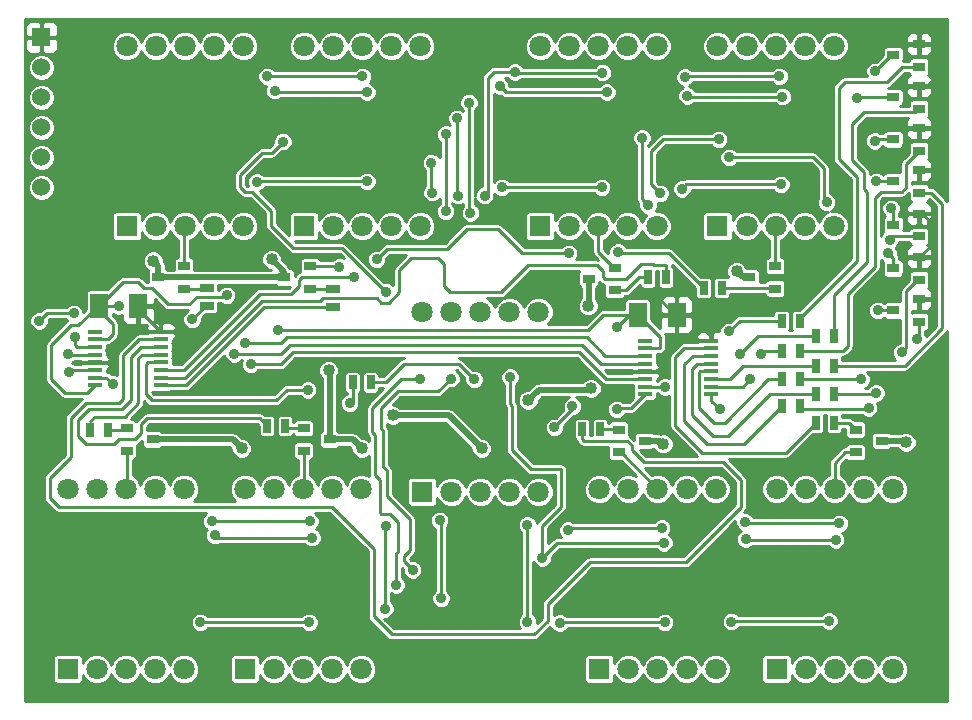
<source format=gtl>
G04 (created by PCBNEW (2013-07-07 BZR 4022)-stable) date 1/31/2015 10:55:12 PM*
%MOIN*%
G04 Gerber Fmt 3.4, Leading zero omitted, Abs format*
%FSLAX34Y34*%
G01*
G70*
G90*
G04 APERTURE LIST*
%ADD10C,0.00590551*%
%ADD11R,0.05X0.015*%
%ADD12R,0.0394X0.0315*%
%ADD13R,0.0708661X0.0708661*%
%ADD14C,0.0708661*%
%ADD15R,0.06X0.08*%
%ADD16R,0.045X0.025*%
%ADD17R,0.025X0.045*%
%ADD18R,0.06X0.06*%
%ADD19C,0.06*%
%ADD20C,0.035*%
%ADD21C,0.04*%
%ADD22C,0.01*%
%ADD23C,0.02*%
G04 APERTURE END LIST*
G54D10*
G54D11*
X49002Y-31196D03*
X49002Y-30940D03*
X49002Y-30684D03*
X49002Y-30428D03*
X49002Y-30172D03*
X49002Y-29916D03*
X49002Y-29660D03*
X49002Y-29404D03*
X46798Y-29404D03*
X46798Y-29660D03*
X46798Y-29916D03*
X46798Y-30172D03*
X46798Y-30428D03*
X46798Y-30684D03*
X46798Y-30940D03*
X46798Y-31196D03*
X30652Y-30896D03*
X30652Y-30640D03*
X30652Y-30384D03*
X30652Y-30128D03*
X30652Y-29872D03*
X30652Y-29616D03*
X30652Y-29360D03*
X30652Y-29104D03*
X28448Y-29104D03*
X28448Y-29360D03*
X28448Y-29616D03*
X28448Y-29872D03*
X28448Y-30128D03*
X28448Y-30384D03*
X28448Y-30640D03*
X28448Y-30896D03*
G54D12*
X34767Y-27300D03*
X35633Y-26925D03*
X35633Y-27675D03*
X55067Y-21300D03*
X55933Y-20925D03*
X55933Y-21675D03*
X55067Y-22700D03*
X55933Y-22325D03*
X55933Y-23075D03*
X55067Y-24100D03*
X55933Y-23725D03*
X55933Y-24475D03*
X54683Y-32750D03*
X53817Y-33125D03*
X53817Y-32375D03*
X55067Y-28400D03*
X55933Y-28025D03*
X55933Y-28775D03*
X55067Y-27000D03*
X55933Y-26625D03*
X55933Y-27375D03*
X55067Y-25550D03*
X55933Y-25175D03*
X55933Y-25925D03*
X30567Y-27300D03*
X31433Y-26925D03*
X31433Y-27675D03*
X44917Y-27350D03*
X45783Y-26975D03*
X45783Y-27725D03*
X50267Y-27300D03*
X51133Y-26925D03*
X51133Y-27675D03*
X46783Y-32750D03*
X45917Y-33125D03*
X45917Y-32375D03*
X36283Y-32700D03*
X35417Y-33075D03*
X35417Y-32325D03*
X30383Y-32700D03*
X29517Y-33075D03*
X29517Y-32325D03*
G54D13*
X33464Y-40354D03*
G54D14*
X34433Y-40354D03*
X35401Y-40354D03*
X36370Y-40354D03*
X37338Y-40354D03*
X37338Y-34354D03*
X36370Y-34354D03*
X35401Y-34354D03*
X34433Y-34354D03*
X33464Y-34354D03*
G54D13*
X45275Y-40354D03*
G54D14*
X46244Y-40354D03*
X47212Y-40354D03*
X48181Y-40354D03*
X49149Y-40354D03*
X49149Y-34354D03*
X48181Y-34354D03*
X47212Y-34354D03*
X46244Y-34354D03*
X45275Y-34354D03*
G54D13*
X27559Y-40354D03*
G54D14*
X28527Y-40354D03*
X29496Y-40354D03*
X30464Y-40354D03*
X31433Y-40354D03*
X31433Y-34354D03*
X30464Y-34354D03*
X29496Y-34354D03*
X28527Y-34354D03*
X27559Y-34354D03*
G54D13*
X51181Y-40354D03*
G54D14*
X52149Y-40354D03*
X53118Y-40354D03*
X54086Y-40354D03*
X55055Y-40354D03*
X55055Y-34354D03*
X54086Y-34354D03*
X53118Y-34354D03*
X52149Y-34354D03*
X51181Y-34354D03*
G54D13*
X49212Y-25590D03*
G54D14*
X50181Y-25590D03*
X51149Y-25590D03*
X52118Y-25590D03*
X53086Y-25590D03*
X53086Y-19590D03*
X52118Y-19590D03*
X51149Y-19590D03*
X50181Y-19590D03*
X49212Y-19590D03*
G54D13*
X39370Y-34448D03*
G54D14*
X40338Y-34448D03*
X41307Y-34448D03*
X42275Y-34448D03*
X43244Y-34448D03*
X43244Y-28448D03*
X42275Y-28448D03*
X41307Y-28448D03*
X40338Y-28448D03*
X39370Y-28448D03*
G54D13*
X43307Y-25590D03*
G54D14*
X44275Y-25590D03*
X45244Y-25590D03*
X46212Y-25590D03*
X47181Y-25590D03*
X47181Y-19590D03*
X46212Y-19590D03*
X45244Y-19590D03*
X44275Y-19590D03*
X43307Y-19590D03*
G54D13*
X29527Y-25590D03*
G54D14*
X30496Y-25590D03*
X31464Y-25590D03*
X32433Y-25590D03*
X33401Y-25590D03*
X33401Y-19590D03*
X32433Y-19590D03*
X31464Y-19590D03*
X30496Y-19590D03*
X29527Y-19590D03*
G54D13*
X35433Y-25590D03*
G54D14*
X36401Y-25590D03*
X37370Y-25590D03*
X38338Y-25590D03*
X39307Y-25590D03*
X39307Y-19590D03*
X38338Y-19590D03*
X37370Y-19590D03*
X36401Y-19590D03*
X35433Y-19590D03*
G54D15*
X46550Y-28550D03*
X47850Y-28550D03*
X28600Y-28250D03*
X29900Y-28250D03*
G54D16*
X32200Y-28250D03*
X32200Y-27650D03*
G54D17*
X44700Y-32350D03*
X45300Y-32350D03*
G54D16*
X36400Y-28300D03*
X36400Y-27700D03*
G54D17*
X47500Y-27300D03*
X46900Y-27300D03*
X48750Y-27650D03*
X49350Y-27650D03*
X37050Y-30800D03*
X37650Y-30800D03*
X28300Y-32400D03*
X28900Y-32400D03*
X34200Y-32250D03*
X34800Y-32250D03*
X52500Y-32150D03*
X53100Y-32150D03*
X51350Y-31600D03*
X51950Y-31600D03*
X52500Y-31200D03*
X53100Y-31200D03*
X51350Y-30700D03*
X51950Y-30700D03*
X52500Y-30250D03*
X53100Y-30250D03*
X51350Y-29750D03*
X51950Y-29750D03*
X52500Y-29250D03*
X53100Y-29250D03*
X51350Y-28750D03*
X51950Y-28750D03*
G54D18*
X26675Y-19300D03*
G54D19*
X26675Y-20300D03*
X26675Y-21300D03*
X26675Y-22300D03*
X26675Y-23300D03*
X26675Y-24300D03*
G54D12*
X55067Y-19900D03*
X55933Y-19525D03*
X55933Y-20275D03*
G54D20*
X36600Y-26950D03*
X54470Y-20430D03*
X42300Y-30625D03*
X40925Y-21475D03*
X40975Y-25150D03*
X51375Y-21275D03*
X48200Y-21250D03*
X41950Y-20925D03*
X45525Y-21125D03*
X37525Y-21125D03*
X34450Y-21075D03*
X53150Y-36050D03*
X50150Y-36025D03*
X47425Y-36150D03*
X43375Y-36650D03*
X35700Y-35975D03*
X32450Y-35900D03*
X53880Y-21310D03*
X41450Y-24575D03*
X51275Y-20600D03*
X48125Y-20625D03*
X42450Y-20450D03*
X45375Y-20475D03*
X37375Y-20600D03*
X34200Y-20600D03*
X53275Y-35500D03*
X50125Y-35450D03*
X47350Y-35650D03*
X44225Y-35725D03*
X35625Y-35425D03*
X32350Y-35425D03*
X54450Y-22750D03*
X44375Y-31600D03*
X43775Y-32300D03*
X51325Y-24200D03*
X48025Y-24350D03*
X42025Y-24300D03*
X45350Y-24300D03*
X37525Y-24100D03*
X33850Y-24125D03*
X42875Y-38775D03*
X42875Y-35550D03*
X52925Y-38750D03*
X49675Y-38775D03*
X47450Y-38800D03*
X43950Y-38825D03*
X35600Y-38800D03*
X31975Y-38800D03*
X27800Y-29300D03*
X33450Y-29500D03*
X54500Y-24100D03*
X39700Y-24475D03*
X39675Y-23475D03*
X38125Y-38350D03*
X38150Y-35575D03*
X33650Y-30200D03*
X27750Y-28500D03*
X26600Y-28750D03*
X27600Y-30450D03*
X49600Y-23300D03*
X52850Y-24800D03*
X55000Y-25000D03*
X34725Y-22775D03*
X38150Y-27775D03*
X40000Y-38000D03*
X39950Y-35400D03*
X40325Y-30675D03*
X49250Y-22700D03*
X47300Y-24500D03*
X54900Y-26500D03*
X40550Y-24575D03*
X40525Y-22000D03*
X39050Y-37050D03*
X39300Y-30700D03*
X38500Y-37550D03*
X46700Y-22650D03*
X46900Y-24900D03*
X54550Y-28400D03*
X40150Y-25100D03*
X40150Y-22525D03*
X27550Y-29850D03*
X33100Y-29850D03*
X43000Y-32250D03*
X47150Y-27900D03*
X45100Y-31700D03*
X44750Y-33250D03*
X41000Y-19150D03*
X32250Y-33250D03*
X27050Y-31750D03*
X26550Y-32600D03*
X26650Y-40900D03*
X56350Y-40900D03*
X56350Y-36450D03*
X56350Y-35700D03*
X56500Y-24000D03*
X56350Y-25500D03*
X54100Y-18900D03*
X30750Y-28550D03*
X41100Y-30700D03*
X45900Y-26450D03*
X44250Y-26500D03*
X37850Y-26700D03*
X37100Y-27300D03*
X36950Y-31500D03*
X35550Y-31050D03*
X29050Y-30850D03*
X31700Y-28700D03*
X54950Y-26050D03*
X54000Y-30700D03*
X54500Y-31150D03*
X55350Y-29800D03*
X54250Y-31650D03*
X55850Y-29350D03*
X49600Y-29100D03*
X47450Y-30950D03*
X49950Y-29850D03*
X49300Y-31700D03*
X50650Y-29850D03*
X50300Y-30700D03*
X29250Y-28250D03*
X45850Y-31700D03*
X45850Y-28950D03*
X34550Y-29050D03*
X32850Y-27900D03*
G54D21*
X38400Y-31900D03*
X41350Y-33000D03*
X42900Y-31400D03*
X45000Y-31000D03*
X44900Y-28250D03*
X33350Y-33000D03*
X37350Y-33000D03*
X34350Y-26700D03*
X36250Y-30400D03*
X49850Y-27100D03*
X55500Y-32800D03*
X47400Y-32850D03*
X30400Y-26750D03*
G54D22*
X31433Y-26925D02*
X31433Y-25622D01*
X31433Y-25622D02*
X31464Y-25590D01*
X35633Y-26925D02*
X36575Y-26925D01*
X36575Y-26925D02*
X36600Y-26950D01*
X45783Y-26975D02*
X45775Y-26975D01*
X45244Y-26444D02*
X45244Y-25590D01*
X45775Y-26975D02*
X45244Y-26444D01*
X51133Y-26925D02*
X51133Y-25607D01*
X51133Y-25607D02*
X51149Y-25590D01*
X29517Y-33075D02*
X29517Y-34333D01*
X29517Y-34333D02*
X29496Y-34354D01*
X35417Y-33075D02*
X35417Y-34338D01*
X35417Y-34338D02*
X35401Y-34354D01*
X45917Y-33125D02*
X45983Y-33125D01*
X45983Y-33125D02*
X47212Y-34354D01*
X53817Y-33125D02*
X53475Y-33125D01*
X53118Y-33481D02*
X53118Y-34354D01*
X53475Y-33125D02*
X53118Y-33481D01*
X44000Y-33700D02*
X43000Y-33700D01*
X44000Y-34950D02*
X43375Y-35575D01*
X44000Y-33700D02*
X44000Y-34950D01*
X43375Y-36650D02*
X43375Y-35575D01*
X42350Y-33050D02*
X42350Y-31575D01*
X43000Y-33700D02*
X42350Y-33050D01*
X55000Y-19900D02*
X55067Y-19900D01*
X54470Y-20430D02*
X55000Y-19900D01*
X42300Y-30625D02*
X42300Y-31525D01*
X42300Y-31525D02*
X42350Y-31575D01*
X40925Y-25100D02*
X40925Y-21475D01*
X40975Y-25150D02*
X40925Y-25100D01*
X48225Y-21275D02*
X51375Y-21275D01*
X48200Y-21250D02*
X48225Y-21275D01*
X41950Y-20925D02*
X42150Y-21125D01*
X42150Y-21125D02*
X45525Y-21125D01*
X34500Y-21125D02*
X37525Y-21125D01*
X34450Y-21075D02*
X34500Y-21125D01*
X42350Y-31575D02*
X42350Y-31575D01*
X50175Y-36050D02*
X53150Y-36050D01*
X50150Y-36025D02*
X50175Y-36050D01*
X43875Y-36150D02*
X47425Y-36150D01*
X43375Y-36650D02*
X43875Y-36150D01*
X32525Y-35975D02*
X35700Y-35975D01*
X32450Y-35900D02*
X32525Y-35975D01*
X55067Y-21300D02*
X53890Y-21300D01*
X53890Y-21300D02*
X53880Y-21310D01*
X41750Y-20450D02*
X42450Y-20450D01*
X41550Y-20650D02*
X41750Y-20450D01*
X41550Y-24475D02*
X41550Y-20650D01*
X41450Y-24575D02*
X41550Y-24475D01*
X48150Y-20600D02*
X51275Y-20600D01*
X48125Y-20625D02*
X48150Y-20600D01*
X42450Y-20450D02*
X42475Y-20475D01*
X42475Y-20475D02*
X45375Y-20475D01*
X34200Y-20600D02*
X37375Y-20600D01*
X50175Y-35500D02*
X53275Y-35500D01*
X50125Y-35450D02*
X50175Y-35500D01*
X44300Y-35650D02*
X47350Y-35650D01*
X44225Y-35725D02*
X44300Y-35650D01*
X32350Y-35425D02*
X35625Y-35425D01*
X54500Y-22700D02*
X55067Y-22700D01*
X54450Y-22750D02*
X54500Y-22700D01*
X44375Y-31700D02*
X44375Y-31600D01*
X43775Y-32300D02*
X44375Y-31700D01*
X48175Y-24200D02*
X51325Y-24200D01*
X48025Y-24350D02*
X48175Y-24200D01*
X42025Y-24300D02*
X45350Y-24300D01*
X33875Y-24100D02*
X37525Y-24100D01*
X33850Y-24125D02*
X33875Y-24100D01*
X42875Y-35550D02*
X42875Y-38775D01*
X49700Y-38750D02*
X52925Y-38750D01*
X49675Y-38775D02*
X49700Y-38750D01*
X43975Y-38800D02*
X47450Y-38800D01*
X43950Y-38825D02*
X43975Y-38800D01*
X31975Y-38800D02*
X35600Y-38800D01*
X46798Y-29916D02*
X45466Y-29916D01*
X27866Y-29616D02*
X28448Y-29616D01*
X27800Y-29550D02*
X27866Y-29616D01*
X27800Y-29300D02*
X27800Y-29550D01*
X34650Y-29500D02*
X33450Y-29500D01*
X34850Y-29300D02*
X34650Y-29500D01*
X44850Y-29300D02*
X34850Y-29300D01*
X45466Y-29916D02*
X44850Y-29300D01*
X55067Y-24100D02*
X54500Y-24100D01*
X39700Y-24475D02*
X39675Y-24450D01*
X39675Y-24450D02*
X39675Y-23475D01*
X38125Y-35600D02*
X38125Y-38350D01*
X38150Y-35575D02*
X38125Y-35600D01*
X46798Y-30684D02*
X45484Y-30684D01*
X34650Y-30200D02*
X33650Y-30200D01*
X35050Y-29800D02*
X34650Y-30200D01*
X44600Y-29800D02*
X35050Y-29800D01*
X45484Y-30684D02*
X44600Y-29800D01*
X28448Y-30384D02*
X27666Y-30384D01*
X26850Y-28500D02*
X27750Y-28500D01*
X26600Y-28750D02*
X26850Y-28500D01*
X27666Y-30384D02*
X27600Y-30450D01*
X55067Y-25550D02*
X55067Y-25067D01*
X52400Y-23300D02*
X49600Y-23300D01*
X52750Y-23650D02*
X52400Y-23300D01*
X52750Y-24700D02*
X52750Y-23650D01*
X52850Y-24800D02*
X52750Y-24700D01*
X55067Y-25067D02*
X55000Y-25000D01*
X34350Y-23150D02*
X34725Y-22775D01*
X34025Y-23150D02*
X34350Y-23150D01*
X33300Y-23875D02*
X34025Y-23150D01*
X33300Y-24300D02*
X33300Y-23875D01*
X33450Y-24450D02*
X33300Y-24300D01*
X33700Y-24450D02*
X33450Y-24450D01*
X34325Y-25075D02*
X33700Y-24450D01*
X34325Y-25575D02*
X34325Y-25075D01*
X35075Y-26325D02*
X34325Y-25575D01*
X36700Y-26325D02*
X35075Y-26325D01*
X38150Y-27775D02*
X36700Y-26325D01*
X40000Y-35450D02*
X40000Y-38000D01*
X39950Y-35400D02*
X40000Y-35450D01*
X38750Y-36625D02*
X38750Y-36600D01*
X39900Y-31100D02*
X40325Y-30675D01*
X38550Y-31100D02*
X39900Y-31100D01*
X38000Y-31650D02*
X38550Y-31100D01*
X38000Y-32350D02*
X38000Y-31650D01*
X38050Y-32400D02*
X38000Y-32350D01*
X38050Y-33600D02*
X38050Y-32400D01*
X38200Y-33750D02*
X38050Y-33600D01*
X38200Y-34600D02*
X38200Y-33750D01*
X38950Y-35350D02*
X38200Y-34600D01*
X38950Y-36400D02*
X38950Y-35350D01*
X38750Y-36600D02*
X38950Y-36400D01*
X55067Y-27000D02*
X55067Y-26667D01*
X47400Y-22700D02*
X49250Y-22700D01*
X47000Y-23100D02*
X47400Y-22700D01*
X47000Y-24200D02*
X47000Y-23100D01*
X47300Y-24500D02*
X47000Y-24200D01*
X55067Y-26667D02*
X54900Y-26500D01*
X40525Y-22000D02*
X40525Y-24550D01*
X40525Y-24550D02*
X40550Y-24575D01*
X38750Y-36625D02*
X38750Y-36750D01*
X38750Y-36750D02*
X39050Y-37050D01*
X38750Y-36625D02*
X38750Y-36650D01*
X39300Y-30700D02*
X38650Y-30700D01*
X38500Y-36500D02*
X38500Y-37550D01*
X38550Y-36450D02*
X38500Y-36500D01*
X38550Y-35450D02*
X38550Y-36450D01*
X38300Y-35200D02*
X38550Y-35450D01*
X38000Y-35200D02*
X38300Y-35200D01*
X37950Y-35150D02*
X38000Y-35200D01*
X37950Y-34050D02*
X37950Y-35150D01*
X37800Y-33900D02*
X37950Y-34050D01*
X37800Y-32550D02*
X37800Y-33900D01*
X37700Y-32450D02*
X37800Y-32550D01*
X37700Y-31650D02*
X37700Y-32450D01*
X38650Y-30700D02*
X37700Y-31650D01*
X55067Y-28400D02*
X54550Y-28400D01*
X46700Y-24700D02*
X46700Y-22650D01*
X46900Y-24900D02*
X46700Y-24700D01*
X40150Y-25100D02*
X40150Y-22525D01*
X46798Y-30172D02*
X45322Y-30172D01*
X27572Y-29872D02*
X28448Y-29872D01*
X27550Y-29850D02*
X27572Y-29872D01*
X34650Y-29850D02*
X33100Y-29850D01*
X34950Y-29550D02*
X34650Y-29850D01*
X44700Y-29550D02*
X34950Y-29550D01*
X45322Y-30172D02*
X44700Y-29550D01*
X44750Y-33250D02*
X44000Y-33250D01*
X44000Y-33250D02*
X43000Y-32250D01*
X47800Y-28550D02*
X47150Y-27900D01*
X47850Y-28550D02*
X47800Y-28550D01*
X44750Y-33250D02*
X44700Y-33250D01*
X41000Y-19150D02*
X41050Y-19200D01*
X32250Y-33250D02*
X32300Y-33250D01*
X27050Y-32100D02*
X27050Y-31750D01*
X26550Y-32600D02*
X27050Y-32100D01*
X26850Y-41100D02*
X26650Y-40900D01*
X56150Y-41100D02*
X26850Y-41100D01*
X56350Y-40900D02*
X56150Y-41100D01*
X56350Y-35700D02*
X56350Y-36450D01*
X55933Y-28025D02*
X56275Y-28025D01*
X56350Y-27950D02*
X56350Y-26208D01*
X56275Y-28025D02*
X56350Y-27950D01*
X56350Y-25500D02*
X56350Y-26208D01*
X56350Y-26208D02*
X55933Y-26625D01*
X55933Y-25175D02*
X56025Y-25175D01*
X56450Y-23950D02*
X56450Y-23600D01*
X56500Y-24000D02*
X56450Y-23950D01*
X56025Y-25175D02*
X56350Y-25500D01*
X55933Y-23725D02*
X56325Y-23725D01*
X56450Y-23600D02*
X56450Y-22250D01*
X56325Y-23725D02*
X56450Y-23600D01*
X55933Y-22325D02*
X56375Y-22325D01*
X56450Y-22250D02*
X56450Y-20650D01*
X56375Y-22325D02*
X56450Y-22250D01*
X55933Y-20925D02*
X56175Y-20925D01*
X56450Y-20650D02*
X56450Y-19450D01*
X56175Y-20925D02*
X56450Y-20650D01*
X56375Y-19525D02*
X55933Y-19525D01*
X56450Y-19450D02*
X56375Y-19525D01*
X56450Y-18900D02*
X56450Y-19450D01*
X54100Y-18900D02*
X56450Y-18900D01*
X46798Y-30428D02*
X47172Y-30428D01*
X47850Y-29350D02*
X47850Y-28550D01*
X47550Y-29650D02*
X47850Y-29350D01*
X47550Y-30050D02*
X47550Y-29650D01*
X47172Y-30428D02*
X47550Y-30050D01*
X49002Y-29404D02*
X49002Y-29252D01*
X48300Y-28550D02*
X47850Y-28550D01*
X49002Y-29252D02*
X48300Y-28550D01*
X28448Y-30128D02*
X28922Y-30128D01*
X29900Y-28850D02*
X29900Y-28250D01*
X29200Y-29550D02*
X29900Y-28850D01*
X29200Y-29850D02*
X29200Y-29550D01*
X28922Y-30128D02*
X29200Y-29850D01*
X30652Y-28648D02*
X30652Y-29104D01*
X30750Y-28550D02*
X30652Y-28648D01*
X29900Y-28250D02*
X29900Y-28352D01*
X29900Y-28352D02*
X30652Y-29104D01*
X46900Y-27300D02*
X46600Y-27300D01*
X46175Y-27725D02*
X45783Y-27725D01*
X46600Y-27300D02*
X46175Y-27725D01*
X49350Y-27650D02*
X51108Y-27650D01*
X51108Y-27650D02*
X51133Y-27675D01*
X38150Y-30800D02*
X38750Y-30200D01*
X38750Y-30200D02*
X40600Y-30200D01*
X40600Y-30200D02*
X41100Y-30700D01*
X37650Y-30800D02*
X38150Y-30800D01*
X28900Y-32400D02*
X29442Y-32400D01*
X29442Y-32400D02*
X29517Y-32325D01*
X35417Y-32325D02*
X34875Y-32325D01*
X34875Y-32325D02*
X34800Y-32250D01*
X45300Y-32350D02*
X45892Y-32350D01*
X45892Y-32350D02*
X45917Y-32375D01*
X36400Y-27700D02*
X35658Y-27700D01*
X35658Y-27700D02*
X35633Y-27675D01*
X31433Y-27675D02*
X32175Y-27675D01*
X32175Y-27675D02*
X32200Y-27650D01*
X30652Y-30896D02*
X31504Y-30896D01*
X34100Y-28300D02*
X36400Y-28300D01*
X31504Y-30896D02*
X34100Y-28300D01*
X47500Y-27300D02*
X47500Y-26900D01*
X42000Y-27800D02*
X42900Y-26900D01*
X42900Y-26900D02*
X45200Y-26900D01*
X45200Y-26900D02*
X45400Y-27100D01*
X45400Y-27100D02*
X45400Y-27300D01*
X45400Y-27300D02*
X45450Y-27350D01*
X45450Y-27350D02*
X46150Y-27350D01*
X46150Y-27350D02*
X46650Y-26850D01*
X46650Y-26850D02*
X47050Y-26850D01*
X47050Y-26850D02*
X47100Y-26900D01*
X47100Y-26900D02*
X47500Y-26900D01*
X38600Y-27800D02*
X38600Y-27050D01*
X31477Y-30640D02*
X34017Y-28099D01*
X34017Y-28099D02*
X35950Y-28099D01*
X35950Y-28099D02*
X36050Y-28000D01*
X36050Y-28000D02*
X37850Y-28000D01*
X37850Y-28000D02*
X38000Y-28150D01*
X38000Y-28150D02*
X38250Y-28150D01*
X38250Y-28150D02*
X38600Y-27800D01*
X31477Y-30640D02*
X30652Y-30640D01*
X40100Y-27600D02*
X40300Y-27800D01*
X40100Y-26850D02*
X40100Y-27600D01*
X39900Y-26650D02*
X40100Y-26850D01*
X39000Y-26650D02*
X39900Y-26650D01*
X38600Y-27050D02*
X39000Y-26650D01*
X40300Y-27800D02*
X42000Y-27800D01*
X30652Y-30384D02*
X31416Y-30384D01*
X47600Y-26500D02*
X48750Y-27650D01*
X45950Y-26500D02*
X47600Y-26500D01*
X45900Y-26450D02*
X45950Y-26500D01*
X42700Y-26500D02*
X44250Y-26500D01*
X41900Y-25700D02*
X42700Y-26500D01*
X40850Y-25700D02*
X41900Y-25700D01*
X40200Y-26350D02*
X40850Y-25700D01*
X38200Y-26350D02*
X40200Y-26350D01*
X37850Y-26700D02*
X38200Y-26350D01*
X35350Y-27300D02*
X37100Y-27300D01*
X35250Y-27400D02*
X35350Y-27300D01*
X35250Y-27600D02*
X35250Y-27400D01*
X35000Y-27850D02*
X35250Y-27600D01*
X33950Y-27850D02*
X35000Y-27850D01*
X31416Y-30384D02*
X33950Y-27850D01*
X30652Y-30128D02*
X30222Y-30128D01*
X37050Y-31400D02*
X37050Y-30800D01*
X36950Y-31500D02*
X37050Y-31400D01*
X34850Y-31050D02*
X35550Y-31050D01*
X34500Y-31400D02*
X34850Y-31050D01*
X30350Y-31400D02*
X34500Y-31400D01*
X30150Y-31200D02*
X30350Y-31400D01*
X30150Y-30200D02*
X30150Y-31200D01*
X30222Y-30128D02*
X30150Y-30200D01*
X29900Y-30550D02*
X29900Y-31500D01*
X30028Y-29872D02*
X29900Y-30000D01*
X29900Y-30000D02*
X29900Y-30550D01*
X30652Y-29872D02*
X30028Y-29872D01*
X28450Y-31950D02*
X28300Y-32100D01*
X29450Y-31950D02*
X28450Y-31950D01*
X29900Y-31500D02*
X29450Y-31950D01*
X28300Y-32150D02*
X28300Y-32400D01*
X29650Y-30450D02*
X29650Y-31400D01*
X29984Y-29616D02*
X29650Y-29950D01*
X29650Y-29950D02*
X29650Y-30450D01*
X27900Y-32200D02*
X27900Y-32600D01*
X27900Y-32600D02*
X28150Y-32850D01*
X28150Y-32850D02*
X29100Y-32850D01*
X29100Y-32850D02*
X29250Y-32700D01*
X29250Y-32700D02*
X29800Y-32700D01*
X29800Y-32700D02*
X30000Y-32500D01*
X30000Y-32500D02*
X30000Y-32200D01*
X30000Y-32200D02*
X30200Y-32000D01*
X30200Y-32000D02*
X33950Y-32000D01*
X34200Y-32250D02*
X33950Y-32000D01*
X29984Y-29616D02*
X30652Y-29616D01*
X27900Y-32050D02*
X27900Y-32200D01*
X28250Y-31700D02*
X27900Y-32050D01*
X29350Y-31700D02*
X28250Y-31700D01*
X29650Y-31400D02*
X29350Y-31700D01*
X30652Y-29360D02*
X29940Y-29360D01*
X44700Y-32700D02*
X44700Y-32350D01*
X44750Y-32750D02*
X44700Y-32700D01*
X46200Y-32750D02*
X44750Y-32750D01*
X46350Y-32900D02*
X46200Y-32750D01*
X46350Y-33050D02*
X46350Y-32900D01*
X46750Y-33450D02*
X46350Y-33050D01*
X49400Y-33450D02*
X46750Y-33450D01*
X50000Y-34050D02*
X49400Y-33450D01*
X50000Y-34950D02*
X50000Y-34050D01*
X48150Y-36800D02*
X50000Y-34950D01*
X44950Y-36800D02*
X48150Y-36800D01*
X43550Y-38200D02*
X44950Y-36800D01*
X43550Y-38750D02*
X43550Y-38200D01*
X43100Y-39200D02*
X43550Y-38750D01*
X38350Y-39200D02*
X43100Y-39200D01*
X37750Y-38600D02*
X38350Y-39200D01*
X37750Y-36350D02*
X37750Y-38600D01*
X36350Y-34950D02*
X37750Y-36350D01*
X27250Y-34950D02*
X36350Y-34950D01*
X26950Y-34650D02*
X27250Y-34950D01*
X26950Y-34000D02*
X26950Y-34650D01*
X27650Y-33300D02*
X26950Y-34000D01*
X27650Y-32000D02*
X27650Y-33300D01*
X28150Y-31499D02*
X27650Y-32000D01*
X29250Y-31499D02*
X28150Y-31499D01*
X29408Y-31341D02*
X29250Y-31499D01*
X29408Y-29891D02*
X29408Y-31341D01*
X29940Y-29360D02*
X29408Y-29891D01*
X28840Y-30640D02*
X29050Y-30850D01*
X28448Y-30640D02*
X28840Y-30640D01*
X32150Y-28250D02*
X32200Y-28250D01*
X31700Y-28700D02*
X32150Y-28250D01*
X51950Y-28750D02*
X51950Y-28650D01*
X55375Y-20275D02*
X55933Y-20275D01*
X54850Y-20800D02*
X55375Y-20275D01*
X53450Y-20800D02*
X54850Y-20800D01*
X53250Y-21000D02*
X53450Y-20800D01*
X53250Y-23350D02*
X53250Y-21000D01*
X53850Y-23950D02*
X53250Y-23350D01*
X53850Y-26750D02*
X53850Y-23950D01*
X51950Y-28650D02*
X53850Y-26750D01*
X53100Y-29250D02*
X53100Y-27900D01*
X55808Y-21800D02*
X55933Y-21675D01*
X54100Y-21800D02*
X55808Y-21800D01*
X53700Y-22200D02*
X54100Y-21800D01*
X53700Y-23400D02*
X53700Y-22200D01*
X54100Y-23800D02*
X53700Y-23400D01*
X54100Y-24350D02*
X54100Y-23800D01*
X54200Y-24450D02*
X54100Y-24350D01*
X54200Y-26800D02*
X54200Y-24450D01*
X53100Y-27900D02*
X54200Y-26800D01*
X51950Y-29750D02*
X53400Y-29750D01*
X55500Y-23508D02*
X55933Y-23075D01*
X55500Y-24300D02*
X55500Y-23508D01*
X55350Y-24450D02*
X55500Y-24300D01*
X54650Y-24450D02*
X55350Y-24450D01*
X54450Y-24650D02*
X54650Y-24450D01*
X54450Y-26950D02*
X54450Y-24650D01*
X53550Y-27850D02*
X54450Y-26950D01*
X53550Y-29600D02*
X53550Y-27850D01*
X53400Y-29750D02*
X53550Y-29600D01*
X49002Y-30428D02*
X48622Y-30428D01*
X50900Y-30700D02*
X51350Y-30700D01*
X49450Y-32150D02*
X50900Y-30700D01*
X49100Y-32150D02*
X49450Y-32150D01*
X48600Y-31650D02*
X49100Y-32150D01*
X48600Y-30450D02*
X48600Y-31650D01*
X48622Y-30428D02*
X48600Y-30450D01*
X51950Y-30700D02*
X54000Y-30700D01*
X55075Y-25925D02*
X55933Y-25925D01*
X54950Y-26050D02*
X55075Y-25925D01*
X49002Y-30172D02*
X48528Y-30172D01*
X50950Y-31200D02*
X52500Y-31200D01*
X49550Y-32600D02*
X50950Y-31200D01*
X49050Y-32600D02*
X49550Y-32600D01*
X48350Y-31900D02*
X49050Y-32600D01*
X48350Y-30350D02*
X48350Y-31900D01*
X48528Y-30172D02*
X48350Y-30350D01*
X55933Y-27375D02*
X55875Y-27375D01*
X54450Y-31200D02*
X53100Y-31200D01*
X54500Y-31150D02*
X54450Y-31200D01*
X55500Y-29650D02*
X55350Y-29800D01*
X55500Y-27750D02*
X55500Y-29650D01*
X55875Y-27375D02*
X55500Y-27750D01*
X49002Y-29916D02*
X48384Y-29916D01*
X50100Y-32850D02*
X51350Y-31600D01*
X48850Y-32850D02*
X50100Y-32850D01*
X48100Y-32100D02*
X48850Y-32850D01*
X48100Y-30200D02*
X48100Y-32100D01*
X48384Y-29916D02*
X48100Y-30200D01*
X55933Y-28775D02*
X55933Y-29267D01*
X52050Y-31700D02*
X51950Y-31600D01*
X54200Y-31700D02*
X52050Y-31700D01*
X54250Y-31650D02*
X54200Y-31700D01*
X55933Y-29267D02*
X55850Y-29350D01*
X49002Y-29660D02*
X48090Y-29660D01*
X51500Y-33150D02*
X52500Y-32150D01*
X48700Y-33150D02*
X51500Y-33150D01*
X47800Y-32250D02*
X48700Y-33150D01*
X47800Y-29950D02*
X47800Y-32250D01*
X48090Y-29660D02*
X47800Y-29950D01*
X53100Y-32150D02*
X53592Y-32150D01*
X53592Y-32150D02*
X53817Y-32375D01*
X46798Y-30940D02*
X47440Y-30940D01*
X49950Y-28750D02*
X51350Y-28750D01*
X49600Y-29100D02*
X49950Y-28750D01*
X47440Y-30940D02*
X47450Y-30950D01*
X51400Y-29250D02*
X52500Y-29250D01*
X49002Y-31196D02*
X49002Y-31402D01*
X50550Y-29250D02*
X51400Y-29250D01*
X51400Y-29250D02*
X51450Y-29250D01*
X49950Y-29850D02*
X50550Y-29250D01*
X49002Y-31402D02*
X49300Y-31700D01*
X49002Y-30940D02*
X50060Y-30940D01*
X50750Y-29750D02*
X51350Y-29750D01*
X50650Y-29850D02*
X50750Y-29750D01*
X50060Y-30940D02*
X50300Y-30700D01*
X49002Y-30684D02*
X49616Y-30684D01*
X50050Y-30250D02*
X52500Y-30250D01*
X49616Y-30684D02*
X50050Y-30250D01*
X55933Y-24475D02*
X56325Y-24475D01*
X55450Y-30250D02*
X53100Y-30250D01*
X56700Y-29000D02*
X55450Y-30250D01*
X56700Y-24850D02*
X56700Y-29000D01*
X56325Y-24475D02*
X56700Y-24850D01*
X28600Y-28250D02*
X28550Y-28250D01*
X28194Y-31150D02*
X28448Y-30896D01*
X27450Y-31150D02*
X28194Y-31150D01*
X27000Y-30700D02*
X27450Y-31150D01*
X27000Y-29550D02*
X27000Y-30700D01*
X27650Y-28900D02*
X27000Y-29550D01*
X27900Y-28900D02*
X27650Y-28900D01*
X28550Y-28250D02*
X27900Y-28900D01*
X29250Y-28250D02*
X28600Y-28250D01*
X46550Y-28550D02*
X46250Y-28550D01*
X46344Y-31650D02*
X46798Y-31196D01*
X45900Y-31650D02*
X46344Y-31650D01*
X45850Y-31700D02*
X45900Y-31650D01*
X46250Y-28550D02*
X45850Y-28950D01*
X46550Y-28550D02*
X46567Y-28550D01*
X47290Y-29660D02*
X46798Y-29660D01*
X47300Y-29650D02*
X47290Y-29660D01*
X47300Y-29282D02*
X47300Y-29650D01*
X46567Y-28550D02*
X47300Y-29282D01*
X28600Y-28250D02*
X29400Y-27450D01*
X45400Y-28550D02*
X46550Y-28550D01*
X44900Y-29050D02*
X45400Y-28550D01*
X34550Y-29050D02*
X44900Y-29050D01*
X32800Y-27950D02*
X32850Y-27900D01*
X31850Y-27950D02*
X32800Y-27950D01*
X31600Y-28200D02*
X31850Y-27950D01*
X30900Y-28200D02*
X31600Y-28200D01*
X30350Y-27650D02*
X30900Y-28200D01*
X30100Y-27650D02*
X30350Y-27650D01*
X29900Y-27450D02*
X30100Y-27650D01*
X29400Y-27450D02*
X29900Y-27450D01*
X28600Y-28250D02*
X28600Y-28400D01*
X28890Y-29360D02*
X28448Y-29360D01*
X29050Y-29200D02*
X28890Y-29360D01*
X29050Y-28850D02*
X29050Y-29200D01*
X28600Y-28400D02*
X29050Y-28850D01*
G54D23*
X40250Y-31900D02*
X38400Y-31900D01*
X41350Y-33000D02*
X40250Y-31900D01*
X43250Y-31050D02*
X42900Y-31400D01*
X44950Y-31050D02*
X43250Y-31050D01*
X45000Y-31000D02*
X44950Y-31050D01*
X44917Y-27350D02*
X44917Y-28233D01*
X44917Y-28233D02*
X44900Y-28250D01*
X30383Y-32700D02*
X33050Y-32700D01*
X33050Y-32700D02*
X33350Y-33000D01*
X37050Y-32700D02*
X36283Y-32700D01*
X37350Y-33000D02*
X37050Y-32700D01*
X36283Y-32700D02*
X36283Y-30433D01*
X34767Y-27117D02*
X34767Y-27300D01*
X34350Y-26700D02*
X34767Y-27117D01*
X36283Y-30433D02*
X36250Y-30400D01*
X50267Y-27300D02*
X50050Y-27300D01*
X50050Y-27300D02*
X49850Y-27100D01*
X46783Y-32750D02*
X47300Y-32750D01*
X55450Y-32750D02*
X54683Y-32750D01*
X55500Y-32800D02*
X55450Y-32750D01*
X47300Y-32750D02*
X47400Y-32850D01*
X30567Y-27300D02*
X34767Y-27300D01*
X30567Y-26917D02*
X30567Y-27300D01*
X30400Y-26750D02*
X30567Y-26917D01*
G54D10*
G36*
X34959Y-27607D02*
X34917Y-27650D01*
X33950Y-27650D01*
X33873Y-27665D01*
X33851Y-27679D01*
X33808Y-27708D01*
X31333Y-30184D01*
X31052Y-30184D01*
X31052Y-30173D01*
X31052Y-30023D01*
X31042Y-30000D01*
X31051Y-29976D01*
X31052Y-29917D01*
X31052Y-29767D01*
X31042Y-29744D01*
X31051Y-29720D01*
X31052Y-29661D01*
X31052Y-29511D01*
X31042Y-29488D01*
X31051Y-29464D01*
X31052Y-29405D01*
X31052Y-29382D01*
X31114Y-29320D01*
X31152Y-29228D01*
X31152Y-28979D01*
X31114Y-28887D01*
X31043Y-28817D01*
X30951Y-28779D01*
X30852Y-28778D01*
X30739Y-28779D01*
X30677Y-28841D01*
X30677Y-29079D01*
X31089Y-29079D01*
X31152Y-29016D01*
X31152Y-28979D01*
X31152Y-29228D01*
X31152Y-29191D01*
X31089Y-29129D01*
X30677Y-29129D01*
X30677Y-29134D01*
X30627Y-29134D01*
X30627Y-29129D01*
X30627Y-29079D01*
X30627Y-28841D01*
X30564Y-28779D01*
X30451Y-28778D01*
X30417Y-28778D01*
X30449Y-28699D01*
X30450Y-28600D01*
X30450Y-28337D01*
X30387Y-28275D01*
X29925Y-28275D01*
X29925Y-28837D01*
X29987Y-28900D01*
X30184Y-28900D01*
X30151Y-28979D01*
X30152Y-29016D01*
X30214Y-29079D01*
X30627Y-29079D01*
X30627Y-29129D01*
X30214Y-29129D01*
X30183Y-29160D01*
X29940Y-29160D01*
X29876Y-29172D01*
X29863Y-29175D01*
X29798Y-29218D01*
X29267Y-29750D01*
X29223Y-29814D01*
X29208Y-29891D01*
X29208Y-30563D01*
X29114Y-30525D01*
X29007Y-30524D01*
X28981Y-30498D01*
X28916Y-30455D01*
X28848Y-30441D01*
X28848Y-30429D01*
X28848Y-30406D01*
X28910Y-30344D01*
X28948Y-30252D01*
X28948Y-30215D01*
X28885Y-30153D01*
X28473Y-30153D01*
X28473Y-30158D01*
X28423Y-30158D01*
X28423Y-30153D01*
X28010Y-30153D01*
X27979Y-30184D01*
X27793Y-30184D01*
X27784Y-30174D01*
X27700Y-30139D01*
X27733Y-30125D01*
X27787Y-30072D01*
X27979Y-30072D01*
X28010Y-30103D01*
X28423Y-30103D01*
X28423Y-30097D01*
X28473Y-30097D01*
X28473Y-30103D01*
X28885Y-30103D01*
X28948Y-30040D01*
X28948Y-30003D01*
X28910Y-29911D01*
X28848Y-29849D01*
X28848Y-29767D01*
X28838Y-29744D01*
X28847Y-29720D01*
X28848Y-29661D01*
X28848Y-29560D01*
X28890Y-29560D01*
X28966Y-29544D01*
X29031Y-29501D01*
X29191Y-29341D01*
X29191Y-29341D01*
X29234Y-29276D01*
X29234Y-29276D01*
X29237Y-29263D01*
X29249Y-29200D01*
X29250Y-29200D01*
X29250Y-28850D01*
X29234Y-28773D01*
X29234Y-28773D01*
X29191Y-28708D01*
X29050Y-28567D01*
X29050Y-28509D01*
X29065Y-28525D01*
X29185Y-28574D01*
X29314Y-28575D01*
X29349Y-28560D01*
X29349Y-28600D01*
X29350Y-28699D01*
X29388Y-28791D01*
X29458Y-28862D01*
X29550Y-28900D01*
X29812Y-28900D01*
X29875Y-28837D01*
X29875Y-28275D01*
X29867Y-28275D01*
X29867Y-28225D01*
X29875Y-28225D01*
X29875Y-28217D01*
X29925Y-28217D01*
X29925Y-28225D01*
X30387Y-28225D01*
X30450Y-28162D01*
X30450Y-28032D01*
X30758Y-28341D01*
X30823Y-28384D01*
X30823Y-28384D01*
X30836Y-28387D01*
X30900Y-28400D01*
X31574Y-28400D01*
X31516Y-28424D01*
X31424Y-28515D01*
X31375Y-28635D01*
X31374Y-28764D01*
X31424Y-28883D01*
X31515Y-28975D01*
X31635Y-29024D01*
X31764Y-29025D01*
X31883Y-28975D01*
X31975Y-28884D01*
X32024Y-28764D01*
X32025Y-28657D01*
X32157Y-28525D01*
X32454Y-28525D01*
X32509Y-28502D01*
X32552Y-28460D01*
X32574Y-28404D01*
X32575Y-28345D01*
X32575Y-28150D01*
X32640Y-28150D01*
X32665Y-28175D01*
X32785Y-28224D01*
X32914Y-28225D01*
X33033Y-28175D01*
X33125Y-28084D01*
X33174Y-27964D01*
X33175Y-27835D01*
X33125Y-27716D01*
X33034Y-27624D01*
X32914Y-27575D01*
X32785Y-27574D01*
X32666Y-27624D01*
X32575Y-27715D01*
X32575Y-27550D01*
X34450Y-27550D01*
X34484Y-27584D01*
X34540Y-27607D01*
X34599Y-27607D01*
X34959Y-27607D01*
X34959Y-27607D01*
G37*
G54D22*
X34959Y-27607D02*
X34917Y-27650D01*
X33950Y-27650D01*
X33873Y-27665D01*
X33851Y-27679D01*
X33808Y-27708D01*
X31333Y-30184D01*
X31052Y-30184D01*
X31052Y-30173D01*
X31052Y-30023D01*
X31042Y-30000D01*
X31051Y-29976D01*
X31052Y-29917D01*
X31052Y-29767D01*
X31042Y-29744D01*
X31051Y-29720D01*
X31052Y-29661D01*
X31052Y-29511D01*
X31042Y-29488D01*
X31051Y-29464D01*
X31052Y-29405D01*
X31052Y-29382D01*
X31114Y-29320D01*
X31152Y-29228D01*
X31152Y-28979D01*
X31114Y-28887D01*
X31043Y-28817D01*
X30951Y-28779D01*
X30852Y-28778D01*
X30739Y-28779D01*
X30677Y-28841D01*
X30677Y-29079D01*
X31089Y-29079D01*
X31152Y-29016D01*
X31152Y-28979D01*
X31152Y-29228D01*
X31152Y-29191D01*
X31089Y-29129D01*
X30677Y-29129D01*
X30677Y-29134D01*
X30627Y-29134D01*
X30627Y-29129D01*
X30627Y-29079D01*
X30627Y-28841D01*
X30564Y-28779D01*
X30451Y-28778D01*
X30417Y-28778D01*
X30449Y-28699D01*
X30450Y-28600D01*
X30450Y-28337D01*
X30387Y-28275D01*
X29925Y-28275D01*
X29925Y-28837D01*
X29987Y-28900D01*
X30184Y-28900D01*
X30151Y-28979D01*
X30152Y-29016D01*
X30214Y-29079D01*
X30627Y-29079D01*
X30627Y-29129D01*
X30214Y-29129D01*
X30183Y-29160D01*
X29940Y-29160D01*
X29876Y-29172D01*
X29863Y-29175D01*
X29798Y-29218D01*
X29267Y-29750D01*
X29223Y-29814D01*
X29208Y-29891D01*
X29208Y-30563D01*
X29114Y-30525D01*
X29007Y-30524D01*
X28981Y-30498D01*
X28916Y-30455D01*
X28848Y-30441D01*
X28848Y-30429D01*
X28848Y-30406D01*
X28910Y-30344D01*
X28948Y-30252D01*
X28948Y-30215D01*
X28885Y-30153D01*
X28473Y-30153D01*
X28473Y-30158D01*
X28423Y-30158D01*
X28423Y-30153D01*
X28010Y-30153D01*
X27979Y-30184D01*
X27793Y-30184D01*
X27784Y-30174D01*
X27700Y-30139D01*
X27733Y-30125D01*
X27787Y-30072D01*
X27979Y-30072D01*
X28010Y-30103D01*
X28423Y-30103D01*
X28423Y-30097D01*
X28473Y-30097D01*
X28473Y-30103D01*
X28885Y-30103D01*
X28948Y-30040D01*
X28948Y-30003D01*
X28910Y-29911D01*
X28848Y-29849D01*
X28848Y-29767D01*
X28838Y-29744D01*
X28847Y-29720D01*
X28848Y-29661D01*
X28848Y-29560D01*
X28890Y-29560D01*
X28966Y-29544D01*
X29031Y-29501D01*
X29191Y-29341D01*
X29191Y-29341D01*
X29234Y-29276D01*
X29234Y-29276D01*
X29237Y-29263D01*
X29249Y-29200D01*
X29250Y-29200D01*
X29250Y-28850D01*
X29234Y-28773D01*
X29234Y-28773D01*
X29191Y-28708D01*
X29050Y-28567D01*
X29050Y-28509D01*
X29065Y-28525D01*
X29185Y-28574D01*
X29314Y-28575D01*
X29349Y-28560D01*
X29349Y-28600D01*
X29350Y-28699D01*
X29388Y-28791D01*
X29458Y-28862D01*
X29550Y-28900D01*
X29812Y-28900D01*
X29875Y-28837D01*
X29875Y-28275D01*
X29867Y-28275D01*
X29867Y-28225D01*
X29875Y-28225D01*
X29875Y-28217D01*
X29925Y-28217D01*
X29925Y-28225D01*
X30387Y-28225D01*
X30450Y-28162D01*
X30450Y-28032D01*
X30758Y-28341D01*
X30823Y-28384D01*
X30823Y-28384D01*
X30836Y-28387D01*
X30900Y-28400D01*
X31574Y-28400D01*
X31516Y-28424D01*
X31424Y-28515D01*
X31375Y-28635D01*
X31374Y-28764D01*
X31424Y-28883D01*
X31515Y-28975D01*
X31635Y-29024D01*
X31764Y-29025D01*
X31883Y-28975D01*
X31975Y-28884D01*
X32024Y-28764D01*
X32025Y-28657D01*
X32157Y-28525D01*
X32454Y-28525D01*
X32509Y-28502D01*
X32552Y-28460D01*
X32574Y-28404D01*
X32575Y-28345D01*
X32575Y-28150D01*
X32640Y-28150D01*
X32665Y-28175D01*
X32785Y-28224D01*
X32914Y-28225D01*
X33033Y-28175D01*
X33125Y-28084D01*
X33174Y-27964D01*
X33175Y-27835D01*
X33125Y-27716D01*
X33034Y-27624D01*
X32914Y-27575D01*
X32785Y-27574D01*
X32666Y-27624D01*
X32575Y-27715D01*
X32575Y-27550D01*
X34450Y-27550D01*
X34484Y-27584D01*
X34540Y-27607D01*
X34599Y-27607D01*
X34959Y-27607D01*
G54D10*
G36*
X38750Y-30000D02*
X38673Y-30015D01*
X38651Y-30029D01*
X38608Y-30058D01*
X38067Y-30600D01*
X37925Y-30600D01*
X37925Y-30545D01*
X37902Y-30490D01*
X37860Y-30447D01*
X37804Y-30425D01*
X37745Y-30424D01*
X37495Y-30424D01*
X37440Y-30447D01*
X37397Y-30489D01*
X37375Y-30545D01*
X37374Y-30604D01*
X37374Y-31054D01*
X37397Y-31109D01*
X37439Y-31152D01*
X37495Y-31174D01*
X37554Y-31175D01*
X37804Y-31175D01*
X37859Y-31152D01*
X37902Y-31110D01*
X37924Y-31054D01*
X37925Y-31000D01*
X38067Y-31000D01*
X37558Y-31508D01*
X37515Y-31573D01*
X37500Y-31650D01*
X37500Y-32450D01*
X37515Y-32526D01*
X37558Y-32591D01*
X37600Y-32632D01*
X37600Y-32755D01*
X37548Y-32703D01*
X37419Y-32650D01*
X37353Y-32650D01*
X37325Y-32621D01*
X37325Y-30995D01*
X37325Y-30545D01*
X37302Y-30490D01*
X37260Y-30447D01*
X37204Y-30425D01*
X37145Y-30424D01*
X36895Y-30424D01*
X36840Y-30447D01*
X36797Y-30489D01*
X36775Y-30545D01*
X36774Y-30604D01*
X36774Y-31054D01*
X36797Y-31109D01*
X36839Y-31152D01*
X36850Y-31156D01*
X36850Y-31189D01*
X36766Y-31224D01*
X36674Y-31315D01*
X36625Y-31435D01*
X36624Y-31564D01*
X36674Y-31683D01*
X36765Y-31775D01*
X36885Y-31824D01*
X37014Y-31825D01*
X37133Y-31775D01*
X37225Y-31684D01*
X37274Y-31564D01*
X37275Y-31435D01*
X37250Y-31374D01*
X37250Y-31156D01*
X37259Y-31152D01*
X37302Y-31110D01*
X37324Y-31054D01*
X37325Y-30995D01*
X37325Y-32621D01*
X37226Y-32523D01*
X37145Y-32469D01*
X37050Y-32450D01*
X36599Y-32450D01*
X36565Y-32415D01*
X36533Y-32402D01*
X36533Y-30612D01*
X36546Y-30598D01*
X36599Y-30469D01*
X36600Y-30330D01*
X36546Y-30202D01*
X36448Y-30103D01*
X36319Y-30050D01*
X36180Y-30049D01*
X36052Y-30103D01*
X35953Y-30201D01*
X35900Y-30330D01*
X35899Y-30469D01*
X35953Y-30598D01*
X36033Y-30678D01*
X36033Y-32402D01*
X36001Y-32415D01*
X35958Y-32457D01*
X35936Y-32512D01*
X35935Y-32572D01*
X35935Y-32887D01*
X35958Y-32942D01*
X36000Y-32984D01*
X36056Y-33007D01*
X36115Y-33007D01*
X36509Y-33007D01*
X36564Y-32984D01*
X36599Y-32950D01*
X36946Y-32950D01*
X36999Y-33003D01*
X36999Y-33069D01*
X37053Y-33198D01*
X37151Y-33296D01*
X37280Y-33349D01*
X37419Y-33350D01*
X37548Y-33296D01*
X37600Y-33244D01*
X37600Y-33900D01*
X37603Y-33918D01*
X37439Y-33850D01*
X37238Y-33849D01*
X37053Y-33926D01*
X36911Y-34068D01*
X36854Y-34205D01*
X36797Y-34069D01*
X36656Y-33927D01*
X36470Y-33850D01*
X36270Y-33849D01*
X36084Y-33926D01*
X35942Y-34068D01*
X35885Y-34205D01*
X35829Y-34069D01*
X35687Y-33927D01*
X35617Y-33897D01*
X35617Y-33382D01*
X35643Y-33382D01*
X35698Y-33359D01*
X35741Y-33317D01*
X35763Y-33262D01*
X35764Y-33202D01*
X35764Y-32887D01*
X35764Y-32452D01*
X35764Y-32137D01*
X35741Y-32082D01*
X35699Y-32040D01*
X35643Y-32017D01*
X35584Y-32017D01*
X35190Y-32017D01*
X35135Y-32040D01*
X35092Y-32082D01*
X35075Y-32125D01*
X35075Y-32125D01*
X35075Y-31995D01*
X35052Y-31940D01*
X35010Y-31897D01*
X34954Y-31875D01*
X34895Y-31874D01*
X34645Y-31874D01*
X34590Y-31897D01*
X34547Y-31939D01*
X34525Y-31995D01*
X34524Y-32054D01*
X34524Y-32504D01*
X34547Y-32559D01*
X34589Y-32602D01*
X34645Y-32624D01*
X34704Y-32625D01*
X34954Y-32625D01*
X35009Y-32602D01*
X35052Y-32560D01*
X35066Y-32525D01*
X35075Y-32525D01*
X35092Y-32567D01*
X35134Y-32609D01*
X35190Y-32632D01*
X35249Y-32632D01*
X35643Y-32632D01*
X35698Y-32609D01*
X35741Y-32567D01*
X35763Y-32512D01*
X35764Y-32452D01*
X35764Y-32887D01*
X35741Y-32832D01*
X35699Y-32790D01*
X35643Y-32767D01*
X35584Y-32767D01*
X35190Y-32767D01*
X35135Y-32790D01*
X35092Y-32832D01*
X35070Y-32887D01*
X35069Y-32947D01*
X35069Y-33262D01*
X35092Y-33317D01*
X35134Y-33359D01*
X35190Y-33382D01*
X35217Y-33382D01*
X35217Y-33884D01*
X35116Y-33926D01*
X34974Y-34068D01*
X34917Y-34205D01*
X34860Y-34069D01*
X34719Y-33927D01*
X34533Y-33850D01*
X34333Y-33849D01*
X34147Y-33926D01*
X34005Y-34068D01*
X33948Y-34205D01*
X33892Y-34069D01*
X33750Y-33927D01*
X33565Y-33850D01*
X33364Y-33849D01*
X33179Y-33926D01*
X33037Y-34068D01*
X32960Y-34253D01*
X32960Y-34454D01*
X33036Y-34639D01*
X33146Y-34750D01*
X31750Y-34750D01*
X31860Y-34640D01*
X31937Y-34455D01*
X31937Y-34254D01*
X31860Y-34069D01*
X31719Y-33927D01*
X31533Y-33850D01*
X31333Y-33849D01*
X31147Y-33926D01*
X31005Y-34068D01*
X30948Y-34205D01*
X30892Y-34069D01*
X30750Y-33927D01*
X30565Y-33850D01*
X30364Y-33849D01*
X30179Y-33926D01*
X30037Y-34068D01*
X29980Y-34205D01*
X29923Y-34069D01*
X29782Y-33927D01*
X29717Y-33899D01*
X29717Y-33382D01*
X29743Y-33382D01*
X29798Y-33359D01*
X29841Y-33317D01*
X29863Y-33262D01*
X29864Y-33202D01*
X29864Y-32887D01*
X29863Y-32887D01*
X29876Y-32884D01*
X29941Y-32841D01*
X30035Y-32746D01*
X30035Y-32887D01*
X30058Y-32942D01*
X30100Y-32984D01*
X30156Y-33007D01*
X30215Y-33007D01*
X30609Y-33007D01*
X30664Y-32984D01*
X30699Y-32950D01*
X32946Y-32950D01*
X32999Y-33003D01*
X32999Y-33069D01*
X33053Y-33198D01*
X33151Y-33296D01*
X33280Y-33349D01*
X33419Y-33350D01*
X33548Y-33296D01*
X33646Y-33198D01*
X33699Y-33069D01*
X33700Y-32930D01*
X33646Y-32802D01*
X33548Y-32703D01*
X33419Y-32650D01*
X33353Y-32650D01*
X33226Y-32523D01*
X33145Y-32469D01*
X33050Y-32450D01*
X30699Y-32450D01*
X30665Y-32415D01*
X30609Y-32392D01*
X30550Y-32392D01*
X30200Y-32392D01*
X30200Y-32282D01*
X30282Y-32200D01*
X33867Y-32200D01*
X33924Y-32257D01*
X33924Y-32504D01*
X33947Y-32559D01*
X33989Y-32602D01*
X34045Y-32624D01*
X34104Y-32625D01*
X34354Y-32625D01*
X34409Y-32602D01*
X34452Y-32560D01*
X34474Y-32504D01*
X34475Y-32445D01*
X34475Y-31995D01*
X34452Y-31940D01*
X34410Y-31897D01*
X34354Y-31875D01*
X34295Y-31874D01*
X34107Y-31874D01*
X34091Y-31858D01*
X34026Y-31815D01*
X33950Y-31800D01*
X30200Y-31800D01*
X30123Y-31815D01*
X30101Y-31829D01*
X30058Y-31858D01*
X29858Y-32058D01*
X29841Y-32083D01*
X29841Y-32082D01*
X29799Y-32040D01*
X29743Y-32017D01*
X29684Y-32017D01*
X29665Y-32017D01*
X30041Y-31641D01*
X30084Y-31576D01*
X30084Y-31576D01*
X30100Y-31500D01*
X30100Y-31432D01*
X30208Y-31541D01*
X30208Y-31541D01*
X30251Y-31570D01*
X30273Y-31584D01*
X30273Y-31584D01*
X30350Y-31600D01*
X34500Y-31600D01*
X34576Y-31584D01*
X34641Y-31541D01*
X34932Y-31250D01*
X35290Y-31250D01*
X35365Y-31325D01*
X35485Y-31374D01*
X35614Y-31375D01*
X35733Y-31325D01*
X35825Y-31234D01*
X35874Y-31114D01*
X35875Y-30985D01*
X35825Y-30866D01*
X35734Y-30774D01*
X35614Y-30725D01*
X35485Y-30724D01*
X35366Y-30774D01*
X35290Y-30850D01*
X34850Y-30850D01*
X34773Y-30865D01*
X34751Y-30879D01*
X34708Y-30908D01*
X34417Y-31200D01*
X30432Y-31200D01*
X30350Y-31117D01*
X30350Y-31111D01*
X30372Y-31120D01*
X30431Y-31121D01*
X30931Y-31121D01*
X30986Y-31098D01*
X30989Y-31096D01*
X31504Y-31096D01*
X31580Y-31080D01*
X31645Y-31037D01*
X32774Y-29907D01*
X32774Y-29914D01*
X32824Y-30033D01*
X32915Y-30125D01*
X33035Y-30174D01*
X33164Y-30175D01*
X33283Y-30125D01*
X33359Y-30050D01*
X33360Y-30050D01*
X33325Y-30135D01*
X33324Y-30264D01*
X33374Y-30383D01*
X33465Y-30475D01*
X33585Y-30524D01*
X33714Y-30525D01*
X33833Y-30475D01*
X33909Y-30400D01*
X34650Y-30400D01*
X34726Y-30384D01*
X34791Y-30341D01*
X35132Y-30000D01*
X38750Y-30000D01*
X38750Y-30000D01*
G37*
G54D22*
X38750Y-30000D02*
X38673Y-30015D01*
X38651Y-30029D01*
X38608Y-30058D01*
X38067Y-30600D01*
X37925Y-30600D01*
X37925Y-30545D01*
X37902Y-30490D01*
X37860Y-30447D01*
X37804Y-30425D01*
X37745Y-30424D01*
X37495Y-30424D01*
X37440Y-30447D01*
X37397Y-30489D01*
X37375Y-30545D01*
X37374Y-30604D01*
X37374Y-31054D01*
X37397Y-31109D01*
X37439Y-31152D01*
X37495Y-31174D01*
X37554Y-31175D01*
X37804Y-31175D01*
X37859Y-31152D01*
X37902Y-31110D01*
X37924Y-31054D01*
X37925Y-31000D01*
X38067Y-31000D01*
X37558Y-31508D01*
X37515Y-31573D01*
X37500Y-31650D01*
X37500Y-32450D01*
X37515Y-32526D01*
X37558Y-32591D01*
X37600Y-32632D01*
X37600Y-32755D01*
X37548Y-32703D01*
X37419Y-32650D01*
X37353Y-32650D01*
X37325Y-32621D01*
X37325Y-30995D01*
X37325Y-30545D01*
X37302Y-30490D01*
X37260Y-30447D01*
X37204Y-30425D01*
X37145Y-30424D01*
X36895Y-30424D01*
X36840Y-30447D01*
X36797Y-30489D01*
X36775Y-30545D01*
X36774Y-30604D01*
X36774Y-31054D01*
X36797Y-31109D01*
X36839Y-31152D01*
X36850Y-31156D01*
X36850Y-31189D01*
X36766Y-31224D01*
X36674Y-31315D01*
X36625Y-31435D01*
X36624Y-31564D01*
X36674Y-31683D01*
X36765Y-31775D01*
X36885Y-31824D01*
X37014Y-31825D01*
X37133Y-31775D01*
X37225Y-31684D01*
X37274Y-31564D01*
X37275Y-31435D01*
X37250Y-31374D01*
X37250Y-31156D01*
X37259Y-31152D01*
X37302Y-31110D01*
X37324Y-31054D01*
X37325Y-30995D01*
X37325Y-32621D01*
X37226Y-32523D01*
X37145Y-32469D01*
X37050Y-32450D01*
X36599Y-32450D01*
X36565Y-32415D01*
X36533Y-32402D01*
X36533Y-30612D01*
X36546Y-30598D01*
X36599Y-30469D01*
X36600Y-30330D01*
X36546Y-30202D01*
X36448Y-30103D01*
X36319Y-30050D01*
X36180Y-30049D01*
X36052Y-30103D01*
X35953Y-30201D01*
X35900Y-30330D01*
X35899Y-30469D01*
X35953Y-30598D01*
X36033Y-30678D01*
X36033Y-32402D01*
X36001Y-32415D01*
X35958Y-32457D01*
X35936Y-32512D01*
X35935Y-32572D01*
X35935Y-32887D01*
X35958Y-32942D01*
X36000Y-32984D01*
X36056Y-33007D01*
X36115Y-33007D01*
X36509Y-33007D01*
X36564Y-32984D01*
X36599Y-32950D01*
X36946Y-32950D01*
X36999Y-33003D01*
X36999Y-33069D01*
X37053Y-33198D01*
X37151Y-33296D01*
X37280Y-33349D01*
X37419Y-33350D01*
X37548Y-33296D01*
X37600Y-33244D01*
X37600Y-33900D01*
X37603Y-33918D01*
X37439Y-33850D01*
X37238Y-33849D01*
X37053Y-33926D01*
X36911Y-34068D01*
X36854Y-34205D01*
X36797Y-34069D01*
X36656Y-33927D01*
X36470Y-33850D01*
X36270Y-33849D01*
X36084Y-33926D01*
X35942Y-34068D01*
X35885Y-34205D01*
X35829Y-34069D01*
X35687Y-33927D01*
X35617Y-33897D01*
X35617Y-33382D01*
X35643Y-33382D01*
X35698Y-33359D01*
X35741Y-33317D01*
X35763Y-33262D01*
X35764Y-33202D01*
X35764Y-32887D01*
X35764Y-32452D01*
X35764Y-32137D01*
X35741Y-32082D01*
X35699Y-32040D01*
X35643Y-32017D01*
X35584Y-32017D01*
X35190Y-32017D01*
X35135Y-32040D01*
X35092Y-32082D01*
X35075Y-32125D01*
X35075Y-32125D01*
X35075Y-31995D01*
X35052Y-31940D01*
X35010Y-31897D01*
X34954Y-31875D01*
X34895Y-31874D01*
X34645Y-31874D01*
X34590Y-31897D01*
X34547Y-31939D01*
X34525Y-31995D01*
X34524Y-32054D01*
X34524Y-32504D01*
X34547Y-32559D01*
X34589Y-32602D01*
X34645Y-32624D01*
X34704Y-32625D01*
X34954Y-32625D01*
X35009Y-32602D01*
X35052Y-32560D01*
X35066Y-32525D01*
X35075Y-32525D01*
X35092Y-32567D01*
X35134Y-32609D01*
X35190Y-32632D01*
X35249Y-32632D01*
X35643Y-32632D01*
X35698Y-32609D01*
X35741Y-32567D01*
X35763Y-32512D01*
X35764Y-32452D01*
X35764Y-32887D01*
X35741Y-32832D01*
X35699Y-32790D01*
X35643Y-32767D01*
X35584Y-32767D01*
X35190Y-32767D01*
X35135Y-32790D01*
X35092Y-32832D01*
X35070Y-32887D01*
X35069Y-32947D01*
X35069Y-33262D01*
X35092Y-33317D01*
X35134Y-33359D01*
X35190Y-33382D01*
X35217Y-33382D01*
X35217Y-33884D01*
X35116Y-33926D01*
X34974Y-34068D01*
X34917Y-34205D01*
X34860Y-34069D01*
X34719Y-33927D01*
X34533Y-33850D01*
X34333Y-33849D01*
X34147Y-33926D01*
X34005Y-34068D01*
X33948Y-34205D01*
X33892Y-34069D01*
X33750Y-33927D01*
X33565Y-33850D01*
X33364Y-33849D01*
X33179Y-33926D01*
X33037Y-34068D01*
X32960Y-34253D01*
X32960Y-34454D01*
X33036Y-34639D01*
X33146Y-34750D01*
X31750Y-34750D01*
X31860Y-34640D01*
X31937Y-34455D01*
X31937Y-34254D01*
X31860Y-34069D01*
X31719Y-33927D01*
X31533Y-33850D01*
X31333Y-33849D01*
X31147Y-33926D01*
X31005Y-34068D01*
X30948Y-34205D01*
X30892Y-34069D01*
X30750Y-33927D01*
X30565Y-33850D01*
X30364Y-33849D01*
X30179Y-33926D01*
X30037Y-34068D01*
X29980Y-34205D01*
X29923Y-34069D01*
X29782Y-33927D01*
X29717Y-33899D01*
X29717Y-33382D01*
X29743Y-33382D01*
X29798Y-33359D01*
X29841Y-33317D01*
X29863Y-33262D01*
X29864Y-33202D01*
X29864Y-32887D01*
X29863Y-32887D01*
X29876Y-32884D01*
X29941Y-32841D01*
X30035Y-32746D01*
X30035Y-32887D01*
X30058Y-32942D01*
X30100Y-32984D01*
X30156Y-33007D01*
X30215Y-33007D01*
X30609Y-33007D01*
X30664Y-32984D01*
X30699Y-32950D01*
X32946Y-32950D01*
X32999Y-33003D01*
X32999Y-33069D01*
X33053Y-33198D01*
X33151Y-33296D01*
X33280Y-33349D01*
X33419Y-33350D01*
X33548Y-33296D01*
X33646Y-33198D01*
X33699Y-33069D01*
X33700Y-32930D01*
X33646Y-32802D01*
X33548Y-32703D01*
X33419Y-32650D01*
X33353Y-32650D01*
X33226Y-32523D01*
X33145Y-32469D01*
X33050Y-32450D01*
X30699Y-32450D01*
X30665Y-32415D01*
X30609Y-32392D01*
X30550Y-32392D01*
X30200Y-32392D01*
X30200Y-32282D01*
X30282Y-32200D01*
X33867Y-32200D01*
X33924Y-32257D01*
X33924Y-32504D01*
X33947Y-32559D01*
X33989Y-32602D01*
X34045Y-32624D01*
X34104Y-32625D01*
X34354Y-32625D01*
X34409Y-32602D01*
X34452Y-32560D01*
X34474Y-32504D01*
X34475Y-32445D01*
X34475Y-31995D01*
X34452Y-31940D01*
X34410Y-31897D01*
X34354Y-31875D01*
X34295Y-31874D01*
X34107Y-31874D01*
X34091Y-31858D01*
X34026Y-31815D01*
X33950Y-31800D01*
X30200Y-31800D01*
X30123Y-31815D01*
X30101Y-31829D01*
X30058Y-31858D01*
X29858Y-32058D01*
X29841Y-32083D01*
X29841Y-32082D01*
X29799Y-32040D01*
X29743Y-32017D01*
X29684Y-32017D01*
X29665Y-32017D01*
X30041Y-31641D01*
X30084Y-31576D01*
X30084Y-31576D01*
X30100Y-31500D01*
X30100Y-31432D01*
X30208Y-31541D01*
X30208Y-31541D01*
X30251Y-31570D01*
X30273Y-31584D01*
X30273Y-31584D01*
X30350Y-31600D01*
X34500Y-31600D01*
X34576Y-31584D01*
X34641Y-31541D01*
X34932Y-31250D01*
X35290Y-31250D01*
X35365Y-31325D01*
X35485Y-31374D01*
X35614Y-31375D01*
X35733Y-31325D01*
X35825Y-31234D01*
X35874Y-31114D01*
X35875Y-30985D01*
X35825Y-30866D01*
X35734Y-30774D01*
X35614Y-30725D01*
X35485Y-30724D01*
X35366Y-30774D01*
X35290Y-30850D01*
X34850Y-30850D01*
X34773Y-30865D01*
X34751Y-30879D01*
X34708Y-30908D01*
X34417Y-31200D01*
X30432Y-31200D01*
X30350Y-31117D01*
X30350Y-31111D01*
X30372Y-31120D01*
X30431Y-31121D01*
X30931Y-31121D01*
X30986Y-31098D01*
X30989Y-31096D01*
X31504Y-31096D01*
X31580Y-31080D01*
X31645Y-31037D01*
X32774Y-29907D01*
X32774Y-29914D01*
X32824Y-30033D01*
X32915Y-30125D01*
X33035Y-30174D01*
X33164Y-30175D01*
X33283Y-30125D01*
X33359Y-30050D01*
X33360Y-30050D01*
X33325Y-30135D01*
X33324Y-30264D01*
X33374Y-30383D01*
X33465Y-30475D01*
X33585Y-30524D01*
X33714Y-30525D01*
X33833Y-30475D01*
X33909Y-30400D01*
X34650Y-30400D01*
X34726Y-30384D01*
X34791Y-30341D01*
X35132Y-30000D01*
X38750Y-30000D01*
G54D10*
G36*
X49800Y-34867D02*
X48067Y-36600D01*
X44950Y-36600D01*
X44886Y-36612D01*
X44873Y-36615D01*
X44808Y-36658D01*
X43408Y-38058D01*
X43365Y-38123D01*
X43350Y-38200D01*
X43350Y-38667D01*
X43199Y-38817D01*
X43200Y-38710D01*
X43150Y-38591D01*
X43075Y-38515D01*
X43075Y-36775D01*
X43099Y-36833D01*
X43190Y-36925D01*
X43310Y-36974D01*
X43439Y-36975D01*
X43558Y-36925D01*
X43650Y-36834D01*
X43699Y-36714D01*
X43700Y-36607D01*
X43957Y-36350D01*
X47165Y-36350D01*
X47240Y-36425D01*
X47360Y-36474D01*
X47489Y-36475D01*
X47608Y-36425D01*
X47700Y-36334D01*
X47749Y-36214D01*
X47750Y-36085D01*
X47700Y-35966D01*
X47609Y-35874D01*
X47592Y-35867D01*
X47625Y-35834D01*
X47674Y-35714D01*
X47675Y-35585D01*
X47625Y-35466D01*
X47534Y-35374D01*
X47414Y-35325D01*
X47285Y-35324D01*
X47166Y-35374D01*
X47090Y-35450D01*
X44409Y-35450D01*
X44409Y-35449D01*
X44289Y-35400D01*
X44160Y-35399D01*
X44041Y-35449D01*
X43949Y-35540D01*
X43900Y-35660D01*
X43899Y-35789D01*
X43949Y-35908D01*
X43990Y-35950D01*
X43875Y-35950D01*
X43811Y-35962D01*
X43798Y-35965D01*
X43733Y-36008D01*
X43575Y-36167D01*
X43575Y-35657D01*
X44141Y-35091D01*
X44184Y-35026D01*
X44200Y-34950D01*
X44200Y-33700D01*
X44184Y-33623D01*
X44141Y-33558D01*
X44076Y-33515D01*
X44000Y-33500D01*
X43082Y-33500D01*
X42550Y-32967D01*
X42550Y-31575D01*
X42534Y-31498D01*
X42534Y-31498D01*
X42500Y-31446D01*
X42500Y-30884D01*
X42575Y-30809D01*
X42624Y-30689D01*
X42625Y-30560D01*
X42575Y-30441D01*
X42484Y-30349D01*
X42364Y-30300D01*
X42235Y-30299D01*
X42116Y-30349D01*
X42024Y-30440D01*
X41975Y-30560D01*
X41974Y-30689D01*
X42024Y-30808D01*
X42100Y-30884D01*
X42100Y-31525D01*
X42115Y-31601D01*
X42150Y-31653D01*
X42150Y-33050D01*
X42165Y-33126D01*
X42208Y-33191D01*
X42858Y-33841D01*
X42858Y-33841D01*
X42901Y-33870D01*
X42923Y-33884D01*
X42923Y-33884D01*
X43000Y-33900D01*
X43800Y-33900D01*
X43800Y-34867D01*
X43748Y-34918D01*
X43748Y-34348D01*
X43671Y-34163D01*
X43530Y-34021D01*
X43344Y-33944D01*
X43144Y-33944D01*
X42958Y-34021D01*
X42816Y-34162D01*
X42759Y-34300D01*
X42703Y-34163D01*
X42561Y-34021D01*
X42376Y-33944D01*
X42175Y-33944D01*
X41990Y-34021D01*
X41848Y-34162D01*
X41791Y-34300D01*
X41734Y-34163D01*
X41593Y-34021D01*
X41407Y-33944D01*
X41207Y-33944D01*
X41021Y-34021D01*
X40879Y-34162D01*
X40822Y-34300D01*
X40766Y-34163D01*
X40624Y-34021D01*
X40439Y-33944D01*
X40238Y-33944D01*
X40053Y-34021D01*
X39911Y-34162D01*
X39874Y-34251D01*
X39874Y-34064D01*
X39851Y-34009D01*
X39809Y-33967D01*
X39754Y-33944D01*
X39694Y-33944D01*
X38986Y-33944D01*
X38930Y-33967D01*
X38888Y-34009D01*
X38865Y-34064D01*
X38865Y-34124D01*
X38865Y-34832D01*
X38888Y-34888D01*
X38930Y-34930D01*
X38985Y-34953D01*
X39045Y-34953D01*
X39754Y-34953D01*
X39809Y-34930D01*
X39851Y-34888D01*
X39874Y-34833D01*
X39874Y-34773D01*
X39874Y-34646D01*
X39910Y-34734D01*
X40052Y-34876D01*
X40237Y-34953D01*
X40438Y-34953D01*
X40623Y-34876D01*
X40765Y-34734D01*
X40822Y-34597D01*
X40879Y-34734D01*
X41021Y-34876D01*
X41206Y-34953D01*
X41406Y-34953D01*
X41592Y-34876D01*
X41734Y-34734D01*
X41791Y-34597D01*
X41847Y-34734D01*
X41989Y-34876D01*
X42174Y-34953D01*
X42375Y-34953D01*
X42560Y-34876D01*
X42702Y-34734D01*
X42759Y-34597D01*
X42816Y-34734D01*
X42958Y-34876D01*
X43143Y-34953D01*
X43343Y-34953D01*
X43529Y-34876D01*
X43671Y-34734D01*
X43748Y-34549D01*
X43748Y-34348D01*
X43748Y-34918D01*
X43233Y-35433D01*
X43199Y-35484D01*
X43150Y-35366D01*
X43059Y-35274D01*
X42939Y-35225D01*
X42810Y-35224D01*
X42691Y-35274D01*
X42599Y-35365D01*
X42550Y-35485D01*
X42549Y-35614D01*
X42599Y-35733D01*
X42675Y-35809D01*
X42675Y-38515D01*
X42599Y-38590D01*
X42550Y-38710D01*
X42549Y-38839D01*
X42599Y-38958D01*
X42640Y-39000D01*
X40325Y-39000D01*
X40325Y-37935D01*
X40275Y-37816D01*
X40200Y-37740D01*
X40200Y-35609D01*
X40225Y-35584D01*
X40274Y-35464D01*
X40275Y-35335D01*
X40225Y-35216D01*
X40134Y-35124D01*
X40014Y-35075D01*
X39885Y-35074D01*
X39766Y-35124D01*
X39674Y-35215D01*
X39625Y-35335D01*
X39624Y-35464D01*
X39674Y-35583D01*
X39765Y-35675D01*
X39800Y-35689D01*
X39800Y-37740D01*
X39724Y-37815D01*
X39675Y-37935D01*
X39674Y-38064D01*
X39724Y-38183D01*
X39815Y-38275D01*
X39935Y-38324D01*
X40064Y-38325D01*
X40183Y-38275D01*
X40275Y-38184D01*
X40324Y-38064D01*
X40325Y-37935D01*
X40325Y-39000D01*
X38432Y-39000D01*
X38107Y-38674D01*
X38189Y-38675D01*
X38308Y-38625D01*
X38400Y-38534D01*
X38449Y-38414D01*
X38450Y-38285D01*
X38400Y-38166D01*
X38325Y-38090D01*
X38325Y-37829D01*
X38435Y-37874D01*
X38564Y-37875D01*
X38683Y-37825D01*
X38775Y-37734D01*
X38824Y-37614D01*
X38825Y-37485D01*
X38775Y-37366D01*
X38700Y-37290D01*
X38700Y-36982D01*
X38725Y-37007D01*
X38724Y-37114D01*
X38774Y-37233D01*
X38865Y-37325D01*
X38985Y-37374D01*
X39114Y-37375D01*
X39233Y-37325D01*
X39325Y-37234D01*
X39374Y-37114D01*
X39375Y-36985D01*
X39325Y-36866D01*
X39234Y-36774D01*
X39114Y-36725D01*
X39007Y-36724D01*
X38957Y-36675D01*
X39091Y-36541D01*
X39091Y-36541D01*
X39120Y-36498D01*
X39134Y-36476D01*
X39134Y-36476D01*
X39149Y-36400D01*
X39150Y-36400D01*
X39150Y-35350D01*
X39149Y-35349D01*
X39134Y-35273D01*
X39134Y-35273D01*
X39120Y-35251D01*
X39091Y-35208D01*
X39091Y-35208D01*
X38400Y-34517D01*
X38400Y-33750D01*
X38387Y-33686D01*
X38384Y-33673D01*
X38384Y-33673D01*
X38341Y-33608D01*
X38341Y-33608D01*
X38250Y-33517D01*
X38250Y-32400D01*
X38234Y-32323D01*
X38234Y-32323D01*
X38200Y-32271D01*
X38200Y-32195D01*
X38201Y-32196D01*
X38330Y-32249D01*
X38469Y-32250D01*
X38598Y-32196D01*
X38644Y-32150D01*
X40146Y-32150D01*
X40999Y-33003D01*
X40999Y-33069D01*
X41053Y-33198D01*
X41151Y-33296D01*
X41280Y-33349D01*
X41419Y-33350D01*
X41548Y-33296D01*
X41646Y-33198D01*
X41699Y-33069D01*
X41700Y-32930D01*
X41646Y-32802D01*
X41548Y-32703D01*
X41419Y-32650D01*
X41353Y-32650D01*
X40426Y-31723D01*
X40345Y-31669D01*
X40250Y-31650D01*
X38644Y-31650D01*
X38598Y-31603D01*
X38469Y-31550D01*
X38382Y-31549D01*
X38632Y-31300D01*
X39900Y-31300D01*
X39976Y-31284D01*
X40041Y-31241D01*
X40282Y-30999D01*
X40389Y-31000D01*
X40508Y-30950D01*
X40600Y-30859D01*
X40649Y-30739D01*
X40650Y-30610D01*
X40600Y-30491D01*
X40509Y-30400D01*
X40517Y-30400D01*
X40775Y-30657D01*
X40774Y-30764D01*
X40824Y-30883D01*
X40915Y-30975D01*
X41035Y-31024D01*
X41164Y-31025D01*
X41283Y-30975D01*
X41375Y-30884D01*
X41424Y-30764D01*
X41425Y-30635D01*
X41375Y-30516D01*
X41284Y-30424D01*
X41164Y-30375D01*
X41057Y-30374D01*
X40741Y-30058D01*
X40676Y-30015D01*
X40600Y-30000D01*
X44517Y-30000D01*
X45342Y-30825D01*
X45342Y-30825D01*
X45385Y-30854D01*
X45407Y-30868D01*
X45407Y-30868D01*
X45484Y-30884D01*
X46397Y-30884D01*
X46397Y-30894D01*
X46397Y-31044D01*
X46407Y-31067D01*
X46398Y-31091D01*
X46397Y-31150D01*
X46397Y-31300D01*
X46401Y-31309D01*
X46261Y-31450D01*
X46059Y-31450D01*
X46034Y-31424D01*
X45914Y-31375D01*
X45785Y-31374D01*
X45666Y-31424D01*
X45574Y-31515D01*
X45525Y-31635D01*
X45524Y-31764D01*
X45574Y-31883D01*
X45665Y-31975D01*
X45785Y-32024D01*
X45914Y-32025D01*
X46033Y-31975D01*
X46125Y-31884D01*
X46139Y-31850D01*
X46344Y-31850D01*
X46420Y-31834D01*
X46485Y-31791D01*
X46855Y-31421D01*
X47077Y-31421D01*
X47132Y-31398D01*
X47175Y-31356D01*
X47197Y-31300D01*
X47198Y-31241D01*
X47198Y-31157D01*
X47265Y-31225D01*
X47385Y-31274D01*
X47514Y-31275D01*
X47600Y-31239D01*
X47600Y-32250D01*
X47615Y-32326D01*
X47658Y-32391D01*
X48517Y-33250D01*
X46832Y-33250D01*
X46640Y-33057D01*
X47009Y-33057D01*
X47064Y-33034D01*
X47088Y-33011D01*
X47103Y-33048D01*
X47201Y-33146D01*
X47330Y-33199D01*
X47469Y-33200D01*
X47598Y-33146D01*
X47696Y-33048D01*
X47749Y-32919D01*
X47750Y-32780D01*
X47696Y-32652D01*
X47598Y-32553D01*
X47469Y-32500D01*
X47330Y-32499D01*
X47320Y-32504D01*
X47300Y-32500D01*
X47099Y-32500D01*
X47065Y-32465D01*
X47009Y-32442D01*
X46950Y-32442D01*
X46556Y-32442D01*
X46501Y-32465D01*
X46458Y-32507D01*
X46436Y-32562D01*
X46435Y-32622D01*
X46435Y-32703D01*
X46341Y-32608D01*
X46276Y-32565D01*
X46263Y-32562D01*
X46263Y-32562D01*
X46264Y-32502D01*
X46264Y-32187D01*
X46241Y-32132D01*
X46199Y-32090D01*
X46143Y-32067D01*
X46084Y-32067D01*
X45690Y-32067D01*
X45635Y-32090D01*
X45592Y-32132D01*
X45585Y-32150D01*
X45575Y-32150D01*
X45575Y-32095D01*
X45552Y-32040D01*
X45510Y-31997D01*
X45454Y-31975D01*
X45395Y-31974D01*
X45350Y-31974D01*
X45350Y-30930D01*
X45296Y-30802D01*
X45198Y-30703D01*
X45069Y-30650D01*
X44930Y-30649D01*
X44802Y-30703D01*
X44704Y-30800D01*
X43250Y-30800D01*
X43249Y-30800D01*
X43230Y-30803D01*
X43154Y-30819D01*
X43073Y-30873D01*
X43073Y-30873D01*
X42896Y-31049D01*
X42830Y-31049D01*
X42702Y-31103D01*
X42603Y-31201D01*
X42550Y-31330D01*
X42549Y-31469D01*
X42603Y-31598D01*
X42701Y-31696D01*
X42830Y-31749D01*
X42969Y-31750D01*
X43098Y-31696D01*
X43196Y-31598D01*
X43249Y-31469D01*
X43249Y-31403D01*
X43353Y-31300D01*
X44249Y-31300D01*
X44191Y-31324D01*
X44099Y-31415D01*
X44050Y-31535D01*
X44049Y-31664D01*
X44072Y-31719D01*
X43817Y-31975D01*
X43710Y-31974D01*
X43591Y-32024D01*
X43499Y-32115D01*
X43450Y-32235D01*
X43449Y-32364D01*
X43499Y-32483D01*
X43590Y-32575D01*
X43710Y-32624D01*
X43839Y-32625D01*
X43958Y-32575D01*
X44050Y-32484D01*
X44099Y-32364D01*
X44100Y-32257D01*
X44432Y-31925D01*
X44439Y-31925D01*
X44558Y-31875D01*
X44650Y-31784D01*
X44699Y-31664D01*
X44700Y-31535D01*
X44650Y-31416D01*
X44559Y-31324D01*
X44500Y-31300D01*
X44809Y-31300D01*
X44930Y-31349D01*
X45069Y-31350D01*
X45198Y-31296D01*
X45296Y-31198D01*
X45349Y-31069D01*
X45350Y-30930D01*
X45350Y-31974D01*
X45145Y-31974D01*
X45090Y-31997D01*
X45047Y-32039D01*
X45025Y-32095D01*
X45024Y-32154D01*
X45024Y-32550D01*
X44975Y-32550D01*
X44975Y-32545D01*
X44975Y-32095D01*
X44952Y-32040D01*
X44910Y-31997D01*
X44854Y-31975D01*
X44795Y-31974D01*
X44545Y-31974D01*
X44490Y-31997D01*
X44447Y-32039D01*
X44425Y-32095D01*
X44424Y-32154D01*
X44424Y-32604D01*
X44447Y-32659D01*
X44489Y-32702D01*
X44501Y-32706D01*
X44515Y-32776D01*
X44558Y-32841D01*
X44608Y-32891D01*
X44673Y-32934D01*
X44673Y-32934D01*
X44750Y-32950D01*
X45570Y-32950D01*
X45569Y-32997D01*
X45569Y-33312D01*
X45592Y-33367D01*
X45634Y-33409D01*
X45690Y-33432D01*
X45749Y-33432D01*
X46007Y-33432D01*
X46482Y-33907D01*
X46344Y-33850D01*
X46144Y-33849D01*
X45958Y-33926D01*
X45816Y-34068D01*
X45759Y-34205D01*
X45703Y-34069D01*
X45561Y-33927D01*
X45376Y-33850D01*
X45175Y-33849D01*
X44990Y-33926D01*
X44848Y-34068D01*
X44771Y-34253D01*
X44771Y-34454D01*
X44847Y-34639D01*
X44989Y-34781D01*
X45174Y-34858D01*
X45375Y-34858D01*
X45560Y-34782D01*
X45702Y-34640D01*
X45759Y-34503D01*
X45816Y-34639D01*
X45958Y-34781D01*
X46143Y-34858D01*
X46343Y-34858D01*
X46529Y-34782D01*
X46671Y-34640D01*
X46728Y-34503D01*
X46784Y-34639D01*
X46926Y-34781D01*
X47111Y-34858D01*
X47312Y-34858D01*
X47497Y-34782D01*
X47639Y-34640D01*
X47696Y-34503D01*
X47753Y-34639D01*
X47895Y-34781D01*
X48080Y-34858D01*
X48280Y-34858D01*
X48466Y-34782D01*
X48608Y-34640D01*
X48665Y-34503D01*
X48721Y-34639D01*
X48863Y-34781D01*
X49048Y-34858D01*
X49249Y-34858D01*
X49434Y-34782D01*
X49576Y-34640D01*
X49653Y-34455D01*
X49654Y-34254D01*
X49577Y-34069D01*
X49435Y-33927D01*
X49250Y-33850D01*
X49049Y-33849D01*
X48864Y-33926D01*
X48722Y-34068D01*
X48665Y-34205D01*
X48608Y-34069D01*
X48467Y-33927D01*
X48281Y-33850D01*
X48081Y-33849D01*
X47895Y-33926D01*
X47753Y-34068D01*
X47696Y-34205D01*
X47640Y-34069D01*
X47498Y-33927D01*
X47313Y-33850D01*
X47112Y-33849D01*
X47026Y-33885D01*
X46791Y-33650D01*
X49317Y-33650D01*
X49800Y-34132D01*
X49800Y-34867D01*
X49800Y-34867D01*
G37*
G54D22*
X49800Y-34867D02*
X48067Y-36600D01*
X44950Y-36600D01*
X44886Y-36612D01*
X44873Y-36615D01*
X44808Y-36658D01*
X43408Y-38058D01*
X43365Y-38123D01*
X43350Y-38200D01*
X43350Y-38667D01*
X43199Y-38817D01*
X43200Y-38710D01*
X43150Y-38591D01*
X43075Y-38515D01*
X43075Y-36775D01*
X43099Y-36833D01*
X43190Y-36925D01*
X43310Y-36974D01*
X43439Y-36975D01*
X43558Y-36925D01*
X43650Y-36834D01*
X43699Y-36714D01*
X43700Y-36607D01*
X43957Y-36350D01*
X47165Y-36350D01*
X47240Y-36425D01*
X47360Y-36474D01*
X47489Y-36475D01*
X47608Y-36425D01*
X47700Y-36334D01*
X47749Y-36214D01*
X47750Y-36085D01*
X47700Y-35966D01*
X47609Y-35874D01*
X47592Y-35867D01*
X47625Y-35834D01*
X47674Y-35714D01*
X47675Y-35585D01*
X47625Y-35466D01*
X47534Y-35374D01*
X47414Y-35325D01*
X47285Y-35324D01*
X47166Y-35374D01*
X47090Y-35450D01*
X44409Y-35450D01*
X44409Y-35449D01*
X44289Y-35400D01*
X44160Y-35399D01*
X44041Y-35449D01*
X43949Y-35540D01*
X43900Y-35660D01*
X43899Y-35789D01*
X43949Y-35908D01*
X43990Y-35950D01*
X43875Y-35950D01*
X43811Y-35962D01*
X43798Y-35965D01*
X43733Y-36008D01*
X43575Y-36167D01*
X43575Y-35657D01*
X44141Y-35091D01*
X44184Y-35026D01*
X44200Y-34950D01*
X44200Y-33700D01*
X44184Y-33623D01*
X44141Y-33558D01*
X44076Y-33515D01*
X44000Y-33500D01*
X43082Y-33500D01*
X42550Y-32967D01*
X42550Y-31575D01*
X42534Y-31498D01*
X42534Y-31498D01*
X42500Y-31446D01*
X42500Y-30884D01*
X42575Y-30809D01*
X42624Y-30689D01*
X42625Y-30560D01*
X42575Y-30441D01*
X42484Y-30349D01*
X42364Y-30300D01*
X42235Y-30299D01*
X42116Y-30349D01*
X42024Y-30440D01*
X41975Y-30560D01*
X41974Y-30689D01*
X42024Y-30808D01*
X42100Y-30884D01*
X42100Y-31525D01*
X42115Y-31601D01*
X42150Y-31653D01*
X42150Y-33050D01*
X42165Y-33126D01*
X42208Y-33191D01*
X42858Y-33841D01*
X42858Y-33841D01*
X42901Y-33870D01*
X42923Y-33884D01*
X42923Y-33884D01*
X43000Y-33900D01*
X43800Y-33900D01*
X43800Y-34867D01*
X43748Y-34918D01*
X43748Y-34348D01*
X43671Y-34163D01*
X43530Y-34021D01*
X43344Y-33944D01*
X43144Y-33944D01*
X42958Y-34021D01*
X42816Y-34162D01*
X42759Y-34300D01*
X42703Y-34163D01*
X42561Y-34021D01*
X42376Y-33944D01*
X42175Y-33944D01*
X41990Y-34021D01*
X41848Y-34162D01*
X41791Y-34300D01*
X41734Y-34163D01*
X41593Y-34021D01*
X41407Y-33944D01*
X41207Y-33944D01*
X41021Y-34021D01*
X40879Y-34162D01*
X40822Y-34300D01*
X40766Y-34163D01*
X40624Y-34021D01*
X40439Y-33944D01*
X40238Y-33944D01*
X40053Y-34021D01*
X39911Y-34162D01*
X39874Y-34251D01*
X39874Y-34064D01*
X39851Y-34009D01*
X39809Y-33967D01*
X39754Y-33944D01*
X39694Y-33944D01*
X38986Y-33944D01*
X38930Y-33967D01*
X38888Y-34009D01*
X38865Y-34064D01*
X38865Y-34124D01*
X38865Y-34832D01*
X38888Y-34888D01*
X38930Y-34930D01*
X38985Y-34953D01*
X39045Y-34953D01*
X39754Y-34953D01*
X39809Y-34930D01*
X39851Y-34888D01*
X39874Y-34833D01*
X39874Y-34773D01*
X39874Y-34646D01*
X39910Y-34734D01*
X40052Y-34876D01*
X40237Y-34953D01*
X40438Y-34953D01*
X40623Y-34876D01*
X40765Y-34734D01*
X40822Y-34597D01*
X40879Y-34734D01*
X41021Y-34876D01*
X41206Y-34953D01*
X41406Y-34953D01*
X41592Y-34876D01*
X41734Y-34734D01*
X41791Y-34597D01*
X41847Y-34734D01*
X41989Y-34876D01*
X42174Y-34953D01*
X42375Y-34953D01*
X42560Y-34876D01*
X42702Y-34734D01*
X42759Y-34597D01*
X42816Y-34734D01*
X42958Y-34876D01*
X43143Y-34953D01*
X43343Y-34953D01*
X43529Y-34876D01*
X43671Y-34734D01*
X43748Y-34549D01*
X43748Y-34348D01*
X43748Y-34918D01*
X43233Y-35433D01*
X43199Y-35484D01*
X43150Y-35366D01*
X43059Y-35274D01*
X42939Y-35225D01*
X42810Y-35224D01*
X42691Y-35274D01*
X42599Y-35365D01*
X42550Y-35485D01*
X42549Y-35614D01*
X42599Y-35733D01*
X42675Y-35809D01*
X42675Y-38515D01*
X42599Y-38590D01*
X42550Y-38710D01*
X42549Y-38839D01*
X42599Y-38958D01*
X42640Y-39000D01*
X40325Y-39000D01*
X40325Y-37935D01*
X40275Y-37816D01*
X40200Y-37740D01*
X40200Y-35609D01*
X40225Y-35584D01*
X40274Y-35464D01*
X40275Y-35335D01*
X40225Y-35216D01*
X40134Y-35124D01*
X40014Y-35075D01*
X39885Y-35074D01*
X39766Y-35124D01*
X39674Y-35215D01*
X39625Y-35335D01*
X39624Y-35464D01*
X39674Y-35583D01*
X39765Y-35675D01*
X39800Y-35689D01*
X39800Y-37740D01*
X39724Y-37815D01*
X39675Y-37935D01*
X39674Y-38064D01*
X39724Y-38183D01*
X39815Y-38275D01*
X39935Y-38324D01*
X40064Y-38325D01*
X40183Y-38275D01*
X40275Y-38184D01*
X40324Y-38064D01*
X40325Y-37935D01*
X40325Y-39000D01*
X38432Y-39000D01*
X38107Y-38674D01*
X38189Y-38675D01*
X38308Y-38625D01*
X38400Y-38534D01*
X38449Y-38414D01*
X38450Y-38285D01*
X38400Y-38166D01*
X38325Y-38090D01*
X38325Y-37829D01*
X38435Y-37874D01*
X38564Y-37875D01*
X38683Y-37825D01*
X38775Y-37734D01*
X38824Y-37614D01*
X38825Y-37485D01*
X38775Y-37366D01*
X38700Y-37290D01*
X38700Y-36982D01*
X38725Y-37007D01*
X38724Y-37114D01*
X38774Y-37233D01*
X38865Y-37325D01*
X38985Y-37374D01*
X39114Y-37375D01*
X39233Y-37325D01*
X39325Y-37234D01*
X39374Y-37114D01*
X39375Y-36985D01*
X39325Y-36866D01*
X39234Y-36774D01*
X39114Y-36725D01*
X39007Y-36724D01*
X38957Y-36675D01*
X39091Y-36541D01*
X39091Y-36541D01*
X39120Y-36498D01*
X39134Y-36476D01*
X39134Y-36476D01*
X39149Y-36400D01*
X39150Y-36400D01*
X39150Y-35350D01*
X39149Y-35349D01*
X39134Y-35273D01*
X39134Y-35273D01*
X39120Y-35251D01*
X39091Y-35208D01*
X39091Y-35208D01*
X38400Y-34517D01*
X38400Y-33750D01*
X38387Y-33686D01*
X38384Y-33673D01*
X38384Y-33673D01*
X38341Y-33608D01*
X38341Y-33608D01*
X38250Y-33517D01*
X38250Y-32400D01*
X38234Y-32323D01*
X38234Y-32323D01*
X38200Y-32271D01*
X38200Y-32195D01*
X38201Y-32196D01*
X38330Y-32249D01*
X38469Y-32250D01*
X38598Y-32196D01*
X38644Y-32150D01*
X40146Y-32150D01*
X40999Y-33003D01*
X40999Y-33069D01*
X41053Y-33198D01*
X41151Y-33296D01*
X41280Y-33349D01*
X41419Y-33350D01*
X41548Y-33296D01*
X41646Y-33198D01*
X41699Y-33069D01*
X41700Y-32930D01*
X41646Y-32802D01*
X41548Y-32703D01*
X41419Y-32650D01*
X41353Y-32650D01*
X40426Y-31723D01*
X40345Y-31669D01*
X40250Y-31650D01*
X38644Y-31650D01*
X38598Y-31603D01*
X38469Y-31550D01*
X38382Y-31549D01*
X38632Y-31300D01*
X39900Y-31300D01*
X39976Y-31284D01*
X40041Y-31241D01*
X40282Y-30999D01*
X40389Y-31000D01*
X40508Y-30950D01*
X40600Y-30859D01*
X40649Y-30739D01*
X40650Y-30610D01*
X40600Y-30491D01*
X40509Y-30400D01*
X40517Y-30400D01*
X40775Y-30657D01*
X40774Y-30764D01*
X40824Y-30883D01*
X40915Y-30975D01*
X41035Y-31024D01*
X41164Y-31025D01*
X41283Y-30975D01*
X41375Y-30884D01*
X41424Y-30764D01*
X41425Y-30635D01*
X41375Y-30516D01*
X41284Y-30424D01*
X41164Y-30375D01*
X41057Y-30374D01*
X40741Y-30058D01*
X40676Y-30015D01*
X40600Y-30000D01*
X44517Y-30000D01*
X45342Y-30825D01*
X45342Y-30825D01*
X45385Y-30854D01*
X45407Y-30868D01*
X45407Y-30868D01*
X45484Y-30884D01*
X46397Y-30884D01*
X46397Y-30894D01*
X46397Y-31044D01*
X46407Y-31067D01*
X46398Y-31091D01*
X46397Y-31150D01*
X46397Y-31300D01*
X46401Y-31309D01*
X46261Y-31450D01*
X46059Y-31450D01*
X46034Y-31424D01*
X45914Y-31375D01*
X45785Y-31374D01*
X45666Y-31424D01*
X45574Y-31515D01*
X45525Y-31635D01*
X45524Y-31764D01*
X45574Y-31883D01*
X45665Y-31975D01*
X45785Y-32024D01*
X45914Y-32025D01*
X46033Y-31975D01*
X46125Y-31884D01*
X46139Y-31850D01*
X46344Y-31850D01*
X46420Y-31834D01*
X46485Y-31791D01*
X46855Y-31421D01*
X47077Y-31421D01*
X47132Y-31398D01*
X47175Y-31356D01*
X47197Y-31300D01*
X47198Y-31241D01*
X47198Y-31157D01*
X47265Y-31225D01*
X47385Y-31274D01*
X47514Y-31275D01*
X47600Y-31239D01*
X47600Y-32250D01*
X47615Y-32326D01*
X47658Y-32391D01*
X48517Y-33250D01*
X46832Y-33250D01*
X46640Y-33057D01*
X47009Y-33057D01*
X47064Y-33034D01*
X47088Y-33011D01*
X47103Y-33048D01*
X47201Y-33146D01*
X47330Y-33199D01*
X47469Y-33200D01*
X47598Y-33146D01*
X47696Y-33048D01*
X47749Y-32919D01*
X47750Y-32780D01*
X47696Y-32652D01*
X47598Y-32553D01*
X47469Y-32500D01*
X47330Y-32499D01*
X47320Y-32504D01*
X47300Y-32500D01*
X47099Y-32500D01*
X47065Y-32465D01*
X47009Y-32442D01*
X46950Y-32442D01*
X46556Y-32442D01*
X46501Y-32465D01*
X46458Y-32507D01*
X46436Y-32562D01*
X46435Y-32622D01*
X46435Y-32703D01*
X46341Y-32608D01*
X46276Y-32565D01*
X46263Y-32562D01*
X46263Y-32562D01*
X46264Y-32502D01*
X46264Y-32187D01*
X46241Y-32132D01*
X46199Y-32090D01*
X46143Y-32067D01*
X46084Y-32067D01*
X45690Y-32067D01*
X45635Y-32090D01*
X45592Y-32132D01*
X45585Y-32150D01*
X45575Y-32150D01*
X45575Y-32095D01*
X45552Y-32040D01*
X45510Y-31997D01*
X45454Y-31975D01*
X45395Y-31974D01*
X45350Y-31974D01*
X45350Y-30930D01*
X45296Y-30802D01*
X45198Y-30703D01*
X45069Y-30650D01*
X44930Y-30649D01*
X44802Y-30703D01*
X44704Y-30800D01*
X43250Y-30800D01*
X43249Y-30800D01*
X43230Y-30803D01*
X43154Y-30819D01*
X43073Y-30873D01*
X43073Y-30873D01*
X42896Y-31049D01*
X42830Y-31049D01*
X42702Y-31103D01*
X42603Y-31201D01*
X42550Y-31330D01*
X42549Y-31469D01*
X42603Y-31598D01*
X42701Y-31696D01*
X42830Y-31749D01*
X42969Y-31750D01*
X43098Y-31696D01*
X43196Y-31598D01*
X43249Y-31469D01*
X43249Y-31403D01*
X43353Y-31300D01*
X44249Y-31300D01*
X44191Y-31324D01*
X44099Y-31415D01*
X44050Y-31535D01*
X44049Y-31664D01*
X44072Y-31719D01*
X43817Y-31975D01*
X43710Y-31974D01*
X43591Y-32024D01*
X43499Y-32115D01*
X43450Y-32235D01*
X43449Y-32364D01*
X43499Y-32483D01*
X43590Y-32575D01*
X43710Y-32624D01*
X43839Y-32625D01*
X43958Y-32575D01*
X44050Y-32484D01*
X44099Y-32364D01*
X44100Y-32257D01*
X44432Y-31925D01*
X44439Y-31925D01*
X44558Y-31875D01*
X44650Y-31784D01*
X44699Y-31664D01*
X44700Y-31535D01*
X44650Y-31416D01*
X44559Y-31324D01*
X44500Y-31300D01*
X44809Y-31300D01*
X44930Y-31349D01*
X45069Y-31350D01*
X45198Y-31296D01*
X45296Y-31198D01*
X45349Y-31069D01*
X45350Y-30930D01*
X45350Y-31974D01*
X45145Y-31974D01*
X45090Y-31997D01*
X45047Y-32039D01*
X45025Y-32095D01*
X45024Y-32154D01*
X45024Y-32550D01*
X44975Y-32550D01*
X44975Y-32545D01*
X44975Y-32095D01*
X44952Y-32040D01*
X44910Y-31997D01*
X44854Y-31975D01*
X44795Y-31974D01*
X44545Y-31974D01*
X44490Y-31997D01*
X44447Y-32039D01*
X44425Y-32095D01*
X44424Y-32154D01*
X44424Y-32604D01*
X44447Y-32659D01*
X44489Y-32702D01*
X44501Y-32706D01*
X44515Y-32776D01*
X44558Y-32841D01*
X44608Y-32891D01*
X44673Y-32934D01*
X44673Y-32934D01*
X44750Y-32950D01*
X45570Y-32950D01*
X45569Y-32997D01*
X45569Y-33312D01*
X45592Y-33367D01*
X45634Y-33409D01*
X45690Y-33432D01*
X45749Y-33432D01*
X46007Y-33432D01*
X46482Y-33907D01*
X46344Y-33850D01*
X46144Y-33849D01*
X45958Y-33926D01*
X45816Y-34068D01*
X45759Y-34205D01*
X45703Y-34069D01*
X45561Y-33927D01*
X45376Y-33850D01*
X45175Y-33849D01*
X44990Y-33926D01*
X44848Y-34068D01*
X44771Y-34253D01*
X44771Y-34454D01*
X44847Y-34639D01*
X44989Y-34781D01*
X45174Y-34858D01*
X45375Y-34858D01*
X45560Y-34782D01*
X45702Y-34640D01*
X45759Y-34503D01*
X45816Y-34639D01*
X45958Y-34781D01*
X46143Y-34858D01*
X46343Y-34858D01*
X46529Y-34782D01*
X46671Y-34640D01*
X46728Y-34503D01*
X46784Y-34639D01*
X46926Y-34781D01*
X47111Y-34858D01*
X47312Y-34858D01*
X47497Y-34782D01*
X47639Y-34640D01*
X47696Y-34503D01*
X47753Y-34639D01*
X47895Y-34781D01*
X48080Y-34858D01*
X48280Y-34858D01*
X48466Y-34782D01*
X48608Y-34640D01*
X48665Y-34503D01*
X48721Y-34639D01*
X48863Y-34781D01*
X49048Y-34858D01*
X49249Y-34858D01*
X49434Y-34782D01*
X49576Y-34640D01*
X49653Y-34455D01*
X49654Y-34254D01*
X49577Y-34069D01*
X49435Y-33927D01*
X49250Y-33850D01*
X49049Y-33849D01*
X48864Y-33926D01*
X48722Y-34068D01*
X48665Y-34205D01*
X48608Y-34069D01*
X48467Y-33927D01*
X48281Y-33850D01*
X48081Y-33849D01*
X47895Y-33926D01*
X47753Y-34068D01*
X47696Y-34205D01*
X47640Y-34069D01*
X47498Y-33927D01*
X47313Y-33850D01*
X47112Y-33849D01*
X47026Y-33885D01*
X46791Y-33650D01*
X49317Y-33650D01*
X49800Y-34132D01*
X49800Y-34867D01*
G54D10*
G36*
X56500Y-28917D02*
X56380Y-29037D01*
X56380Y-28232D01*
X56380Y-28112D01*
X56317Y-28050D01*
X55958Y-28050D01*
X55958Y-28370D01*
X56020Y-28432D01*
X56080Y-28432D01*
X56179Y-28432D01*
X56271Y-28394D01*
X56342Y-28323D01*
X56380Y-28232D01*
X56380Y-29037D01*
X56162Y-29254D01*
X56133Y-29183D01*
X56133Y-29082D01*
X56159Y-29082D01*
X56214Y-29059D01*
X56257Y-29017D01*
X56279Y-28962D01*
X56280Y-28902D01*
X56280Y-28587D01*
X56257Y-28532D01*
X56215Y-28490D01*
X56159Y-28467D01*
X56100Y-28467D01*
X55706Y-28467D01*
X55700Y-28470D01*
X55700Y-28432D01*
X55785Y-28432D01*
X55845Y-28432D01*
X55908Y-28370D01*
X55908Y-28050D01*
X55900Y-28050D01*
X55900Y-28000D01*
X55908Y-28000D01*
X55908Y-27992D01*
X55958Y-27992D01*
X55958Y-28000D01*
X56317Y-28000D01*
X56380Y-27937D01*
X56380Y-27817D01*
X56380Y-26832D01*
X56380Y-26712D01*
X56317Y-26650D01*
X55958Y-26650D01*
X55958Y-26970D01*
X56020Y-27032D01*
X56080Y-27032D01*
X56179Y-27032D01*
X56271Y-26994D01*
X56342Y-26923D01*
X56380Y-26832D01*
X56380Y-27817D01*
X56342Y-27726D01*
X56271Y-27655D01*
X56234Y-27640D01*
X56257Y-27617D01*
X56279Y-27562D01*
X56280Y-27502D01*
X56280Y-27187D01*
X56257Y-27132D01*
X56215Y-27090D01*
X56159Y-27067D01*
X56100Y-27067D01*
X55908Y-27067D01*
X55908Y-26970D01*
X55908Y-26650D01*
X55548Y-26650D01*
X55486Y-26712D01*
X55485Y-26832D01*
X55523Y-26923D01*
X55594Y-26994D01*
X55686Y-27032D01*
X55785Y-27032D01*
X55845Y-27032D01*
X55908Y-26970D01*
X55908Y-27067D01*
X55706Y-27067D01*
X55651Y-27090D01*
X55608Y-27132D01*
X55586Y-27187D01*
X55585Y-27247D01*
X55585Y-27381D01*
X55358Y-27608D01*
X55315Y-27673D01*
X55300Y-27750D01*
X55300Y-28095D01*
X55293Y-28092D01*
X55234Y-28092D01*
X54840Y-28092D01*
X54785Y-28115D01*
X54755Y-28145D01*
X54734Y-28124D01*
X54614Y-28075D01*
X54485Y-28074D01*
X54366Y-28124D01*
X54274Y-28215D01*
X54225Y-28335D01*
X54224Y-28464D01*
X54274Y-28583D01*
X54365Y-28675D01*
X54485Y-28724D01*
X54614Y-28725D01*
X54733Y-28675D01*
X54754Y-28654D01*
X54784Y-28684D01*
X54840Y-28707D01*
X54899Y-28707D01*
X55293Y-28707D01*
X55300Y-28704D01*
X55300Y-29474D01*
X55285Y-29474D01*
X55166Y-29524D01*
X55074Y-29615D01*
X55025Y-29735D01*
X55024Y-29864D01*
X55074Y-29983D01*
X55140Y-30050D01*
X53375Y-30050D01*
X53375Y-29995D01*
X53356Y-29950D01*
X53400Y-29950D01*
X53476Y-29934D01*
X53541Y-29891D01*
X53691Y-29741D01*
X53691Y-29741D01*
X53734Y-29676D01*
X53734Y-29676D01*
X53737Y-29663D01*
X53749Y-29600D01*
X53750Y-29600D01*
X53750Y-27932D01*
X54591Y-27091D01*
X54634Y-27026D01*
X54634Y-27026D01*
X54650Y-26950D01*
X54650Y-26709D01*
X54715Y-26775D01*
X54732Y-26782D01*
X54720Y-26812D01*
X54719Y-26872D01*
X54719Y-27187D01*
X54742Y-27242D01*
X54784Y-27284D01*
X54840Y-27307D01*
X54899Y-27307D01*
X55293Y-27307D01*
X55348Y-27284D01*
X55391Y-27242D01*
X55413Y-27187D01*
X55414Y-27127D01*
X55414Y-26812D01*
X55391Y-26757D01*
X55349Y-26715D01*
X55293Y-26692D01*
X55267Y-26692D01*
X55267Y-26667D01*
X55251Y-26590D01*
X55251Y-26590D01*
X55224Y-26550D01*
X55224Y-26550D01*
X55225Y-26435D01*
X55175Y-26316D01*
X55159Y-26300D01*
X55225Y-26234D01*
X55270Y-26125D01*
X55591Y-26125D01*
X55608Y-26167D01*
X55650Y-26209D01*
X55678Y-26220D01*
X55594Y-26255D01*
X55523Y-26326D01*
X55485Y-26417D01*
X55486Y-26537D01*
X55548Y-26600D01*
X55908Y-26600D01*
X55908Y-26592D01*
X55958Y-26592D01*
X55958Y-26600D01*
X56317Y-26600D01*
X56380Y-26537D01*
X56380Y-26417D01*
X56380Y-25382D01*
X56380Y-25262D01*
X56317Y-25200D01*
X55958Y-25200D01*
X55958Y-25520D01*
X56020Y-25582D01*
X56080Y-25582D01*
X56179Y-25582D01*
X56271Y-25544D01*
X56342Y-25473D01*
X56380Y-25382D01*
X56380Y-26417D01*
X56342Y-26326D01*
X56271Y-26255D01*
X56187Y-26220D01*
X56214Y-26209D01*
X56257Y-26167D01*
X56279Y-26112D01*
X56280Y-26052D01*
X56280Y-25737D01*
X56257Y-25682D01*
X56215Y-25640D01*
X56159Y-25617D01*
X56100Y-25617D01*
X55908Y-25617D01*
X55908Y-25520D01*
X55908Y-25200D01*
X55548Y-25200D01*
X55486Y-25262D01*
X55485Y-25382D01*
X55523Y-25473D01*
X55594Y-25544D01*
X55686Y-25582D01*
X55785Y-25582D01*
X55845Y-25582D01*
X55908Y-25520D01*
X55908Y-25617D01*
X55706Y-25617D01*
X55651Y-25640D01*
X55608Y-25682D01*
X55591Y-25725D01*
X55413Y-25725D01*
X55414Y-25677D01*
X55414Y-25362D01*
X55391Y-25307D01*
X55349Y-25265D01*
X55293Y-25242D01*
X55267Y-25242D01*
X55267Y-25192D01*
X55275Y-25184D01*
X55324Y-25064D01*
X55325Y-24935D01*
X55275Y-24816D01*
X55184Y-24724D01*
X55064Y-24675D01*
X54935Y-24674D01*
X54816Y-24724D01*
X54724Y-24815D01*
X54675Y-24935D01*
X54674Y-25064D01*
X54724Y-25183D01*
X54799Y-25259D01*
X54785Y-25265D01*
X54742Y-25307D01*
X54720Y-25362D01*
X54719Y-25422D01*
X54719Y-25737D01*
X54742Y-25792D01*
X54745Y-25795D01*
X54674Y-25865D01*
X54650Y-25924D01*
X54650Y-24732D01*
X54732Y-24650D01*
X55350Y-24650D01*
X55426Y-24634D01*
X55491Y-24591D01*
X55585Y-24496D01*
X55585Y-24662D01*
X55608Y-24717D01*
X55650Y-24759D01*
X55678Y-24770D01*
X55594Y-24805D01*
X55523Y-24876D01*
X55485Y-24967D01*
X55486Y-25087D01*
X55548Y-25150D01*
X55908Y-25150D01*
X55908Y-25142D01*
X55958Y-25142D01*
X55958Y-25150D01*
X56317Y-25150D01*
X56380Y-25087D01*
X56380Y-24967D01*
X56342Y-24876D01*
X56271Y-24805D01*
X56187Y-24770D01*
X56214Y-24759D01*
X56257Y-24717D01*
X56265Y-24698D01*
X56500Y-24932D01*
X56500Y-28917D01*
X56500Y-28917D01*
G37*
G54D22*
X56500Y-28917D02*
X56380Y-29037D01*
X56380Y-28232D01*
X56380Y-28112D01*
X56317Y-28050D01*
X55958Y-28050D01*
X55958Y-28370D01*
X56020Y-28432D01*
X56080Y-28432D01*
X56179Y-28432D01*
X56271Y-28394D01*
X56342Y-28323D01*
X56380Y-28232D01*
X56380Y-29037D01*
X56162Y-29254D01*
X56133Y-29183D01*
X56133Y-29082D01*
X56159Y-29082D01*
X56214Y-29059D01*
X56257Y-29017D01*
X56279Y-28962D01*
X56280Y-28902D01*
X56280Y-28587D01*
X56257Y-28532D01*
X56215Y-28490D01*
X56159Y-28467D01*
X56100Y-28467D01*
X55706Y-28467D01*
X55700Y-28470D01*
X55700Y-28432D01*
X55785Y-28432D01*
X55845Y-28432D01*
X55908Y-28370D01*
X55908Y-28050D01*
X55900Y-28050D01*
X55900Y-28000D01*
X55908Y-28000D01*
X55908Y-27992D01*
X55958Y-27992D01*
X55958Y-28000D01*
X56317Y-28000D01*
X56380Y-27937D01*
X56380Y-27817D01*
X56380Y-26832D01*
X56380Y-26712D01*
X56317Y-26650D01*
X55958Y-26650D01*
X55958Y-26970D01*
X56020Y-27032D01*
X56080Y-27032D01*
X56179Y-27032D01*
X56271Y-26994D01*
X56342Y-26923D01*
X56380Y-26832D01*
X56380Y-27817D01*
X56342Y-27726D01*
X56271Y-27655D01*
X56234Y-27640D01*
X56257Y-27617D01*
X56279Y-27562D01*
X56280Y-27502D01*
X56280Y-27187D01*
X56257Y-27132D01*
X56215Y-27090D01*
X56159Y-27067D01*
X56100Y-27067D01*
X55908Y-27067D01*
X55908Y-26970D01*
X55908Y-26650D01*
X55548Y-26650D01*
X55486Y-26712D01*
X55485Y-26832D01*
X55523Y-26923D01*
X55594Y-26994D01*
X55686Y-27032D01*
X55785Y-27032D01*
X55845Y-27032D01*
X55908Y-26970D01*
X55908Y-27067D01*
X55706Y-27067D01*
X55651Y-27090D01*
X55608Y-27132D01*
X55586Y-27187D01*
X55585Y-27247D01*
X55585Y-27381D01*
X55358Y-27608D01*
X55315Y-27673D01*
X55300Y-27750D01*
X55300Y-28095D01*
X55293Y-28092D01*
X55234Y-28092D01*
X54840Y-28092D01*
X54785Y-28115D01*
X54755Y-28145D01*
X54734Y-28124D01*
X54614Y-28075D01*
X54485Y-28074D01*
X54366Y-28124D01*
X54274Y-28215D01*
X54225Y-28335D01*
X54224Y-28464D01*
X54274Y-28583D01*
X54365Y-28675D01*
X54485Y-28724D01*
X54614Y-28725D01*
X54733Y-28675D01*
X54754Y-28654D01*
X54784Y-28684D01*
X54840Y-28707D01*
X54899Y-28707D01*
X55293Y-28707D01*
X55300Y-28704D01*
X55300Y-29474D01*
X55285Y-29474D01*
X55166Y-29524D01*
X55074Y-29615D01*
X55025Y-29735D01*
X55024Y-29864D01*
X55074Y-29983D01*
X55140Y-30050D01*
X53375Y-30050D01*
X53375Y-29995D01*
X53356Y-29950D01*
X53400Y-29950D01*
X53476Y-29934D01*
X53541Y-29891D01*
X53691Y-29741D01*
X53691Y-29741D01*
X53734Y-29676D01*
X53734Y-29676D01*
X53737Y-29663D01*
X53749Y-29600D01*
X53750Y-29600D01*
X53750Y-27932D01*
X54591Y-27091D01*
X54634Y-27026D01*
X54634Y-27026D01*
X54650Y-26950D01*
X54650Y-26709D01*
X54715Y-26775D01*
X54732Y-26782D01*
X54720Y-26812D01*
X54719Y-26872D01*
X54719Y-27187D01*
X54742Y-27242D01*
X54784Y-27284D01*
X54840Y-27307D01*
X54899Y-27307D01*
X55293Y-27307D01*
X55348Y-27284D01*
X55391Y-27242D01*
X55413Y-27187D01*
X55414Y-27127D01*
X55414Y-26812D01*
X55391Y-26757D01*
X55349Y-26715D01*
X55293Y-26692D01*
X55267Y-26692D01*
X55267Y-26667D01*
X55251Y-26590D01*
X55251Y-26590D01*
X55224Y-26550D01*
X55224Y-26550D01*
X55225Y-26435D01*
X55175Y-26316D01*
X55159Y-26300D01*
X55225Y-26234D01*
X55270Y-26125D01*
X55591Y-26125D01*
X55608Y-26167D01*
X55650Y-26209D01*
X55678Y-26220D01*
X55594Y-26255D01*
X55523Y-26326D01*
X55485Y-26417D01*
X55486Y-26537D01*
X55548Y-26600D01*
X55908Y-26600D01*
X55908Y-26592D01*
X55958Y-26592D01*
X55958Y-26600D01*
X56317Y-26600D01*
X56380Y-26537D01*
X56380Y-26417D01*
X56380Y-25382D01*
X56380Y-25262D01*
X56317Y-25200D01*
X55958Y-25200D01*
X55958Y-25520D01*
X56020Y-25582D01*
X56080Y-25582D01*
X56179Y-25582D01*
X56271Y-25544D01*
X56342Y-25473D01*
X56380Y-25382D01*
X56380Y-26417D01*
X56342Y-26326D01*
X56271Y-26255D01*
X56187Y-26220D01*
X56214Y-26209D01*
X56257Y-26167D01*
X56279Y-26112D01*
X56280Y-26052D01*
X56280Y-25737D01*
X56257Y-25682D01*
X56215Y-25640D01*
X56159Y-25617D01*
X56100Y-25617D01*
X55908Y-25617D01*
X55908Y-25520D01*
X55908Y-25200D01*
X55548Y-25200D01*
X55486Y-25262D01*
X55485Y-25382D01*
X55523Y-25473D01*
X55594Y-25544D01*
X55686Y-25582D01*
X55785Y-25582D01*
X55845Y-25582D01*
X55908Y-25520D01*
X55908Y-25617D01*
X55706Y-25617D01*
X55651Y-25640D01*
X55608Y-25682D01*
X55591Y-25725D01*
X55413Y-25725D01*
X55414Y-25677D01*
X55414Y-25362D01*
X55391Y-25307D01*
X55349Y-25265D01*
X55293Y-25242D01*
X55267Y-25242D01*
X55267Y-25192D01*
X55275Y-25184D01*
X55324Y-25064D01*
X55325Y-24935D01*
X55275Y-24816D01*
X55184Y-24724D01*
X55064Y-24675D01*
X54935Y-24674D01*
X54816Y-24724D01*
X54724Y-24815D01*
X54675Y-24935D01*
X54674Y-25064D01*
X54724Y-25183D01*
X54799Y-25259D01*
X54785Y-25265D01*
X54742Y-25307D01*
X54720Y-25362D01*
X54719Y-25422D01*
X54719Y-25737D01*
X54742Y-25792D01*
X54745Y-25795D01*
X54674Y-25865D01*
X54650Y-25924D01*
X54650Y-24732D01*
X54732Y-24650D01*
X55350Y-24650D01*
X55426Y-24634D01*
X55491Y-24591D01*
X55585Y-24496D01*
X55585Y-24662D01*
X55608Y-24717D01*
X55650Y-24759D01*
X55678Y-24770D01*
X55594Y-24805D01*
X55523Y-24876D01*
X55485Y-24967D01*
X55486Y-25087D01*
X55548Y-25150D01*
X55908Y-25150D01*
X55908Y-25142D01*
X55958Y-25142D01*
X55958Y-25150D01*
X56317Y-25150D01*
X56380Y-25087D01*
X56380Y-24967D01*
X56342Y-24876D01*
X56271Y-24805D01*
X56187Y-24770D01*
X56214Y-24759D01*
X56257Y-24717D01*
X56265Y-24698D01*
X56500Y-24932D01*
X56500Y-28917D01*
G54D10*
G36*
X56880Y-41430D02*
X55850Y-41430D01*
X55850Y-32730D01*
X55796Y-32602D01*
X55698Y-32503D01*
X55569Y-32450D01*
X55430Y-32449D01*
X55309Y-32500D01*
X54999Y-32500D01*
X54965Y-32465D01*
X54909Y-32442D01*
X54850Y-32442D01*
X54456Y-32442D01*
X54401Y-32465D01*
X54358Y-32507D01*
X54336Y-32562D01*
X54335Y-32622D01*
X54335Y-32937D01*
X54358Y-32992D01*
X54400Y-33034D01*
X54456Y-33057D01*
X54515Y-33057D01*
X54909Y-33057D01*
X54964Y-33034D01*
X54999Y-33000D01*
X55205Y-33000D01*
X55301Y-33096D01*
X55430Y-33149D01*
X55569Y-33150D01*
X55698Y-33096D01*
X55796Y-32998D01*
X55849Y-32869D01*
X55850Y-32730D01*
X55850Y-41430D01*
X55559Y-41430D01*
X55559Y-40254D01*
X55559Y-34254D01*
X55482Y-34069D01*
X55341Y-33927D01*
X55155Y-33850D01*
X54955Y-33849D01*
X54769Y-33926D01*
X54627Y-34068D01*
X54570Y-34205D01*
X54514Y-34069D01*
X54372Y-33927D01*
X54187Y-33850D01*
X53986Y-33849D01*
X53801Y-33926D01*
X53659Y-34068D01*
X53602Y-34205D01*
X53545Y-34069D01*
X53404Y-33927D01*
X53318Y-33891D01*
X53318Y-33564D01*
X53504Y-33378D01*
X53534Y-33409D01*
X53590Y-33432D01*
X53649Y-33432D01*
X54043Y-33432D01*
X54098Y-33409D01*
X54141Y-33367D01*
X54163Y-33312D01*
X54164Y-33252D01*
X54164Y-32937D01*
X54141Y-32882D01*
X54099Y-32840D01*
X54043Y-32817D01*
X53984Y-32817D01*
X53590Y-32817D01*
X53535Y-32840D01*
X53492Y-32882D01*
X53475Y-32925D01*
X53475Y-32925D01*
X53398Y-32940D01*
X53376Y-32954D01*
X53333Y-32983D01*
X52976Y-33340D01*
X52933Y-33405D01*
X52918Y-33481D01*
X52918Y-33891D01*
X52832Y-33926D01*
X52690Y-34068D01*
X52633Y-34205D01*
X52577Y-34069D01*
X52435Y-33927D01*
X52250Y-33850D01*
X52049Y-33849D01*
X51864Y-33926D01*
X51722Y-34068D01*
X51665Y-34205D01*
X51608Y-34069D01*
X51467Y-33927D01*
X51281Y-33850D01*
X51081Y-33849D01*
X50895Y-33926D01*
X50753Y-34068D01*
X50676Y-34253D01*
X50676Y-34454D01*
X50753Y-34639D01*
X50895Y-34781D01*
X51080Y-34858D01*
X51280Y-34858D01*
X51466Y-34782D01*
X51608Y-34640D01*
X51665Y-34503D01*
X51721Y-34639D01*
X51863Y-34781D01*
X52048Y-34858D01*
X52249Y-34858D01*
X52434Y-34782D01*
X52576Y-34640D01*
X52633Y-34503D01*
X52690Y-34639D01*
X52832Y-34781D01*
X53017Y-34858D01*
X53217Y-34858D01*
X53403Y-34782D01*
X53545Y-34640D01*
X53602Y-34503D01*
X53658Y-34639D01*
X53800Y-34781D01*
X53985Y-34858D01*
X54186Y-34858D01*
X54371Y-34782D01*
X54513Y-34640D01*
X54570Y-34503D01*
X54627Y-34639D01*
X54769Y-34781D01*
X54954Y-34858D01*
X55154Y-34858D01*
X55340Y-34782D01*
X55482Y-34640D01*
X55559Y-34455D01*
X55559Y-34254D01*
X55559Y-40254D01*
X55482Y-40069D01*
X55341Y-39927D01*
X55155Y-39850D01*
X54955Y-39849D01*
X54769Y-39926D01*
X54627Y-40068D01*
X54570Y-40205D01*
X54514Y-40069D01*
X54372Y-39927D01*
X54187Y-39850D01*
X53986Y-39849D01*
X53801Y-39926D01*
X53659Y-40068D01*
X53602Y-40205D01*
X53545Y-40069D01*
X53404Y-39927D01*
X53250Y-39863D01*
X53250Y-38685D01*
X53200Y-38566D01*
X53109Y-38474D01*
X52989Y-38425D01*
X52860Y-38424D01*
X52741Y-38474D01*
X52665Y-38550D01*
X49909Y-38550D01*
X49859Y-38499D01*
X49739Y-38450D01*
X49610Y-38449D01*
X49491Y-38499D01*
X49399Y-38590D01*
X49350Y-38710D01*
X49349Y-38839D01*
X49399Y-38958D01*
X49490Y-39050D01*
X49610Y-39099D01*
X49739Y-39100D01*
X49858Y-39050D01*
X49950Y-38959D01*
X49954Y-38950D01*
X52665Y-38950D01*
X52740Y-39025D01*
X52860Y-39074D01*
X52989Y-39075D01*
X53108Y-39025D01*
X53200Y-38934D01*
X53249Y-38814D01*
X53250Y-38685D01*
X53250Y-39863D01*
X53218Y-39850D01*
X53018Y-39849D01*
X52832Y-39926D01*
X52690Y-40068D01*
X52633Y-40205D01*
X52577Y-40069D01*
X52435Y-39927D01*
X52250Y-39850D01*
X52049Y-39849D01*
X51864Y-39926D01*
X51722Y-40068D01*
X51685Y-40157D01*
X51685Y-39970D01*
X51662Y-39915D01*
X51620Y-39872D01*
X51565Y-39850D01*
X51505Y-39849D01*
X50797Y-39849D01*
X50741Y-39872D01*
X50699Y-39914D01*
X50676Y-39970D01*
X50676Y-40029D01*
X50676Y-40738D01*
X50699Y-40793D01*
X50741Y-40835D01*
X50796Y-40858D01*
X50856Y-40858D01*
X51565Y-40858D01*
X51620Y-40835D01*
X51662Y-40793D01*
X51685Y-40738D01*
X51685Y-40678D01*
X51685Y-40551D01*
X51721Y-40639D01*
X51863Y-40781D01*
X52048Y-40858D01*
X52249Y-40858D01*
X52434Y-40782D01*
X52576Y-40640D01*
X52633Y-40503D01*
X52690Y-40639D01*
X52832Y-40781D01*
X53017Y-40858D01*
X53217Y-40858D01*
X53403Y-40782D01*
X53545Y-40640D01*
X53602Y-40503D01*
X53658Y-40639D01*
X53800Y-40781D01*
X53985Y-40858D01*
X54186Y-40858D01*
X54371Y-40782D01*
X54513Y-40640D01*
X54570Y-40503D01*
X54627Y-40639D01*
X54769Y-40781D01*
X54954Y-40858D01*
X55154Y-40858D01*
X55340Y-40782D01*
X55482Y-40640D01*
X55559Y-40455D01*
X55559Y-40254D01*
X55559Y-41430D01*
X49654Y-41430D01*
X49654Y-40254D01*
X49577Y-40069D01*
X49435Y-39927D01*
X49250Y-39850D01*
X49049Y-39849D01*
X48864Y-39926D01*
X48722Y-40068D01*
X48665Y-40205D01*
X48608Y-40069D01*
X48467Y-39927D01*
X48281Y-39850D01*
X48081Y-39849D01*
X47895Y-39926D01*
X47753Y-40068D01*
X47696Y-40205D01*
X47640Y-40069D01*
X47498Y-39927D01*
X47313Y-39850D01*
X47112Y-39849D01*
X46927Y-39926D01*
X46785Y-40068D01*
X46728Y-40205D01*
X46671Y-40069D01*
X46530Y-39927D01*
X46344Y-39850D01*
X46144Y-39849D01*
X45958Y-39926D01*
X45816Y-40068D01*
X45779Y-40157D01*
X45779Y-39970D01*
X45757Y-39915D01*
X45715Y-39872D01*
X45659Y-39850D01*
X45600Y-39849D01*
X44891Y-39849D01*
X44836Y-39872D01*
X44794Y-39914D01*
X44771Y-39970D01*
X44771Y-40029D01*
X44771Y-40738D01*
X44794Y-40793D01*
X44836Y-40835D01*
X44891Y-40858D01*
X44950Y-40858D01*
X45659Y-40858D01*
X45714Y-40835D01*
X45757Y-40793D01*
X45779Y-40738D01*
X45779Y-40678D01*
X45779Y-40551D01*
X45816Y-40639D01*
X45958Y-40781D01*
X46143Y-40858D01*
X46343Y-40858D01*
X46529Y-40782D01*
X46671Y-40640D01*
X46728Y-40503D01*
X46784Y-40639D01*
X46926Y-40781D01*
X47111Y-40858D01*
X47312Y-40858D01*
X47497Y-40782D01*
X47639Y-40640D01*
X47696Y-40503D01*
X47753Y-40639D01*
X47895Y-40781D01*
X48080Y-40858D01*
X48280Y-40858D01*
X48466Y-40782D01*
X48608Y-40640D01*
X48665Y-40503D01*
X48721Y-40639D01*
X48863Y-40781D01*
X49048Y-40858D01*
X49249Y-40858D01*
X49434Y-40782D01*
X49576Y-40640D01*
X49653Y-40455D01*
X49654Y-40254D01*
X49654Y-41430D01*
X37843Y-41430D01*
X37843Y-40254D01*
X37766Y-40069D01*
X37624Y-39927D01*
X37439Y-39850D01*
X37238Y-39849D01*
X37053Y-39926D01*
X36911Y-40068D01*
X36854Y-40205D01*
X36797Y-40069D01*
X36656Y-39927D01*
X36470Y-39850D01*
X36270Y-39849D01*
X36084Y-39926D01*
X35942Y-40068D01*
X35925Y-40110D01*
X35925Y-38735D01*
X35875Y-38616D01*
X35784Y-38524D01*
X35664Y-38475D01*
X35535Y-38474D01*
X35416Y-38524D01*
X35340Y-38600D01*
X32234Y-38600D01*
X32159Y-38524D01*
X32039Y-38475D01*
X31910Y-38474D01*
X31791Y-38524D01*
X31699Y-38615D01*
X31650Y-38735D01*
X31649Y-38864D01*
X31699Y-38983D01*
X31790Y-39075D01*
X31910Y-39124D01*
X32039Y-39125D01*
X32158Y-39075D01*
X32234Y-39000D01*
X35340Y-39000D01*
X35415Y-39075D01*
X35535Y-39124D01*
X35664Y-39125D01*
X35783Y-39075D01*
X35875Y-38984D01*
X35924Y-38864D01*
X35925Y-38735D01*
X35925Y-40110D01*
X35885Y-40205D01*
X35829Y-40069D01*
X35687Y-39927D01*
X35502Y-39850D01*
X35301Y-39849D01*
X35116Y-39926D01*
X34974Y-40068D01*
X34917Y-40205D01*
X34860Y-40069D01*
X34719Y-39927D01*
X34533Y-39850D01*
X34333Y-39849D01*
X34147Y-39926D01*
X34005Y-40068D01*
X33968Y-40157D01*
X33968Y-39970D01*
X33946Y-39915D01*
X33903Y-39872D01*
X33848Y-39850D01*
X33789Y-39849D01*
X33080Y-39849D01*
X33025Y-39872D01*
X32983Y-39914D01*
X32960Y-39970D01*
X32960Y-40029D01*
X32960Y-40738D01*
X32982Y-40793D01*
X33025Y-40835D01*
X33080Y-40858D01*
X33139Y-40858D01*
X33848Y-40858D01*
X33903Y-40835D01*
X33945Y-40793D01*
X33968Y-40738D01*
X33968Y-40678D01*
X33968Y-40551D01*
X34005Y-40639D01*
X34147Y-40781D01*
X34332Y-40858D01*
X34532Y-40858D01*
X34718Y-40782D01*
X34860Y-40640D01*
X34917Y-40503D01*
X34973Y-40639D01*
X35115Y-40781D01*
X35300Y-40858D01*
X35501Y-40858D01*
X35686Y-40782D01*
X35828Y-40640D01*
X35885Y-40503D01*
X35942Y-40639D01*
X36084Y-40781D01*
X36269Y-40858D01*
X36469Y-40858D01*
X36655Y-40782D01*
X36797Y-40640D01*
X36854Y-40503D01*
X36910Y-40639D01*
X37052Y-40781D01*
X37237Y-40858D01*
X37438Y-40858D01*
X37623Y-40782D01*
X37765Y-40640D01*
X37842Y-40455D01*
X37843Y-40254D01*
X37843Y-41430D01*
X31937Y-41430D01*
X31937Y-40254D01*
X31860Y-40069D01*
X31719Y-39927D01*
X31533Y-39850D01*
X31333Y-39849D01*
X31147Y-39926D01*
X31005Y-40068D01*
X30948Y-40205D01*
X30892Y-40069D01*
X30750Y-39927D01*
X30565Y-39850D01*
X30364Y-39849D01*
X30179Y-39926D01*
X30037Y-40068D01*
X29980Y-40205D01*
X29923Y-40069D01*
X29782Y-39927D01*
X29596Y-39850D01*
X29396Y-39849D01*
X29210Y-39926D01*
X29068Y-40068D01*
X29011Y-40205D01*
X28955Y-40069D01*
X28813Y-39927D01*
X28628Y-39850D01*
X28427Y-39849D01*
X28242Y-39926D01*
X28100Y-40068D01*
X28063Y-40157D01*
X28063Y-39970D01*
X28040Y-39915D01*
X27998Y-39872D01*
X27943Y-39850D01*
X27883Y-39849D01*
X27175Y-39849D01*
X27119Y-39872D01*
X27077Y-39914D01*
X27054Y-39970D01*
X27054Y-40029D01*
X27054Y-40738D01*
X27077Y-40793D01*
X27119Y-40835D01*
X27174Y-40858D01*
X27234Y-40858D01*
X27943Y-40858D01*
X27998Y-40835D01*
X28040Y-40793D01*
X28063Y-40738D01*
X28063Y-40678D01*
X28063Y-40551D01*
X28099Y-40639D01*
X28241Y-40781D01*
X28426Y-40858D01*
X28627Y-40858D01*
X28812Y-40782D01*
X28954Y-40640D01*
X29011Y-40503D01*
X29068Y-40639D01*
X29210Y-40781D01*
X29395Y-40858D01*
X29595Y-40858D01*
X29781Y-40782D01*
X29923Y-40640D01*
X29980Y-40503D01*
X30036Y-40639D01*
X30178Y-40781D01*
X30363Y-40858D01*
X30564Y-40858D01*
X30749Y-40782D01*
X30891Y-40640D01*
X30948Y-40503D01*
X31005Y-40639D01*
X31147Y-40781D01*
X31332Y-40858D01*
X31532Y-40858D01*
X31718Y-40782D01*
X31860Y-40640D01*
X31937Y-40455D01*
X31937Y-40254D01*
X31937Y-41430D01*
X26119Y-41430D01*
X26119Y-18669D01*
X56550Y-18669D01*
X56880Y-18669D01*
X56880Y-24766D01*
X56841Y-24708D01*
X56841Y-24708D01*
X56466Y-24333D01*
X56401Y-24290D01*
X56380Y-24285D01*
X56380Y-23932D01*
X56380Y-23812D01*
X56317Y-23750D01*
X55958Y-23750D01*
X55958Y-24070D01*
X56020Y-24132D01*
X56080Y-24132D01*
X56179Y-24132D01*
X56271Y-24094D01*
X56342Y-24023D01*
X56380Y-23932D01*
X56380Y-24285D01*
X56325Y-24275D01*
X56274Y-24275D01*
X56257Y-24232D01*
X56215Y-24190D01*
X56159Y-24167D01*
X56100Y-24167D01*
X55706Y-24167D01*
X55700Y-24170D01*
X55700Y-24132D01*
X55785Y-24132D01*
X55845Y-24132D01*
X55908Y-24070D01*
X55908Y-23750D01*
X55900Y-23750D01*
X55900Y-23700D01*
X55908Y-23700D01*
X55908Y-23692D01*
X55958Y-23692D01*
X55958Y-23700D01*
X56317Y-23700D01*
X56380Y-23637D01*
X56380Y-23517D01*
X56380Y-22532D01*
X56380Y-22412D01*
X56317Y-22350D01*
X55958Y-22350D01*
X55958Y-22670D01*
X56020Y-22732D01*
X56080Y-22732D01*
X56179Y-22732D01*
X56271Y-22694D01*
X56342Y-22623D01*
X56380Y-22532D01*
X56380Y-23517D01*
X56342Y-23426D01*
X56271Y-23355D01*
X56234Y-23340D01*
X56257Y-23317D01*
X56279Y-23262D01*
X56280Y-23202D01*
X56280Y-22887D01*
X56257Y-22832D01*
X56215Y-22790D01*
X56159Y-22767D01*
X56100Y-22767D01*
X55908Y-22767D01*
X55908Y-22670D01*
X55908Y-22350D01*
X55548Y-22350D01*
X55486Y-22412D01*
X55485Y-22532D01*
X55523Y-22623D01*
X55594Y-22694D01*
X55686Y-22732D01*
X55785Y-22732D01*
X55845Y-22732D01*
X55908Y-22670D01*
X55908Y-22767D01*
X55706Y-22767D01*
X55651Y-22790D01*
X55608Y-22832D01*
X55586Y-22887D01*
X55585Y-22947D01*
X55585Y-23139D01*
X55414Y-23311D01*
X55414Y-22827D01*
X55414Y-22512D01*
X55391Y-22457D01*
X55349Y-22415D01*
X55293Y-22392D01*
X55234Y-22392D01*
X54840Y-22392D01*
X54785Y-22415D01*
X54742Y-22457D01*
X54725Y-22500D01*
X54659Y-22500D01*
X54634Y-22474D01*
X54514Y-22425D01*
X54385Y-22424D01*
X54266Y-22474D01*
X54174Y-22565D01*
X54125Y-22685D01*
X54124Y-22814D01*
X54174Y-22933D01*
X54265Y-23025D01*
X54385Y-23074D01*
X54514Y-23075D01*
X54633Y-23025D01*
X54725Y-22934D01*
X54732Y-22917D01*
X54742Y-22942D01*
X54784Y-22984D01*
X54840Y-23007D01*
X54899Y-23007D01*
X55293Y-23007D01*
X55348Y-22984D01*
X55391Y-22942D01*
X55413Y-22887D01*
X55414Y-22827D01*
X55414Y-23311D01*
X55358Y-23366D01*
X55315Y-23431D01*
X55300Y-23508D01*
X55300Y-23795D01*
X55293Y-23792D01*
X55234Y-23792D01*
X54840Y-23792D01*
X54785Y-23815D01*
X54742Y-23857D01*
X54735Y-23875D01*
X54684Y-23824D01*
X54564Y-23775D01*
X54435Y-23774D01*
X54316Y-23824D01*
X54300Y-23840D01*
X54300Y-23800D01*
X54299Y-23799D01*
X54284Y-23723D01*
X54284Y-23723D01*
X54270Y-23701D01*
X54241Y-23658D01*
X54241Y-23658D01*
X53900Y-23317D01*
X53900Y-22282D01*
X54182Y-22000D01*
X55549Y-22000D01*
X55523Y-22026D01*
X55485Y-22117D01*
X55486Y-22237D01*
X55548Y-22300D01*
X55908Y-22300D01*
X55908Y-22292D01*
X55958Y-22292D01*
X55958Y-22300D01*
X56317Y-22300D01*
X56380Y-22237D01*
X56380Y-22117D01*
X56380Y-21132D01*
X56380Y-21012D01*
X56317Y-20950D01*
X55958Y-20950D01*
X55958Y-21270D01*
X56020Y-21332D01*
X56080Y-21332D01*
X56179Y-21332D01*
X56271Y-21294D01*
X56342Y-21223D01*
X56380Y-21132D01*
X56380Y-22117D01*
X56342Y-22026D01*
X56271Y-21955D01*
X56234Y-21940D01*
X56257Y-21917D01*
X56279Y-21862D01*
X56280Y-21802D01*
X56280Y-21487D01*
X56257Y-21432D01*
X56215Y-21390D01*
X56159Y-21367D01*
X56100Y-21367D01*
X55908Y-21367D01*
X55908Y-21270D01*
X55908Y-20950D01*
X55548Y-20950D01*
X55486Y-21012D01*
X55485Y-21132D01*
X55523Y-21223D01*
X55594Y-21294D01*
X55686Y-21332D01*
X55785Y-21332D01*
X55845Y-21332D01*
X55908Y-21270D01*
X55908Y-21367D01*
X55706Y-21367D01*
X55651Y-21390D01*
X55608Y-21432D01*
X55586Y-21487D01*
X55585Y-21547D01*
X55585Y-21600D01*
X55311Y-21600D01*
X55348Y-21584D01*
X55391Y-21542D01*
X55413Y-21487D01*
X55414Y-21427D01*
X55414Y-21112D01*
X55391Y-21057D01*
X55349Y-21015D01*
X55293Y-20992D01*
X55234Y-20992D01*
X54887Y-20992D01*
X54926Y-20984D01*
X54991Y-20941D01*
X55457Y-20475D01*
X55591Y-20475D01*
X55608Y-20517D01*
X55631Y-20540D01*
X55594Y-20555D01*
X55523Y-20626D01*
X55485Y-20717D01*
X55486Y-20837D01*
X55548Y-20900D01*
X55908Y-20900D01*
X55908Y-20892D01*
X55958Y-20892D01*
X55958Y-20900D01*
X56317Y-20900D01*
X56380Y-20837D01*
X56380Y-20717D01*
X56380Y-19732D01*
X56380Y-19317D01*
X56342Y-19226D01*
X56271Y-19155D01*
X56179Y-19117D01*
X56080Y-19117D01*
X56020Y-19117D01*
X55958Y-19180D01*
X55958Y-19500D01*
X56317Y-19500D01*
X56380Y-19437D01*
X56380Y-19317D01*
X56380Y-19732D01*
X56380Y-19612D01*
X56317Y-19550D01*
X55958Y-19550D01*
X55958Y-19870D01*
X56020Y-19932D01*
X56080Y-19932D01*
X56179Y-19932D01*
X56271Y-19894D01*
X56342Y-19823D01*
X56380Y-19732D01*
X56380Y-20717D01*
X56342Y-20626D01*
X56271Y-20555D01*
X56234Y-20540D01*
X56257Y-20517D01*
X56279Y-20462D01*
X56280Y-20402D01*
X56280Y-20087D01*
X56257Y-20032D01*
X56215Y-19990D01*
X56159Y-19967D01*
X56100Y-19967D01*
X55908Y-19967D01*
X55908Y-19870D01*
X55908Y-19550D01*
X55908Y-19500D01*
X55908Y-19180D01*
X55845Y-19117D01*
X55785Y-19117D01*
X55686Y-19117D01*
X55594Y-19155D01*
X55523Y-19226D01*
X55485Y-19317D01*
X55486Y-19437D01*
X55548Y-19500D01*
X55908Y-19500D01*
X55908Y-19550D01*
X55548Y-19550D01*
X55486Y-19612D01*
X55485Y-19732D01*
X55523Y-19823D01*
X55594Y-19894D01*
X55686Y-19932D01*
X55785Y-19932D01*
X55845Y-19932D01*
X55908Y-19870D01*
X55908Y-19967D01*
X55706Y-19967D01*
X55651Y-19990D01*
X55608Y-20032D01*
X55591Y-20075D01*
X55413Y-20075D01*
X55414Y-20027D01*
X55414Y-19712D01*
X55391Y-19657D01*
X55349Y-19615D01*
X55293Y-19592D01*
X55234Y-19592D01*
X54840Y-19592D01*
X54785Y-19615D01*
X54742Y-19657D01*
X54720Y-19712D01*
X54719Y-19772D01*
X54719Y-19897D01*
X54512Y-20105D01*
X54405Y-20104D01*
X54286Y-20154D01*
X54194Y-20245D01*
X54145Y-20365D01*
X54144Y-20494D01*
X54188Y-20600D01*
X53591Y-20600D01*
X53591Y-19490D01*
X53514Y-19305D01*
X53372Y-19163D01*
X53187Y-19086D01*
X52986Y-19086D01*
X52801Y-19162D01*
X52659Y-19304D01*
X52602Y-19441D01*
X52545Y-19305D01*
X52404Y-19163D01*
X52218Y-19086D01*
X52018Y-19086D01*
X51832Y-19162D01*
X51690Y-19304D01*
X51633Y-19441D01*
X51577Y-19305D01*
X51435Y-19163D01*
X51250Y-19086D01*
X51049Y-19086D01*
X50864Y-19162D01*
X50722Y-19304D01*
X50665Y-19441D01*
X50608Y-19305D01*
X50467Y-19163D01*
X50281Y-19086D01*
X50081Y-19086D01*
X49895Y-19162D01*
X49753Y-19304D01*
X49696Y-19441D01*
X49640Y-19305D01*
X49498Y-19163D01*
X49313Y-19086D01*
X49112Y-19086D01*
X48927Y-19162D01*
X48785Y-19304D01*
X48708Y-19489D01*
X48708Y-19690D01*
X48784Y-19875D01*
X48926Y-20017D01*
X49111Y-20094D01*
X49312Y-20094D01*
X49497Y-20018D01*
X49639Y-19876D01*
X49696Y-19739D01*
X49753Y-19875D01*
X49895Y-20017D01*
X50080Y-20094D01*
X50280Y-20094D01*
X50466Y-20018D01*
X50608Y-19876D01*
X50665Y-19739D01*
X50721Y-19875D01*
X50863Y-20017D01*
X51048Y-20094D01*
X51249Y-20094D01*
X51434Y-20018D01*
X51576Y-19876D01*
X51633Y-19739D01*
X51690Y-19875D01*
X51832Y-20017D01*
X52017Y-20094D01*
X52217Y-20094D01*
X52403Y-20018D01*
X52545Y-19876D01*
X52602Y-19739D01*
X52658Y-19875D01*
X52800Y-20017D01*
X52985Y-20094D01*
X53186Y-20094D01*
X53371Y-20018D01*
X53513Y-19876D01*
X53590Y-19691D01*
X53591Y-19490D01*
X53591Y-20600D01*
X53450Y-20600D01*
X53373Y-20615D01*
X53351Y-20629D01*
X53308Y-20658D01*
X53108Y-20858D01*
X53065Y-20923D01*
X53050Y-21000D01*
X53050Y-23350D01*
X53065Y-23426D01*
X53108Y-23491D01*
X53650Y-24032D01*
X53650Y-26667D01*
X53591Y-26726D01*
X53591Y-25490D01*
X53514Y-25305D01*
X53372Y-25163D01*
X53187Y-25086D01*
X53008Y-25086D01*
X53033Y-25075D01*
X53125Y-24984D01*
X53174Y-24864D01*
X53175Y-24735D01*
X53125Y-24616D01*
X53034Y-24524D01*
X52950Y-24489D01*
X52950Y-23650D01*
X52949Y-23649D01*
X52934Y-23573D01*
X52934Y-23573D01*
X52920Y-23551D01*
X52891Y-23508D01*
X52891Y-23508D01*
X52541Y-23158D01*
X52476Y-23115D01*
X52400Y-23100D01*
X51700Y-23100D01*
X51700Y-21210D01*
X51650Y-21091D01*
X51559Y-20999D01*
X51439Y-20950D01*
X51310Y-20949D01*
X51191Y-20999D01*
X51115Y-21075D01*
X48479Y-21075D01*
X48475Y-21066D01*
X48384Y-20974D01*
X48264Y-20925D01*
X48249Y-20925D01*
X48308Y-20900D01*
X48400Y-20809D01*
X48404Y-20800D01*
X51015Y-20800D01*
X51090Y-20875D01*
X51210Y-20924D01*
X51339Y-20925D01*
X51458Y-20875D01*
X51550Y-20784D01*
X51599Y-20664D01*
X51600Y-20535D01*
X51550Y-20416D01*
X51459Y-20324D01*
X51339Y-20275D01*
X51210Y-20274D01*
X51091Y-20324D01*
X51015Y-20400D01*
X48359Y-20400D01*
X48309Y-20349D01*
X48189Y-20300D01*
X48060Y-20299D01*
X47941Y-20349D01*
X47849Y-20440D01*
X47800Y-20560D01*
X47799Y-20689D01*
X47849Y-20808D01*
X47940Y-20900D01*
X48060Y-20949D01*
X48075Y-20949D01*
X48016Y-20974D01*
X47924Y-21065D01*
X47875Y-21185D01*
X47874Y-21314D01*
X47924Y-21433D01*
X48015Y-21525D01*
X48135Y-21574D01*
X48264Y-21575D01*
X48383Y-21525D01*
X48434Y-21475D01*
X51115Y-21475D01*
X51190Y-21550D01*
X51310Y-21599D01*
X51439Y-21600D01*
X51558Y-21550D01*
X51650Y-21459D01*
X51699Y-21339D01*
X51700Y-21210D01*
X51700Y-23100D01*
X49859Y-23100D01*
X49784Y-23024D01*
X49664Y-22975D01*
X49535Y-22974D01*
X49416Y-23024D01*
X49324Y-23115D01*
X49275Y-23235D01*
X49274Y-23364D01*
X49324Y-23483D01*
X49415Y-23575D01*
X49535Y-23624D01*
X49664Y-23625D01*
X49783Y-23575D01*
X49859Y-23500D01*
X52317Y-23500D01*
X52550Y-23732D01*
X52550Y-24674D01*
X52525Y-24735D01*
X52524Y-24864D01*
X52574Y-24983D01*
X52665Y-25075D01*
X52785Y-25124D01*
X52892Y-25125D01*
X52801Y-25162D01*
X52659Y-25304D01*
X52602Y-25441D01*
X52545Y-25305D01*
X52404Y-25163D01*
X52218Y-25086D01*
X52018Y-25086D01*
X51832Y-25162D01*
X51690Y-25304D01*
X51650Y-25402D01*
X51650Y-24135D01*
X51600Y-24016D01*
X51509Y-23924D01*
X51389Y-23875D01*
X51260Y-23874D01*
X51141Y-23924D01*
X51065Y-24000D01*
X48175Y-24000D01*
X48111Y-24012D01*
X48098Y-24015D01*
X48083Y-24025D01*
X47960Y-24024D01*
X47841Y-24074D01*
X47749Y-24165D01*
X47700Y-24285D01*
X47699Y-24414D01*
X47749Y-24533D01*
X47840Y-24625D01*
X47960Y-24674D01*
X48089Y-24675D01*
X48208Y-24625D01*
X48300Y-24534D01*
X48349Y-24414D01*
X48349Y-24400D01*
X51065Y-24400D01*
X51140Y-24475D01*
X51260Y-24524D01*
X51389Y-24525D01*
X51508Y-24475D01*
X51600Y-24384D01*
X51649Y-24264D01*
X51650Y-24135D01*
X51650Y-25402D01*
X51633Y-25441D01*
X51577Y-25305D01*
X51435Y-25163D01*
X51250Y-25086D01*
X51049Y-25086D01*
X50864Y-25162D01*
X50722Y-25304D01*
X50665Y-25441D01*
X50608Y-25305D01*
X50467Y-25163D01*
X50281Y-25086D01*
X50081Y-25086D01*
X49895Y-25162D01*
X49753Y-25304D01*
X49716Y-25393D01*
X49716Y-25206D01*
X49694Y-25151D01*
X49652Y-25109D01*
X49596Y-25086D01*
X49537Y-25086D01*
X48828Y-25086D01*
X48773Y-25108D01*
X48731Y-25151D01*
X48708Y-25206D01*
X48708Y-25265D01*
X48708Y-25974D01*
X48731Y-26029D01*
X48773Y-26071D01*
X48828Y-26094D01*
X48887Y-26094D01*
X49596Y-26094D01*
X49651Y-26072D01*
X49694Y-26029D01*
X49716Y-25974D01*
X49716Y-25915D01*
X49716Y-25787D01*
X49753Y-25875D01*
X49895Y-26017D01*
X50080Y-26094D01*
X50280Y-26094D01*
X50466Y-26018D01*
X50608Y-25876D01*
X50665Y-25739D01*
X50721Y-25875D01*
X50863Y-26017D01*
X50933Y-26046D01*
X50933Y-26617D01*
X50906Y-26617D01*
X50851Y-26640D01*
X50808Y-26682D01*
X50786Y-26737D01*
X50785Y-26797D01*
X50785Y-27112D01*
X50808Y-27167D01*
X50850Y-27209D01*
X50906Y-27232D01*
X50965Y-27232D01*
X51359Y-27232D01*
X51414Y-27209D01*
X51457Y-27167D01*
X51479Y-27112D01*
X51480Y-27052D01*
X51480Y-26737D01*
X51457Y-26682D01*
X51415Y-26640D01*
X51359Y-26617D01*
X51333Y-26617D01*
X51333Y-26060D01*
X51434Y-26018D01*
X51576Y-25876D01*
X51633Y-25739D01*
X51690Y-25875D01*
X51832Y-26017D01*
X52017Y-26094D01*
X52217Y-26094D01*
X52403Y-26018D01*
X52545Y-25876D01*
X52602Y-25739D01*
X52658Y-25875D01*
X52800Y-26017D01*
X52985Y-26094D01*
X53186Y-26094D01*
X53371Y-26018D01*
X53513Y-25876D01*
X53590Y-25691D01*
X53591Y-25490D01*
X53591Y-26726D01*
X51942Y-28374D01*
X51795Y-28374D01*
X51740Y-28397D01*
X51697Y-28439D01*
X51675Y-28495D01*
X51674Y-28554D01*
X51674Y-29004D01*
X51693Y-29050D01*
X51606Y-29050D01*
X51624Y-29004D01*
X51625Y-28945D01*
X51625Y-28495D01*
X51602Y-28440D01*
X51560Y-28397D01*
X51504Y-28375D01*
X51480Y-28375D01*
X51480Y-27802D01*
X51480Y-27487D01*
X51457Y-27432D01*
X51415Y-27390D01*
X51359Y-27367D01*
X51300Y-27367D01*
X50906Y-27367D01*
X50851Y-27390D01*
X50808Y-27432D01*
X50801Y-27450D01*
X50614Y-27450D01*
X50614Y-27427D01*
X50614Y-27112D01*
X50591Y-27057D01*
X50549Y-27015D01*
X50493Y-26992D01*
X50434Y-26992D01*
X50184Y-26992D01*
X50146Y-26902D01*
X50048Y-26803D01*
X49919Y-26750D01*
X49780Y-26749D01*
X49652Y-26803D01*
X49553Y-26901D01*
X49500Y-27030D01*
X49499Y-27169D01*
X49551Y-27294D01*
X49504Y-27275D01*
X49445Y-27274D01*
X49195Y-27274D01*
X49140Y-27297D01*
X49097Y-27339D01*
X49075Y-27395D01*
X49074Y-27454D01*
X49074Y-27904D01*
X49097Y-27959D01*
X49139Y-28002D01*
X49195Y-28024D01*
X49254Y-28025D01*
X49504Y-28025D01*
X49559Y-28002D01*
X49602Y-27960D01*
X49624Y-27904D01*
X49625Y-27850D01*
X50785Y-27850D01*
X50785Y-27862D01*
X50808Y-27917D01*
X50850Y-27959D01*
X50906Y-27982D01*
X50965Y-27982D01*
X51359Y-27982D01*
X51414Y-27959D01*
X51457Y-27917D01*
X51479Y-27862D01*
X51480Y-27802D01*
X51480Y-28375D01*
X51445Y-28374D01*
X51195Y-28374D01*
X51140Y-28397D01*
X51097Y-28439D01*
X51075Y-28495D01*
X51074Y-28550D01*
X49950Y-28550D01*
X49873Y-28565D01*
X49851Y-28579D01*
X49808Y-28608D01*
X49642Y-28775D01*
X49535Y-28774D01*
X49416Y-28824D01*
X49324Y-28915D01*
X49275Y-29035D01*
X49275Y-29079D01*
X49202Y-29078D01*
X49089Y-29079D01*
X49027Y-29141D01*
X49027Y-29379D01*
X49034Y-29379D01*
X49034Y-29429D01*
X49027Y-29429D01*
X49027Y-29434D01*
X48977Y-29434D01*
X48977Y-29429D01*
X48977Y-29379D01*
X48977Y-29141D01*
X48914Y-29079D01*
X48801Y-29078D01*
X48702Y-29079D01*
X48610Y-29117D01*
X48539Y-29187D01*
X48501Y-29279D01*
X48502Y-29316D01*
X48564Y-29379D01*
X48977Y-29379D01*
X48977Y-29429D01*
X48564Y-29429D01*
X48533Y-29460D01*
X48400Y-29460D01*
X48400Y-28900D01*
X48400Y-28199D01*
X48399Y-28100D01*
X48361Y-28008D01*
X48291Y-27937D01*
X48199Y-27899D01*
X47937Y-27900D01*
X47875Y-27962D01*
X47875Y-28525D01*
X48337Y-28525D01*
X48400Y-28462D01*
X48400Y-28199D01*
X48400Y-28900D01*
X48400Y-28637D01*
X48337Y-28575D01*
X47875Y-28575D01*
X47875Y-29137D01*
X47937Y-29200D01*
X48199Y-29200D01*
X48291Y-29162D01*
X48361Y-29091D01*
X48399Y-28999D01*
X48400Y-28900D01*
X48400Y-29460D01*
X48090Y-29460D01*
X48013Y-29475D01*
X47991Y-29489D01*
X47948Y-29518D01*
X47658Y-29808D01*
X47615Y-29873D01*
X47600Y-29950D01*
X47600Y-30660D01*
X47514Y-30625D01*
X47385Y-30624D01*
X47266Y-30674D01*
X47200Y-30740D01*
X47198Y-30740D01*
X47198Y-30729D01*
X47198Y-30706D01*
X47260Y-30644D01*
X47298Y-30552D01*
X47298Y-30515D01*
X47235Y-30453D01*
X46823Y-30453D01*
X46823Y-30458D01*
X46773Y-30458D01*
X46773Y-30453D01*
X46360Y-30453D01*
X46329Y-30484D01*
X45566Y-30484D01*
X45454Y-30372D01*
X46329Y-30372D01*
X46360Y-30403D01*
X46773Y-30403D01*
X46773Y-30397D01*
X46823Y-30397D01*
X46823Y-30403D01*
X47235Y-30403D01*
X47298Y-30340D01*
X47298Y-30303D01*
X47260Y-30211D01*
X47198Y-30149D01*
X47198Y-30067D01*
X47188Y-30044D01*
X47197Y-30020D01*
X47198Y-29961D01*
X47198Y-29860D01*
X47290Y-29860D01*
X47366Y-29844D01*
X47431Y-29801D01*
X47441Y-29791D01*
X47484Y-29726D01*
X47500Y-29650D01*
X47500Y-29282D01*
X47484Y-29206D01*
X47473Y-29188D01*
X47500Y-29200D01*
X47762Y-29200D01*
X47825Y-29137D01*
X47825Y-28575D01*
X47825Y-28525D01*
X47825Y-27962D01*
X47762Y-27900D01*
X47500Y-27899D01*
X47408Y-27937D01*
X47338Y-28008D01*
X47300Y-28100D01*
X47299Y-28199D01*
X47300Y-28462D01*
X47362Y-28525D01*
X47825Y-28525D01*
X47825Y-28575D01*
X47362Y-28575D01*
X47300Y-28637D01*
X47299Y-28900D01*
X47300Y-28999D01*
X47300Y-29000D01*
X47000Y-28700D01*
X47000Y-28120D01*
X46977Y-28065D01*
X46935Y-28022D01*
X46879Y-28000D01*
X46820Y-27999D01*
X46220Y-27999D01*
X46165Y-28022D01*
X46122Y-28064D01*
X46100Y-28120D01*
X46099Y-28179D01*
X46099Y-28350D01*
X45400Y-28350D01*
X45336Y-28362D01*
X45323Y-28365D01*
X45258Y-28408D01*
X44817Y-28850D01*
X43556Y-28850D01*
X43671Y-28734D01*
X43748Y-28549D01*
X43748Y-28348D01*
X43671Y-28163D01*
X43530Y-28021D01*
X43344Y-27944D01*
X43144Y-27944D01*
X42958Y-28021D01*
X42816Y-28162D01*
X42759Y-28300D01*
X42703Y-28163D01*
X42561Y-28021D01*
X42376Y-27944D01*
X42175Y-27944D01*
X41990Y-28021D01*
X41848Y-28162D01*
X41791Y-28300D01*
X41734Y-28163D01*
X41593Y-28021D01*
X41541Y-28000D01*
X42000Y-28000D01*
X42076Y-27984D01*
X42141Y-27941D01*
X42982Y-27100D01*
X44600Y-27100D01*
X44592Y-27107D01*
X44570Y-27162D01*
X44569Y-27222D01*
X44569Y-27537D01*
X44592Y-27592D01*
X44634Y-27634D01*
X44667Y-27647D01*
X44667Y-27988D01*
X44603Y-28051D01*
X44550Y-28180D01*
X44549Y-28319D01*
X44603Y-28448D01*
X44701Y-28546D01*
X44830Y-28599D01*
X44969Y-28600D01*
X45098Y-28546D01*
X45196Y-28448D01*
X45249Y-28319D01*
X45250Y-28180D01*
X45196Y-28052D01*
X45167Y-28022D01*
X45167Y-27647D01*
X45198Y-27634D01*
X45241Y-27592D01*
X45263Y-27537D01*
X45264Y-27477D01*
X45264Y-27446D01*
X45308Y-27491D01*
X45373Y-27534D01*
X45373Y-27534D01*
X45436Y-27547D01*
X45435Y-27597D01*
X45435Y-27912D01*
X45458Y-27967D01*
X45500Y-28009D01*
X45556Y-28032D01*
X45615Y-28032D01*
X46009Y-28032D01*
X46064Y-28009D01*
X46107Y-27967D01*
X46124Y-27925D01*
X46175Y-27925D01*
X46251Y-27909D01*
X46316Y-27866D01*
X46625Y-27556D01*
X46647Y-27609D01*
X46689Y-27652D01*
X46745Y-27674D01*
X46804Y-27675D01*
X47054Y-27675D01*
X47109Y-27652D01*
X47152Y-27610D01*
X47174Y-27554D01*
X47175Y-27495D01*
X47175Y-27100D01*
X47224Y-27100D01*
X47224Y-27104D01*
X47224Y-27554D01*
X47247Y-27609D01*
X47289Y-27652D01*
X47345Y-27674D01*
X47404Y-27675D01*
X47654Y-27675D01*
X47709Y-27652D01*
X47752Y-27610D01*
X47774Y-27554D01*
X47775Y-27495D01*
X47775Y-27045D01*
X47752Y-26990D01*
X47710Y-26947D01*
X47700Y-26943D01*
X47700Y-26900D01*
X47695Y-26878D01*
X48474Y-27657D01*
X48474Y-27904D01*
X48497Y-27959D01*
X48539Y-28002D01*
X48595Y-28024D01*
X48654Y-28025D01*
X48904Y-28025D01*
X48959Y-28002D01*
X49002Y-27960D01*
X49024Y-27904D01*
X49025Y-27845D01*
X49025Y-27395D01*
X49002Y-27340D01*
X48960Y-27297D01*
X48904Y-27275D01*
X48845Y-27274D01*
X48657Y-27274D01*
X47741Y-26358D01*
X47676Y-26315D01*
X47600Y-26300D01*
X46189Y-26300D01*
X46175Y-26266D01*
X46084Y-26174D01*
X45964Y-26125D01*
X45835Y-26124D01*
X45716Y-26174D01*
X45624Y-26265D01*
X45575Y-26385D01*
X45574Y-26492D01*
X45444Y-26361D01*
X45444Y-26053D01*
X45529Y-26018D01*
X45671Y-25876D01*
X45728Y-25739D01*
X45784Y-25875D01*
X45926Y-26017D01*
X46111Y-26094D01*
X46312Y-26094D01*
X46497Y-26018D01*
X46639Y-25876D01*
X46696Y-25739D01*
X46753Y-25875D01*
X46895Y-26017D01*
X47080Y-26094D01*
X47280Y-26094D01*
X47466Y-26018D01*
X47608Y-25876D01*
X47685Y-25691D01*
X47685Y-25490D01*
X47608Y-25305D01*
X47467Y-25163D01*
X47281Y-25086D01*
X47173Y-25086D01*
X47175Y-25084D01*
X47224Y-24964D01*
X47225Y-24835D01*
X47217Y-24817D01*
X47235Y-24824D01*
X47364Y-24825D01*
X47483Y-24775D01*
X47575Y-24684D01*
X47624Y-24564D01*
X47625Y-24435D01*
X47575Y-24316D01*
X47484Y-24224D01*
X47364Y-24175D01*
X47257Y-24174D01*
X47200Y-24117D01*
X47200Y-23182D01*
X47482Y-22900D01*
X48990Y-22900D01*
X49065Y-22975D01*
X49185Y-23024D01*
X49314Y-23025D01*
X49433Y-22975D01*
X49525Y-22884D01*
X49574Y-22764D01*
X49575Y-22635D01*
X49525Y-22516D01*
X49434Y-22424D01*
X49314Y-22375D01*
X49185Y-22374D01*
X49066Y-22424D01*
X48990Y-22500D01*
X47685Y-22500D01*
X47685Y-19490D01*
X47608Y-19305D01*
X47467Y-19163D01*
X47281Y-19086D01*
X47081Y-19086D01*
X46895Y-19162D01*
X46753Y-19304D01*
X46696Y-19441D01*
X46640Y-19305D01*
X46498Y-19163D01*
X46313Y-19086D01*
X46112Y-19086D01*
X45927Y-19162D01*
X45785Y-19304D01*
X45728Y-19441D01*
X45671Y-19305D01*
X45530Y-19163D01*
X45344Y-19086D01*
X45144Y-19086D01*
X44958Y-19162D01*
X44816Y-19304D01*
X44759Y-19441D01*
X44703Y-19305D01*
X44561Y-19163D01*
X44376Y-19086D01*
X44175Y-19086D01*
X43990Y-19162D01*
X43848Y-19304D01*
X43791Y-19441D01*
X43734Y-19305D01*
X43593Y-19163D01*
X43407Y-19086D01*
X43207Y-19086D01*
X43021Y-19162D01*
X42879Y-19304D01*
X42802Y-19489D01*
X42802Y-19690D01*
X42879Y-19875D01*
X43021Y-20017D01*
X43206Y-20094D01*
X43406Y-20094D01*
X43592Y-20018D01*
X43734Y-19876D01*
X43791Y-19739D01*
X43847Y-19875D01*
X43989Y-20017D01*
X44174Y-20094D01*
X44375Y-20094D01*
X44560Y-20018D01*
X44702Y-19876D01*
X44759Y-19739D01*
X44816Y-19875D01*
X44958Y-20017D01*
X45143Y-20094D01*
X45343Y-20094D01*
X45529Y-20018D01*
X45671Y-19876D01*
X45728Y-19739D01*
X45784Y-19875D01*
X45926Y-20017D01*
X46111Y-20094D01*
X46312Y-20094D01*
X46497Y-20018D01*
X46639Y-19876D01*
X46696Y-19739D01*
X46753Y-19875D01*
X46895Y-20017D01*
X47080Y-20094D01*
X47280Y-20094D01*
X47466Y-20018D01*
X47608Y-19876D01*
X47685Y-19691D01*
X47685Y-19490D01*
X47685Y-22500D01*
X47400Y-22500D01*
X47323Y-22515D01*
X47301Y-22529D01*
X47258Y-22558D01*
X46900Y-22917D01*
X46900Y-22909D01*
X46975Y-22834D01*
X47024Y-22714D01*
X47025Y-22585D01*
X46975Y-22466D01*
X46884Y-22374D01*
X46764Y-22325D01*
X46635Y-22324D01*
X46516Y-22374D01*
X46424Y-22465D01*
X46375Y-22585D01*
X46374Y-22714D01*
X46424Y-22833D01*
X46500Y-22909D01*
X46500Y-24700D01*
X46515Y-24776D01*
X46558Y-24841D01*
X46575Y-24857D01*
X46574Y-24964D01*
X46624Y-25083D01*
X46715Y-25175D01*
X46833Y-25224D01*
X46753Y-25304D01*
X46696Y-25441D01*
X46640Y-25305D01*
X46498Y-25163D01*
X46313Y-25086D01*
X46112Y-25086D01*
X45927Y-25162D01*
X45850Y-25239D01*
X45850Y-21060D01*
X45800Y-20941D01*
X45709Y-20849D01*
X45589Y-20800D01*
X45460Y-20799D01*
X45341Y-20849D01*
X45265Y-20925D01*
X42275Y-20925D01*
X42275Y-20860D01*
X42225Y-20741D01*
X42134Y-20650D01*
X42190Y-20650D01*
X42265Y-20725D01*
X42385Y-20774D01*
X42514Y-20775D01*
X42633Y-20725D01*
X42684Y-20675D01*
X45115Y-20675D01*
X45190Y-20750D01*
X45310Y-20799D01*
X45439Y-20800D01*
X45558Y-20750D01*
X45650Y-20659D01*
X45699Y-20539D01*
X45700Y-20410D01*
X45650Y-20291D01*
X45559Y-20199D01*
X45439Y-20150D01*
X45310Y-20149D01*
X45191Y-20199D01*
X45115Y-20275D01*
X42729Y-20275D01*
X42725Y-20266D01*
X42634Y-20174D01*
X42514Y-20125D01*
X42385Y-20124D01*
X42266Y-20174D01*
X42190Y-20250D01*
X41750Y-20250D01*
X41673Y-20265D01*
X41651Y-20279D01*
X41608Y-20308D01*
X41408Y-20508D01*
X41365Y-20573D01*
X41350Y-20650D01*
X41350Y-24264D01*
X41266Y-24299D01*
X41174Y-24390D01*
X41125Y-24510D01*
X41125Y-24574D01*
X41125Y-21734D01*
X41200Y-21659D01*
X41249Y-21539D01*
X41250Y-21410D01*
X41200Y-21291D01*
X41109Y-21199D01*
X40989Y-21150D01*
X40860Y-21149D01*
X40741Y-21199D01*
X40649Y-21290D01*
X40600Y-21410D01*
X40599Y-21539D01*
X40649Y-21658D01*
X40725Y-21734D01*
X40725Y-21740D01*
X40709Y-21724D01*
X40589Y-21675D01*
X40460Y-21674D01*
X40341Y-21724D01*
X40249Y-21815D01*
X40200Y-21935D01*
X40199Y-22064D01*
X40249Y-22183D01*
X40301Y-22235D01*
X40214Y-22200D01*
X40085Y-22199D01*
X39966Y-22249D01*
X39874Y-22340D01*
X39825Y-22460D01*
X39824Y-22589D01*
X39874Y-22708D01*
X39950Y-22784D01*
X39950Y-23290D01*
X39859Y-23199D01*
X39811Y-23179D01*
X39811Y-19490D01*
X39734Y-19305D01*
X39593Y-19163D01*
X39407Y-19086D01*
X39207Y-19086D01*
X39021Y-19162D01*
X38879Y-19304D01*
X38822Y-19441D01*
X38766Y-19305D01*
X38624Y-19163D01*
X38439Y-19086D01*
X38238Y-19086D01*
X38053Y-19162D01*
X37911Y-19304D01*
X37854Y-19441D01*
X37797Y-19305D01*
X37656Y-19163D01*
X37470Y-19086D01*
X37270Y-19086D01*
X37084Y-19162D01*
X36942Y-19304D01*
X36885Y-19441D01*
X36829Y-19305D01*
X36687Y-19163D01*
X36502Y-19086D01*
X36301Y-19086D01*
X36116Y-19162D01*
X35974Y-19304D01*
X35917Y-19441D01*
X35860Y-19305D01*
X35719Y-19163D01*
X35533Y-19086D01*
X35333Y-19086D01*
X35147Y-19162D01*
X35005Y-19304D01*
X34928Y-19489D01*
X34928Y-19690D01*
X35005Y-19875D01*
X35147Y-20017D01*
X35332Y-20094D01*
X35532Y-20094D01*
X35718Y-20018D01*
X35860Y-19876D01*
X35917Y-19739D01*
X35973Y-19875D01*
X36115Y-20017D01*
X36300Y-20094D01*
X36501Y-20094D01*
X36686Y-20018D01*
X36828Y-19876D01*
X36885Y-19739D01*
X36942Y-19875D01*
X37084Y-20017D01*
X37269Y-20094D01*
X37469Y-20094D01*
X37655Y-20018D01*
X37797Y-19876D01*
X37854Y-19739D01*
X37910Y-19875D01*
X38052Y-20017D01*
X38237Y-20094D01*
X38438Y-20094D01*
X38623Y-20018D01*
X38765Y-19876D01*
X38822Y-19739D01*
X38879Y-19875D01*
X39021Y-20017D01*
X39206Y-20094D01*
X39406Y-20094D01*
X39592Y-20018D01*
X39734Y-19876D01*
X39811Y-19691D01*
X39811Y-19490D01*
X39811Y-23179D01*
X39739Y-23150D01*
X39610Y-23149D01*
X39491Y-23199D01*
X39399Y-23290D01*
X39350Y-23410D01*
X39349Y-23539D01*
X39399Y-23658D01*
X39475Y-23734D01*
X39475Y-24240D01*
X39424Y-24290D01*
X39375Y-24410D01*
X39374Y-24539D01*
X39424Y-24658D01*
X39515Y-24750D01*
X39635Y-24799D01*
X39764Y-24800D01*
X39883Y-24750D01*
X39950Y-24684D01*
X39950Y-24840D01*
X39874Y-24915D01*
X39825Y-25035D01*
X39824Y-25164D01*
X39874Y-25283D01*
X39965Y-25375D01*
X40085Y-25424D01*
X40214Y-25425D01*
X40333Y-25375D01*
X40425Y-25284D01*
X40474Y-25164D01*
X40475Y-25035D01*
X40425Y-24916D01*
X40350Y-24840D01*
X40350Y-24834D01*
X40365Y-24850D01*
X40485Y-24899D01*
X40614Y-24900D01*
X40725Y-24854D01*
X40725Y-24940D01*
X40699Y-24965D01*
X40650Y-25085D01*
X40649Y-25214D01*
X40699Y-25333D01*
X40790Y-25425D01*
X40910Y-25474D01*
X41039Y-25475D01*
X41158Y-25425D01*
X41250Y-25334D01*
X41299Y-25214D01*
X41300Y-25085D01*
X41250Y-24966D01*
X41159Y-24874D01*
X41125Y-24860D01*
X41125Y-24639D01*
X41174Y-24758D01*
X41265Y-24850D01*
X41385Y-24899D01*
X41514Y-24900D01*
X41633Y-24850D01*
X41725Y-24759D01*
X41774Y-24639D01*
X41775Y-24510D01*
X41774Y-24508D01*
X41840Y-24575D01*
X41960Y-24624D01*
X42089Y-24625D01*
X42208Y-24575D01*
X42284Y-24500D01*
X45090Y-24500D01*
X45165Y-24575D01*
X45285Y-24624D01*
X45414Y-24625D01*
X45533Y-24575D01*
X45625Y-24484D01*
X45674Y-24364D01*
X45675Y-24235D01*
X45625Y-24116D01*
X45534Y-24024D01*
X45414Y-23975D01*
X45285Y-23974D01*
X45166Y-24024D01*
X45090Y-24100D01*
X42284Y-24100D01*
X42209Y-24024D01*
X42089Y-23975D01*
X41960Y-23974D01*
X41841Y-24024D01*
X41750Y-24115D01*
X41750Y-21184D01*
X41765Y-21200D01*
X41885Y-21249D01*
X41992Y-21250D01*
X42008Y-21266D01*
X42008Y-21266D01*
X42051Y-21295D01*
X42073Y-21309D01*
X42073Y-21309D01*
X42150Y-21325D01*
X45265Y-21325D01*
X45340Y-21400D01*
X45460Y-21449D01*
X45589Y-21450D01*
X45708Y-21400D01*
X45800Y-21309D01*
X45849Y-21189D01*
X45850Y-21060D01*
X45850Y-25239D01*
X45785Y-25304D01*
X45728Y-25441D01*
X45671Y-25305D01*
X45530Y-25163D01*
X45344Y-25086D01*
X45144Y-25086D01*
X44958Y-25162D01*
X44816Y-25304D01*
X44759Y-25441D01*
X44703Y-25305D01*
X44561Y-25163D01*
X44376Y-25086D01*
X44175Y-25086D01*
X43990Y-25162D01*
X43848Y-25304D01*
X43811Y-25393D01*
X43811Y-25206D01*
X43788Y-25151D01*
X43746Y-25109D01*
X43691Y-25086D01*
X43631Y-25086D01*
X42923Y-25086D01*
X42867Y-25108D01*
X42825Y-25151D01*
X42802Y-25206D01*
X42802Y-25265D01*
X42802Y-25974D01*
X42825Y-26029D01*
X42867Y-26071D01*
X42922Y-26094D01*
X42982Y-26094D01*
X43691Y-26094D01*
X43746Y-26072D01*
X43788Y-26029D01*
X43811Y-25974D01*
X43811Y-25915D01*
X43811Y-25787D01*
X43847Y-25875D01*
X43989Y-26017D01*
X44174Y-26094D01*
X44375Y-26094D01*
X44560Y-26018D01*
X44702Y-25876D01*
X44759Y-25739D01*
X44816Y-25875D01*
X44958Y-26017D01*
X45044Y-26053D01*
X45044Y-26444D01*
X45059Y-26520D01*
X45102Y-26585D01*
X45221Y-26704D01*
X45200Y-26700D01*
X44509Y-26700D01*
X44525Y-26684D01*
X44574Y-26564D01*
X44575Y-26435D01*
X44525Y-26316D01*
X44434Y-26224D01*
X44314Y-26175D01*
X44185Y-26174D01*
X44066Y-26224D01*
X43990Y-26300D01*
X42782Y-26300D01*
X42041Y-25558D01*
X41976Y-25515D01*
X41900Y-25500D01*
X40850Y-25500D01*
X40773Y-25515D01*
X40751Y-25529D01*
X40708Y-25558D01*
X40117Y-26150D01*
X38200Y-26150D01*
X38123Y-26165D01*
X38101Y-26179D01*
X38058Y-26208D01*
X37892Y-26375D01*
X37785Y-26374D01*
X37666Y-26424D01*
X37574Y-26515D01*
X37525Y-26635D01*
X37524Y-26764D01*
X37574Y-26883D01*
X37665Y-26975D01*
X37785Y-27024D01*
X37914Y-27025D01*
X38033Y-26975D01*
X38125Y-26884D01*
X38174Y-26764D01*
X38175Y-26657D01*
X38282Y-26550D01*
X38817Y-26550D01*
X38458Y-26908D01*
X38415Y-26973D01*
X38400Y-27050D01*
X38400Y-27565D01*
X38334Y-27499D01*
X38214Y-27450D01*
X38107Y-27449D01*
X36841Y-26183D01*
X36776Y-26140D01*
X36700Y-26125D01*
X35157Y-26125D01*
X35127Y-26094D01*
X35817Y-26094D01*
X35872Y-26072D01*
X35914Y-26029D01*
X35937Y-25974D01*
X35937Y-25915D01*
X35937Y-25787D01*
X35973Y-25875D01*
X36115Y-26017D01*
X36300Y-26094D01*
X36501Y-26094D01*
X36686Y-26018D01*
X36828Y-25876D01*
X36885Y-25739D01*
X36942Y-25875D01*
X37084Y-26017D01*
X37269Y-26094D01*
X37469Y-26094D01*
X37655Y-26018D01*
X37797Y-25876D01*
X37854Y-25739D01*
X37910Y-25875D01*
X38052Y-26017D01*
X38237Y-26094D01*
X38438Y-26094D01*
X38623Y-26018D01*
X38765Y-25876D01*
X38822Y-25739D01*
X38879Y-25875D01*
X39021Y-26017D01*
X39206Y-26094D01*
X39406Y-26094D01*
X39592Y-26018D01*
X39734Y-25876D01*
X39811Y-25691D01*
X39811Y-25490D01*
X39734Y-25305D01*
X39593Y-25163D01*
X39407Y-25086D01*
X39207Y-25086D01*
X39021Y-25162D01*
X38879Y-25304D01*
X38822Y-25441D01*
X38766Y-25305D01*
X38624Y-25163D01*
X38439Y-25086D01*
X38238Y-25086D01*
X38053Y-25162D01*
X37911Y-25304D01*
X37854Y-25441D01*
X37797Y-25305D01*
X37656Y-25163D01*
X37470Y-25086D01*
X37270Y-25086D01*
X37084Y-25162D01*
X36942Y-25304D01*
X36885Y-25441D01*
X36829Y-25305D01*
X36687Y-25163D01*
X36502Y-25086D01*
X36301Y-25086D01*
X36116Y-25162D01*
X35974Y-25304D01*
X35937Y-25393D01*
X35937Y-25206D01*
X35914Y-25151D01*
X35872Y-25109D01*
X35817Y-25086D01*
X35757Y-25086D01*
X35049Y-25086D01*
X34993Y-25108D01*
X34951Y-25151D01*
X34928Y-25206D01*
X34928Y-25265D01*
X34928Y-25895D01*
X34525Y-25492D01*
X34525Y-25075D01*
X34509Y-24998D01*
X34466Y-24933D01*
X33962Y-24430D01*
X34033Y-24400D01*
X34125Y-24309D01*
X34129Y-24300D01*
X37265Y-24300D01*
X37340Y-24375D01*
X37460Y-24424D01*
X37589Y-24425D01*
X37708Y-24375D01*
X37800Y-24284D01*
X37849Y-24164D01*
X37850Y-24035D01*
X37850Y-21060D01*
X37800Y-20941D01*
X37709Y-20849D01*
X37621Y-20813D01*
X37650Y-20784D01*
X37699Y-20664D01*
X37700Y-20535D01*
X37650Y-20416D01*
X37559Y-20324D01*
X37439Y-20275D01*
X37310Y-20274D01*
X37191Y-20324D01*
X37115Y-20400D01*
X34459Y-20400D01*
X34384Y-20324D01*
X34264Y-20275D01*
X34135Y-20274D01*
X34016Y-20324D01*
X33924Y-20415D01*
X33905Y-20460D01*
X33905Y-19490D01*
X33829Y-19305D01*
X33687Y-19163D01*
X33502Y-19086D01*
X33301Y-19086D01*
X33116Y-19162D01*
X32974Y-19304D01*
X32917Y-19441D01*
X32860Y-19305D01*
X32719Y-19163D01*
X32533Y-19086D01*
X32333Y-19086D01*
X32147Y-19162D01*
X32005Y-19304D01*
X31948Y-19441D01*
X31892Y-19305D01*
X31750Y-19163D01*
X31565Y-19086D01*
X31364Y-19086D01*
X31179Y-19162D01*
X31037Y-19304D01*
X30980Y-19441D01*
X30923Y-19305D01*
X30782Y-19163D01*
X30596Y-19086D01*
X30396Y-19086D01*
X30210Y-19162D01*
X30068Y-19304D01*
X30011Y-19441D01*
X29955Y-19305D01*
X29813Y-19163D01*
X29628Y-19086D01*
X29427Y-19086D01*
X29242Y-19162D01*
X29100Y-19304D01*
X29023Y-19489D01*
X29023Y-19690D01*
X29099Y-19875D01*
X29241Y-20017D01*
X29426Y-20094D01*
X29627Y-20094D01*
X29812Y-20018D01*
X29954Y-19876D01*
X30011Y-19739D01*
X30068Y-19875D01*
X30210Y-20017D01*
X30395Y-20094D01*
X30595Y-20094D01*
X30781Y-20018D01*
X30923Y-19876D01*
X30980Y-19739D01*
X31036Y-19875D01*
X31178Y-20017D01*
X31363Y-20094D01*
X31564Y-20094D01*
X31749Y-20018D01*
X31891Y-19876D01*
X31948Y-19739D01*
X32005Y-19875D01*
X32147Y-20017D01*
X32332Y-20094D01*
X32532Y-20094D01*
X32718Y-20018D01*
X32860Y-19876D01*
X32917Y-19739D01*
X32973Y-19875D01*
X33115Y-20017D01*
X33300Y-20094D01*
X33501Y-20094D01*
X33686Y-20018D01*
X33828Y-19876D01*
X33905Y-19691D01*
X33905Y-19490D01*
X33905Y-20460D01*
X33875Y-20535D01*
X33874Y-20664D01*
X33924Y-20783D01*
X34015Y-20875D01*
X34135Y-20924D01*
X34160Y-20924D01*
X34125Y-21010D01*
X34124Y-21139D01*
X34174Y-21258D01*
X34265Y-21350D01*
X34385Y-21399D01*
X34514Y-21400D01*
X34633Y-21350D01*
X34659Y-21325D01*
X37265Y-21325D01*
X37340Y-21400D01*
X37460Y-21449D01*
X37589Y-21450D01*
X37708Y-21400D01*
X37800Y-21309D01*
X37849Y-21189D01*
X37850Y-21060D01*
X37850Y-24035D01*
X37800Y-23916D01*
X37709Y-23824D01*
X37589Y-23775D01*
X37460Y-23774D01*
X37341Y-23824D01*
X37265Y-23900D01*
X34084Y-23900D01*
X34034Y-23849D01*
X33914Y-23800D01*
X33785Y-23799D01*
X33666Y-23849D01*
X33574Y-23940D01*
X33525Y-24060D01*
X33524Y-24189D01*
X33549Y-24250D01*
X33532Y-24250D01*
X33500Y-24217D01*
X33500Y-23957D01*
X34107Y-23350D01*
X34350Y-23350D01*
X34426Y-23334D01*
X34491Y-23291D01*
X34682Y-23099D01*
X34789Y-23100D01*
X34908Y-23050D01*
X35000Y-22959D01*
X35049Y-22839D01*
X35050Y-22710D01*
X35000Y-22591D01*
X34909Y-22499D01*
X34789Y-22450D01*
X34660Y-22449D01*
X34541Y-22499D01*
X34449Y-22590D01*
X34400Y-22710D01*
X34399Y-22817D01*
X34267Y-22950D01*
X34025Y-22950D01*
X33961Y-22962D01*
X33948Y-22965D01*
X33883Y-23008D01*
X33158Y-23733D01*
X33115Y-23798D01*
X33100Y-23875D01*
X33100Y-24300D01*
X33115Y-24376D01*
X33158Y-24441D01*
X33308Y-24591D01*
X33308Y-24591D01*
X33373Y-24634D01*
X33373Y-24634D01*
X33386Y-24637D01*
X33450Y-24650D01*
X33617Y-24650D01*
X34125Y-25157D01*
X34125Y-25575D01*
X34140Y-25651D01*
X34183Y-25716D01*
X34933Y-26466D01*
X34933Y-26466D01*
X34976Y-26495D01*
X34998Y-26509D01*
X34998Y-26509D01*
X35074Y-26524D01*
X35075Y-26525D01*
X36617Y-26525D01*
X36754Y-26662D01*
X36664Y-26625D01*
X36535Y-26624D01*
X36416Y-26674D01*
X36365Y-26725D01*
X35974Y-26725D01*
X35957Y-26682D01*
X35915Y-26640D01*
X35859Y-26617D01*
X35800Y-26617D01*
X35406Y-26617D01*
X35351Y-26640D01*
X35308Y-26682D01*
X35286Y-26737D01*
X35285Y-26797D01*
X35285Y-27112D01*
X35286Y-27112D01*
X35286Y-27112D01*
X35273Y-27115D01*
X35208Y-27158D01*
X35114Y-27253D01*
X35114Y-27112D01*
X35091Y-27057D01*
X35049Y-27015D01*
X34993Y-26992D01*
X34978Y-26992D01*
X34943Y-26940D01*
X34943Y-26940D01*
X34700Y-26696D01*
X34700Y-26630D01*
X34646Y-26502D01*
X34548Y-26403D01*
X34419Y-26350D01*
X34280Y-26349D01*
X34152Y-26403D01*
X34053Y-26501D01*
X34000Y-26630D01*
X33999Y-26769D01*
X34053Y-26898D01*
X34151Y-26996D01*
X34280Y-27049D01*
X34346Y-27049D01*
X34346Y-27050D01*
X31780Y-27050D01*
X31780Y-26737D01*
X31757Y-26682D01*
X31715Y-26640D01*
X31659Y-26617D01*
X31633Y-26617D01*
X31633Y-26066D01*
X31749Y-26018D01*
X31891Y-25876D01*
X31948Y-25739D01*
X32005Y-25875D01*
X32147Y-26017D01*
X32332Y-26094D01*
X32532Y-26094D01*
X32718Y-26018D01*
X32860Y-25876D01*
X32917Y-25739D01*
X32973Y-25875D01*
X33115Y-26017D01*
X33300Y-26094D01*
X33501Y-26094D01*
X33686Y-26018D01*
X33828Y-25876D01*
X33905Y-25691D01*
X33905Y-25490D01*
X33829Y-25305D01*
X33687Y-25163D01*
X33502Y-25086D01*
X33301Y-25086D01*
X33116Y-25162D01*
X32974Y-25304D01*
X32917Y-25441D01*
X32860Y-25305D01*
X32719Y-25163D01*
X32533Y-25086D01*
X32333Y-25086D01*
X32147Y-25162D01*
X32005Y-25304D01*
X31948Y-25441D01*
X31892Y-25305D01*
X31750Y-25163D01*
X31565Y-25086D01*
X31364Y-25086D01*
X31179Y-25162D01*
X31037Y-25304D01*
X30980Y-25441D01*
X30923Y-25305D01*
X30782Y-25163D01*
X30596Y-25086D01*
X30396Y-25086D01*
X30210Y-25162D01*
X30068Y-25304D01*
X30031Y-25393D01*
X30031Y-25206D01*
X30009Y-25151D01*
X29966Y-25109D01*
X29911Y-25086D01*
X29852Y-25086D01*
X29143Y-25086D01*
X29088Y-25108D01*
X29046Y-25151D01*
X29023Y-25206D01*
X29023Y-25265D01*
X29023Y-25974D01*
X29045Y-26029D01*
X29088Y-26071D01*
X29143Y-26094D01*
X29202Y-26094D01*
X29911Y-26094D01*
X29966Y-26072D01*
X30008Y-26029D01*
X30031Y-25974D01*
X30031Y-25915D01*
X30031Y-25787D01*
X30068Y-25875D01*
X30210Y-26017D01*
X30395Y-26094D01*
X30595Y-26094D01*
X30781Y-26018D01*
X30923Y-25876D01*
X30980Y-25739D01*
X31036Y-25875D01*
X31178Y-26017D01*
X31233Y-26040D01*
X31233Y-26617D01*
X31206Y-26617D01*
X31151Y-26640D01*
X31108Y-26682D01*
X31086Y-26737D01*
X31085Y-26797D01*
X31085Y-27050D01*
X30883Y-27050D01*
X30849Y-27015D01*
X30817Y-27002D01*
X30817Y-26917D01*
X30797Y-26821D01*
X30750Y-26749D01*
X30750Y-26680D01*
X30696Y-26552D01*
X30598Y-26453D01*
X30469Y-26400D01*
X30330Y-26399D01*
X30202Y-26453D01*
X30103Y-26551D01*
X30050Y-26680D01*
X30049Y-26819D01*
X30103Y-26948D01*
X30201Y-27046D01*
X30240Y-27062D01*
X30220Y-27112D01*
X30219Y-27172D01*
X30219Y-27450D01*
X30182Y-27450D01*
X30041Y-27308D01*
X29976Y-27265D01*
X29900Y-27250D01*
X29400Y-27250D01*
X29323Y-27265D01*
X29301Y-27279D01*
X29258Y-27308D01*
X28867Y-27699D01*
X28270Y-27699D01*
X28215Y-27722D01*
X28172Y-27764D01*
X28150Y-27820D01*
X28149Y-27879D01*
X28149Y-28367D01*
X28075Y-28442D01*
X28075Y-28435D01*
X28025Y-28316D01*
X27934Y-28224D01*
X27814Y-28175D01*
X27685Y-28174D01*
X27566Y-28224D01*
X27490Y-28300D01*
X27225Y-28300D01*
X27225Y-19649D01*
X27225Y-18950D01*
X27187Y-18858D01*
X27116Y-18788D01*
X27024Y-18750D01*
X26925Y-18749D01*
X26762Y-18750D01*
X26700Y-18812D01*
X26700Y-19275D01*
X27162Y-19275D01*
X27225Y-19212D01*
X27225Y-18950D01*
X27225Y-19649D01*
X27225Y-19387D01*
X27162Y-19325D01*
X26700Y-19325D01*
X26700Y-19787D01*
X26762Y-19850D01*
X26925Y-19850D01*
X27024Y-19849D01*
X27116Y-19811D01*
X27187Y-19741D01*
X27225Y-19649D01*
X27225Y-28300D01*
X27125Y-28300D01*
X27125Y-24210D01*
X27125Y-23210D01*
X27125Y-22210D01*
X27125Y-21210D01*
X27125Y-20210D01*
X27056Y-20045D01*
X26930Y-19918D01*
X26764Y-19850D01*
X26587Y-19849D01*
X26650Y-19787D01*
X26650Y-19325D01*
X26650Y-19275D01*
X26650Y-18812D01*
X26587Y-18750D01*
X26424Y-18749D01*
X26325Y-18750D01*
X26233Y-18788D01*
X26162Y-18858D01*
X26124Y-18950D01*
X26125Y-19212D01*
X26187Y-19275D01*
X26650Y-19275D01*
X26650Y-19325D01*
X26187Y-19325D01*
X26125Y-19387D01*
X26124Y-19649D01*
X26162Y-19741D01*
X26233Y-19811D01*
X26325Y-19849D01*
X26424Y-19850D01*
X26585Y-19850D01*
X26420Y-19918D01*
X26293Y-20044D01*
X26225Y-20210D01*
X26224Y-20389D01*
X26293Y-20554D01*
X26419Y-20681D01*
X26585Y-20749D01*
X26764Y-20750D01*
X26929Y-20681D01*
X27056Y-20555D01*
X27124Y-20389D01*
X27125Y-20210D01*
X27125Y-21210D01*
X27056Y-21045D01*
X26930Y-20918D01*
X26764Y-20850D01*
X26585Y-20849D01*
X26420Y-20918D01*
X26293Y-21044D01*
X26225Y-21210D01*
X26224Y-21389D01*
X26293Y-21554D01*
X26419Y-21681D01*
X26585Y-21749D01*
X26764Y-21750D01*
X26929Y-21681D01*
X27056Y-21555D01*
X27124Y-21389D01*
X27125Y-21210D01*
X27125Y-22210D01*
X27056Y-22045D01*
X26930Y-21918D01*
X26764Y-21850D01*
X26585Y-21849D01*
X26420Y-21918D01*
X26293Y-22044D01*
X26225Y-22210D01*
X26224Y-22389D01*
X26293Y-22554D01*
X26419Y-22681D01*
X26585Y-22749D01*
X26764Y-22750D01*
X26929Y-22681D01*
X27056Y-22555D01*
X27124Y-22389D01*
X27125Y-22210D01*
X27125Y-23210D01*
X27056Y-23045D01*
X26930Y-22918D01*
X26764Y-22850D01*
X26585Y-22849D01*
X26420Y-22918D01*
X26293Y-23044D01*
X26225Y-23210D01*
X26224Y-23389D01*
X26293Y-23554D01*
X26419Y-23681D01*
X26585Y-23749D01*
X26764Y-23750D01*
X26929Y-23681D01*
X27056Y-23555D01*
X27124Y-23389D01*
X27125Y-23210D01*
X27125Y-24210D01*
X27056Y-24045D01*
X26930Y-23918D01*
X26764Y-23850D01*
X26585Y-23849D01*
X26420Y-23918D01*
X26293Y-24044D01*
X26225Y-24210D01*
X26224Y-24389D01*
X26293Y-24554D01*
X26419Y-24681D01*
X26585Y-24749D01*
X26764Y-24750D01*
X26929Y-24681D01*
X27056Y-24555D01*
X27124Y-24389D01*
X27125Y-24210D01*
X27125Y-28300D01*
X26850Y-28300D01*
X26773Y-28315D01*
X26751Y-28329D01*
X26708Y-28358D01*
X26642Y-28425D01*
X26535Y-28424D01*
X26416Y-28474D01*
X26324Y-28565D01*
X26275Y-28685D01*
X26274Y-28814D01*
X26324Y-28933D01*
X26415Y-29025D01*
X26535Y-29074D01*
X26664Y-29075D01*
X26783Y-29025D01*
X26875Y-28934D01*
X26924Y-28814D01*
X26925Y-28707D01*
X26932Y-28700D01*
X27490Y-28700D01*
X27532Y-28742D01*
X27508Y-28758D01*
X26858Y-29408D01*
X26815Y-29473D01*
X26800Y-29550D01*
X26800Y-30700D01*
X26815Y-30776D01*
X26858Y-30841D01*
X27308Y-31291D01*
X27373Y-31334D01*
X27373Y-31334D01*
X27450Y-31350D01*
X28021Y-31350D01*
X28008Y-31358D01*
X27508Y-31858D01*
X27465Y-31923D01*
X27450Y-32000D01*
X27450Y-33217D01*
X26808Y-33858D01*
X26765Y-33923D01*
X26750Y-34000D01*
X26750Y-34650D01*
X26765Y-34726D01*
X26808Y-34791D01*
X27108Y-35091D01*
X27108Y-35091D01*
X27151Y-35120D01*
X27173Y-35134D01*
X27173Y-35134D01*
X27249Y-35149D01*
X27250Y-35150D01*
X32165Y-35150D01*
X32074Y-35240D01*
X32025Y-35360D01*
X32024Y-35489D01*
X32074Y-35608D01*
X32165Y-35700D01*
X32182Y-35707D01*
X32174Y-35715D01*
X32125Y-35835D01*
X32124Y-35964D01*
X32174Y-36083D01*
X32265Y-36175D01*
X32385Y-36224D01*
X32514Y-36225D01*
X32633Y-36175D01*
X32634Y-36175D01*
X35440Y-36175D01*
X35515Y-36250D01*
X35635Y-36299D01*
X35764Y-36300D01*
X35883Y-36250D01*
X35975Y-36159D01*
X36024Y-36039D01*
X36025Y-35910D01*
X35975Y-35791D01*
X35884Y-35699D01*
X35831Y-35677D01*
X35900Y-35609D01*
X35949Y-35489D01*
X35950Y-35360D01*
X35900Y-35241D01*
X35809Y-35150D01*
X36267Y-35150D01*
X37550Y-36432D01*
X37550Y-38600D01*
X37565Y-38676D01*
X37608Y-38741D01*
X38208Y-39341D01*
X38208Y-39341D01*
X38251Y-39370D01*
X38273Y-39384D01*
X38273Y-39384D01*
X38350Y-39400D01*
X43100Y-39400D01*
X43176Y-39384D01*
X43241Y-39341D01*
X43644Y-38937D01*
X43674Y-39008D01*
X43765Y-39100D01*
X43885Y-39149D01*
X44014Y-39150D01*
X44133Y-39100D01*
X44225Y-39009D01*
X44229Y-39000D01*
X47190Y-39000D01*
X47265Y-39075D01*
X47385Y-39124D01*
X47514Y-39125D01*
X47633Y-39075D01*
X47725Y-38984D01*
X47774Y-38864D01*
X47775Y-38735D01*
X47725Y-38616D01*
X47634Y-38524D01*
X47514Y-38475D01*
X47385Y-38474D01*
X47266Y-38524D01*
X47190Y-38600D01*
X44184Y-38600D01*
X44134Y-38549D01*
X44014Y-38500D01*
X43885Y-38499D01*
X43766Y-38549D01*
X43750Y-38565D01*
X43750Y-38282D01*
X45032Y-37000D01*
X48150Y-37000D01*
X48226Y-36984D01*
X48291Y-36941D01*
X49800Y-35432D01*
X49799Y-35514D01*
X49849Y-35633D01*
X49940Y-35725D01*
X49982Y-35742D01*
X49966Y-35749D01*
X49874Y-35840D01*
X49825Y-35960D01*
X49824Y-36089D01*
X49874Y-36208D01*
X49965Y-36300D01*
X50085Y-36349D01*
X50214Y-36350D01*
X50333Y-36300D01*
X50384Y-36250D01*
X52890Y-36250D01*
X52965Y-36325D01*
X53085Y-36374D01*
X53214Y-36375D01*
X53333Y-36325D01*
X53425Y-36234D01*
X53474Y-36114D01*
X53475Y-35985D01*
X53425Y-35866D01*
X53371Y-35811D01*
X53458Y-35775D01*
X53550Y-35684D01*
X53599Y-35564D01*
X53600Y-35435D01*
X53550Y-35316D01*
X53459Y-35224D01*
X53339Y-35175D01*
X53210Y-35174D01*
X53091Y-35224D01*
X53015Y-35300D01*
X50414Y-35300D01*
X50400Y-35266D01*
X50309Y-35174D01*
X50189Y-35125D01*
X50107Y-35124D01*
X50141Y-35091D01*
X50141Y-35091D01*
X50170Y-35048D01*
X50184Y-35026D01*
X50184Y-35026D01*
X50199Y-34950D01*
X50200Y-34950D01*
X50200Y-34050D01*
X50184Y-33973D01*
X50184Y-33973D01*
X50170Y-33951D01*
X50141Y-33908D01*
X50141Y-33908D01*
X49582Y-33350D01*
X51500Y-33350D01*
X51576Y-33334D01*
X51641Y-33291D01*
X52407Y-32525D01*
X52654Y-32525D01*
X52709Y-32502D01*
X52752Y-32460D01*
X52774Y-32404D01*
X52775Y-32345D01*
X52775Y-31900D01*
X52825Y-31900D01*
X52824Y-31954D01*
X52824Y-32404D01*
X52847Y-32459D01*
X52889Y-32502D01*
X52945Y-32524D01*
X53004Y-32525D01*
X53254Y-32525D01*
X53309Y-32502D01*
X53352Y-32460D01*
X53374Y-32404D01*
X53375Y-32350D01*
X53469Y-32350D01*
X53469Y-32562D01*
X53492Y-32617D01*
X53534Y-32659D01*
X53590Y-32682D01*
X53649Y-32682D01*
X54043Y-32682D01*
X54098Y-32659D01*
X54141Y-32617D01*
X54163Y-32562D01*
X54164Y-32502D01*
X54164Y-32187D01*
X54141Y-32132D01*
X54099Y-32090D01*
X54043Y-32067D01*
X53984Y-32067D01*
X53792Y-32067D01*
X53733Y-32008D01*
X53668Y-31965D01*
X53592Y-31950D01*
X53375Y-31950D01*
X53375Y-31900D01*
X54040Y-31900D01*
X54065Y-31925D01*
X54185Y-31974D01*
X54314Y-31975D01*
X54433Y-31925D01*
X54525Y-31834D01*
X54574Y-31714D01*
X54575Y-31585D01*
X54529Y-31475D01*
X54564Y-31475D01*
X54683Y-31425D01*
X54775Y-31334D01*
X54824Y-31214D01*
X54825Y-31085D01*
X54775Y-30966D01*
X54684Y-30874D01*
X54564Y-30825D01*
X54435Y-30824D01*
X54316Y-30874D01*
X54224Y-30965D01*
X54210Y-31000D01*
X54125Y-31000D01*
X54183Y-30975D01*
X54275Y-30884D01*
X54324Y-30764D01*
X54325Y-30635D01*
X54275Y-30516D01*
X54209Y-30450D01*
X55450Y-30450D01*
X55526Y-30434D01*
X55591Y-30391D01*
X56841Y-29141D01*
X56880Y-29083D01*
X56880Y-41430D01*
X56880Y-41430D01*
G37*
G54D22*
X56880Y-41430D02*
X55850Y-41430D01*
X55850Y-32730D01*
X55796Y-32602D01*
X55698Y-32503D01*
X55569Y-32450D01*
X55430Y-32449D01*
X55309Y-32500D01*
X54999Y-32500D01*
X54965Y-32465D01*
X54909Y-32442D01*
X54850Y-32442D01*
X54456Y-32442D01*
X54401Y-32465D01*
X54358Y-32507D01*
X54336Y-32562D01*
X54335Y-32622D01*
X54335Y-32937D01*
X54358Y-32992D01*
X54400Y-33034D01*
X54456Y-33057D01*
X54515Y-33057D01*
X54909Y-33057D01*
X54964Y-33034D01*
X54999Y-33000D01*
X55205Y-33000D01*
X55301Y-33096D01*
X55430Y-33149D01*
X55569Y-33150D01*
X55698Y-33096D01*
X55796Y-32998D01*
X55849Y-32869D01*
X55850Y-32730D01*
X55850Y-41430D01*
X55559Y-41430D01*
X55559Y-40254D01*
X55559Y-34254D01*
X55482Y-34069D01*
X55341Y-33927D01*
X55155Y-33850D01*
X54955Y-33849D01*
X54769Y-33926D01*
X54627Y-34068D01*
X54570Y-34205D01*
X54514Y-34069D01*
X54372Y-33927D01*
X54187Y-33850D01*
X53986Y-33849D01*
X53801Y-33926D01*
X53659Y-34068D01*
X53602Y-34205D01*
X53545Y-34069D01*
X53404Y-33927D01*
X53318Y-33891D01*
X53318Y-33564D01*
X53504Y-33378D01*
X53534Y-33409D01*
X53590Y-33432D01*
X53649Y-33432D01*
X54043Y-33432D01*
X54098Y-33409D01*
X54141Y-33367D01*
X54163Y-33312D01*
X54164Y-33252D01*
X54164Y-32937D01*
X54141Y-32882D01*
X54099Y-32840D01*
X54043Y-32817D01*
X53984Y-32817D01*
X53590Y-32817D01*
X53535Y-32840D01*
X53492Y-32882D01*
X53475Y-32925D01*
X53475Y-32925D01*
X53398Y-32940D01*
X53376Y-32954D01*
X53333Y-32983D01*
X52976Y-33340D01*
X52933Y-33405D01*
X52918Y-33481D01*
X52918Y-33891D01*
X52832Y-33926D01*
X52690Y-34068D01*
X52633Y-34205D01*
X52577Y-34069D01*
X52435Y-33927D01*
X52250Y-33850D01*
X52049Y-33849D01*
X51864Y-33926D01*
X51722Y-34068D01*
X51665Y-34205D01*
X51608Y-34069D01*
X51467Y-33927D01*
X51281Y-33850D01*
X51081Y-33849D01*
X50895Y-33926D01*
X50753Y-34068D01*
X50676Y-34253D01*
X50676Y-34454D01*
X50753Y-34639D01*
X50895Y-34781D01*
X51080Y-34858D01*
X51280Y-34858D01*
X51466Y-34782D01*
X51608Y-34640D01*
X51665Y-34503D01*
X51721Y-34639D01*
X51863Y-34781D01*
X52048Y-34858D01*
X52249Y-34858D01*
X52434Y-34782D01*
X52576Y-34640D01*
X52633Y-34503D01*
X52690Y-34639D01*
X52832Y-34781D01*
X53017Y-34858D01*
X53217Y-34858D01*
X53403Y-34782D01*
X53545Y-34640D01*
X53602Y-34503D01*
X53658Y-34639D01*
X53800Y-34781D01*
X53985Y-34858D01*
X54186Y-34858D01*
X54371Y-34782D01*
X54513Y-34640D01*
X54570Y-34503D01*
X54627Y-34639D01*
X54769Y-34781D01*
X54954Y-34858D01*
X55154Y-34858D01*
X55340Y-34782D01*
X55482Y-34640D01*
X55559Y-34455D01*
X55559Y-34254D01*
X55559Y-40254D01*
X55482Y-40069D01*
X55341Y-39927D01*
X55155Y-39850D01*
X54955Y-39849D01*
X54769Y-39926D01*
X54627Y-40068D01*
X54570Y-40205D01*
X54514Y-40069D01*
X54372Y-39927D01*
X54187Y-39850D01*
X53986Y-39849D01*
X53801Y-39926D01*
X53659Y-40068D01*
X53602Y-40205D01*
X53545Y-40069D01*
X53404Y-39927D01*
X53250Y-39863D01*
X53250Y-38685D01*
X53200Y-38566D01*
X53109Y-38474D01*
X52989Y-38425D01*
X52860Y-38424D01*
X52741Y-38474D01*
X52665Y-38550D01*
X49909Y-38550D01*
X49859Y-38499D01*
X49739Y-38450D01*
X49610Y-38449D01*
X49491Y-38499D01*
X49399Y-38590D01*
X49350Y-38710D01*
X49349Y-38839D01*
X49399Y-38958D01*
X49490Y-39050D01*
X49610Y-39099D01*
X49739Y-39100D01*
X49858Y-39050D01*
X49950Y-38959D01*
X49954Y-38950D01*
X52665Y-38950D01*
X52740Y-39025D01*
X52860Y-39074D01*
X52989Y-39075D01*
X53108Y-39025D01*
X53200Y-38934D01*
X53249Y-38814D01*
X53250Y-38685D01*
X53250Y-39863D01*
X53218Y-39850D01*
X53018Y-39849D01*
X52832Y-39926D01*
X52690Y-40068D01*
X52633Y-40205D01*
X52577Y-40069D01*
X52435Y-39927D01*
X52250Y-39850D01*
X52049Y-39849D01*
X51864Y-39926D01*
X51722Y-40068D01*
X51685Y-40157D01*
X51685Y-39970D01*
X51662Y-39915D01*
X51620Y-39872D01*
X51565Y-39850D01*
X51505Y-39849D01*
X50797Y-39849D01*
X50741Y-39872D01*
X50699Y-39914D01*
X50676Y-39970D01*
X50676Y-40029D01*
X50676Y-40738D01*
X50699Y-40793D01*
X50741Y-40835D01*
X50796Y-40858D01*
X50856Y-40858D01*
X51565Y-40858D01*
X51620Y-40835D01*
X51662Y-40793D01*
X51685Y-40738D01*
X51685Y-40678D01*
X51685Y-40551D01*
X51721Y-40639D01*
X51863Y-40781D01*
X52048Y-40858D01*
X52249Y-40858D01*
X52434Y-40782D01*
X52576Y-40640D01*
X52633Y-40503D01*
X52690Y-40639D01*
X52832Y-40781D01*
X53017Y-40858D01*
X53217Y-40858D01*
X53403Y-40782D01*
X53545Y-40640D01*
X53602Y-40503D01*
X53658Y-40639D01*
X53800Y-40781D01*
X53985Y-40858D01*
X54186Y-40858D01*
X54371Y-40782D01*
X54513Y-40640D01*
X54570Y-40503D01*
X54627Y-40639D01*
X54769Y-40781D01*
X54954Y-40858D01*
X55154Y-40858D01*
X55340Y-40782D01*
X55482Y-40640D01*
X55559Y-40455D01*
X55559Y-40254D01*
X55559Y-41430D01*
X49654Y-41430D01*
X49654Y-40254D01*
X49577Y-40069D01*
X49435Y-39927D01*
X49250Y-39850D01*
X49049Y-39849D01*
X48864Y-39926D01*
X48722Y-40068D01*
X48665Y-40205D01*
X48608Y-40069D01*
X48467Y-39927D01*
X48281Y-39850D01*
X48081Y-39849D01*
X47895Y-39926D01*
X47753Y-40068D01*
X47696Y-40205D01*
X47640Y-40069D01*
X47498Y-39927D01*
X47313Y-39850D01*
X47112Y-39849D01*
X46927Y-39926D01*
X46785Y-40068D01*
X46728Y-40205D01*
X46671Y-40069D01*
X46530Y-39927D01*
X46344Y-39850D01*
X46144Y-39849D01*
X45958Y-39926D01*
X45816Y-40068D01*
X45779Y-40157D01*
X45779Y-39970D01*
X45757Y-39915D01*
X45715Y-39872D01*
X45659Y-39850D01*
X45600Y-39849D01*
X44891Y-39849D01*
X44836Y-39872D01*
X44794Y-39914D01*
X44771Y-39970D01*
X44771Y-40029D01*
X44771Y-40738D01*
X44794Y-40793D01*
X44836Y-40835D01*
X44891Y-40858D01*
X44950Y-40858D01*
X45659Y-40858D01*
X45714Y-40835D01*
X45757Y-40793D01*
X45779Y-40738D01*
X45779Y-40678D01*
X45779Y-40551D01*
X45816Y-40639D01*
X45958Y-40781D01*
X46143Y-40858D01*
X46343Y-40858D01*
X46529Y-40782D01*
X46671Y-40640D01*
X46728Y-40503D01*
X46784Y-40639D01*
X46926Y-40781D01*
X47111Y-40858D01*
X47312Y-40858D01*
X47497Y-40782D01*
X47639Y-40640D01*
X47696Y-40503D01*
X47753Y-40639D01*
X47895Y-40781D01*
X48080Y-40858D01*
X48280Y-40858D01*
X48466Y-40782D01*
X48608Y-40640D01*
X48665Y-40503D01*
X48721Y-40639D01*
X48863Y-40781D01*
X49048Y-40858D01*
X49249Y-40858D01*
X49434Y-40782D01*
X49576Y-40640D01*
X49653Y-40455D01*
X49654Y-40254D01*
X49654Y-41430D01*
X37843Y-41430D01*
X37843Y-40254D01*
X37766Y-40069D01*
X37624Y-39927D01*
X37439Y-39850D01*
X37238Y-39849D01*
X37053Y-39926D01*
X36911Y-40068D01*
X36854Y-40205D01*
X36797Y-40069D01*
X36656Y-39927D01*
X36470Y-39850D01*
X36270Y-39849D01*
X36084Y-39926D01*
X35942Y-40068D01*
X35925Y-40110D01*
X35925Y-38735D01*
X35875Y-38616D01*
X35784Y-38524D01*
X35664Y-38475D01*
X35535Y-38474D01*
X35416Y-38524D01*
X35340Y-38600D01*
X32234Y-38600D01*
X32159Y-38524D01*
X32039Y-38475D01*
X31910Y-38474D01*
X31791Y-38524D01*
X31699Y-38615D01*
X31650Y-38735D01*
X31649Y-38864D01*
X31699Y-38983D01*
X31790Y-39075D01*
X31910Y-39124D01*
X32039Y-39125D01*
X32158Y-39075D01*
X32234Y-39000D01*
X35340Y-39000D01*
X35415Y-39075D01*
X35535Y-39124D01*
X35664Y-39125D01*
X35783Y-39075D01*
X35875Y-38984D01*
X35924Y-38864D01*
X35925Y-38735D01*
X35925Y-40110D01*
X35885Y-40205D01*
X35829Y-40069D01*
X35687Y-39927D01*
X35502Y-39850D01*
X35301Y-39849D01*
X35116Y-39926D01*
X34974Y-40068D01*
X34917Y-40205D01*
X34860Y-40069D01*
X34719Y-39927D01*
X34533Y-39850D01*
X34333Y-39849D01*
X34147Y-39926D01*
X34005Y-40068D01*
X33968Y-40157D01*
X33968Y-39970D01*
X33946Y-39915D01*
X33903Y-39872D01*
X33848Y-39850D01*
X33789Y-39849D01*
X33080Y-39849D01*
X33025Y-39872D01*
X32983Y-39914D01*
X32960Y-39970D01*
X32960Y-40029D01*
X32960Y-40738D01*
X32982Y-40793D01*
X33025Y-40835D01*
X33080Y-40858D01*
X33139Y-40858D01*
X33848Y-40858D01*
X33903Y-40835D01*
X33945Y-40793D01*
X33968Y-40738D01*
X33968Y-40678D01*
X33968Y-40551D01*
X34005Y-40639D01*
X34147Y-40781D01*
X34332Y-40858D01*
X34532Y-40858D01*
X34718Y-40782D01*
X34860Y-40640D01*
X34917Y-40503D01*
X34973Y-40639D01*
X35115Y-40781D01*
X35300Y-40858D01*
X35501Y-40858D01*
X35686Y-40782D01*
X35828Y-40640D01*
X35885Y-40503D01*
X35942Y-40639D01*
X36084Y-40781D01*
X36269Y-40858D01*
X36469Y-40858D01*
X36655Y-40782D01*
X36797Y-40640D01*
X36854Y-40503D01*
X36910Y-40639D01*
X37052Y-40781D01*
X37237Y-40858D01*
X37438Y-40858D01*
X37623Y-40782D01*
X37765Y-40640D01*
X37842Y-40455D01*
X37843Y-40254D01*
X37843Y-41430D01*
X31937Y-41430D01*
X31937Y-40254D01*
X31860Y-40069D01*
X31719Y-39927D01*
X31533Y-39850D01*
X31333Y-39849D01*
X31147Y-39926D01*
X31005Y-40068D01*
X30948Y-40205D01*
X30892Y-40069D01*
X30750Y-39927D01*
X30565Y-39850D01*
X30364Y-39849D01*
X30179Y-39926D01*
X30037Y-40068D01*
X29980Y-40205D01*
X29923Y-40069D01*
X29782Y-39927D01*
X29596Y-39850D01*
X29396Y-39849D01*
X29210Y-39926D01*
X29068Y-40068D01*
X29011Y-40205D01*
X28955Y-40069D01*
X28813Y-39927D01*
X28628Y-39850D01*
X28427Y-39849D01*
X28242Y-39926D01*
X28100Y-40068D01*
X28063Y-40157D01*
X28063Y-39970D01*
X28040Y-39915D01*
X27998Y-39872D01*
X27943Y-39850D01*
X27883Y-39849D01*
X27175Y-39849D01*
X27119Y-39872D01*
X27077Y-39914D01*
X27054Y-39970D01*
X27054Y-40029D01*
X27054Y-40738D01*
X27077Y-40793D01*
X27119Y-40835D01*
X27174Y-40858D01*
X27234Y-40858D01*
X27943Y-40858D01*
X27998Y-40835D01*
X28040Y-40793D01*
X28063Y-40738D01*
X28063Y-40678D01*
X28063Y-40551D01*
X28099Y-40639D01*
X28241Y-40781D01*
X28426Y-40858D01*
X28627Y-40858D01*
X28812Y-40782D01*
X28954Y-40640D01*
X29011Y-40503D01*
X29068Y-40639D01*
X29210Y-40781D01*
X29395Y-40858D01*
X29595Y-40858D01*
X29781Y-40782D01*
X29923Y-40640D01*
X29980Y-40503D01*
X30036Y-40639D01*
X30178Y-40781D01*
X30363Y-40858D01*
X30564Y-40858D01*
X30749Y-40782D01*
X30891Y-40640D01*
X30948Y-40503D01*
X31005Y-40639D01*
X31147Y-40781D01*
X31332Y-40858D01*
X31532Y-40858D01*
X31718Y-40782D01*
X31860Y-40640D01*
X31937Y-40455D01*
X31937Y-40254D01*
X31937Y-41430D01*
X26119Y-41430D01*
X26119Y-18669D01*
X56550Y-18669D01*
X56880Y-18669D01*
X56880Y-24766D01*
X56841Y-24708D01*
X56841Y-24708D01*
X56466Y-24333D01*
X56401Y-24290D01*
X56380Y-24285D01*
X56380Y-23932D01*
X56380Y-23812D01*
X56317Y-23750D01*
X55958Y-23750D01*
X55958Y-24070D01*
X56020Y-24132D01*
X56080Y-24132D01*
X56179Y-24132D01*
X56271Y-24094D01*
X56342Y-24023D01*
X56380Y-23932D01*
X56380Y-24285D01*
X56325Y-24275D01*
X56274Y-24275D01*
X56257Y-24232D01*
X56215Y-24190D01*
X56159Y-24167D01*
X56100Y-24167D01*
X55706Y-24167D01*
X55700Y-24170D01*
X55700Y-24132D01*
X55785Y-24132D01*
X55845Y-24132D01*
X55908Y-24070D01*
X55908Y-23750D01*
X55900Y-23750D01*
X55900Y-23700D01*
X55908Y-23700D01*
X55908Y-23692D01*
X55958Y-23692D01*
X55958Y-23700D01*
X56317Y-23700D01*
X56380Y-23637D01*
X56380Y-23517D01*
X56380Y-22532D01*
X56380Y-22412D01*
X56317Y-22350D01*
X55958Y-22350D01*
X55958Y-22670D01*
X56020Y-22732D01*
X56080Y-22732D01*
X56179Y-22732D01*
X56271Y-22694D01*
X56342Y-22623D01*
X56380Y-22532D01*
X56380Y-23517D01*
X56342Y-23426D01*
X56271Y-23355D01*
X56234Y-23340D01*
X56257Y-23317D01*
X56279Y-23262D01*
X56280Y-23202D01*
X56280Y-22887D01*
X56257Y-22832D01*
X56215Y-22790D01*
X56159Y-22767D01*
X56100Y-22767D01*
X55908Y-22767D01*
X55908Y-22670D01*
X55908Y-22350D01*
X55548Y-22350D01*
X55486Y-22412D01*
X55485Y-22532D01*
X55523Y-22623D01*
X55594Y-22694D01*
X55686Y-22732D01*
X55785Y-22732D01*
X55845Y-22732D01*
X55908Y-22670D01*
X55908Y-22767D01*
X55706Y-22767D01*
X55651Y-22790D01*
X55608Y-22832D01*
X55586Y-22887D01*
X55585Y-22947D01*
X55585Y-23139D01*
X55414Y-23311D01*
X55414Y-22827D01*
X55414Y-22512D01*
X55391Y-22457D01*
X55349Y-22415D01*
X55293Y-22392D01*
X55234Y-22392D01*
X54840Y-22392D01*
X54785Y-22415D01*
X54742Y-22457D01*
X54725Y-22500D01*
X54659Y-22500D01*
X54634Y-22474D01*
X54514Y-22425D01*
X54385Y-22424D01*
X54266Y-22474D01*
X54174Y-22565D01*
X54125Y-22685D01*
X54124Y-22814D01*
X54174Y-22933D01*
X54265Y-23025D01*
X54385Y-23074D01*
X54514Y-23075D01*
X54633Y-23025D01*
X54725Y-22934D01*
X54732Y-22917D01*
X54742Y-22942D01*
X54784Y-22984D01*
X54840Y-23007D01*
X54899Y-23007D01*
X55293Y-23007D01*
X55348Y-22984D01*
X55391Y-22942D01*
X55413Y-22887D01*
X55414Y-22827D01*
X55414Y-23311D01*
X55358Y-23366D01*
X55315Y-23431D01*
X55300Y-23508D01*
X55300Y-23795D01*
X55293Y-23792D01*
X55234Y-23792D01*
X54840Y-23792D01*
X54785Y-23815D01*
X54742Y-23857D01*
X54735Y-23875D01*
X54684Y-23824D01*
X54564Y-23775D01*
X54435Y-23774D01*
X54316Y-23824D01*
X54300Y-23840D01*
X54300Y-23800D01*
X54299Y-23799D01*
X54284Y-23723D01*
X54284Y-23723D01*
X54270Y-23701D01*
X54241Y-23658D01*
X54241Y-23658D01*
X53900Y-23317D01*
X53900Y-22282D01*
X54182Y-22000D01*
X55549Y-22000D01*
X55523Y-22026D01*
X55485Y-22117D01*
X55486Y-22237D01*
X55548Y-22300D01*
X55908Y-22300D01*
X55908Y-22292D01*
X55958Y-22292D01*
X55958Y-22300D01*
X56317Y-22300D01*
X56380Y-22237D01*
X56380Y-22117D01*
X56380Y-21132D01*
X56380Y-21012D01*
X56317Y-20950D01*
X55958Y-20950D01*
X55958Y-21270D01*
X56020Y-21332D01*
X56080Y-21332D01*
X56179Y-21332D01*
X56271Y-21294D01*
X56342Y-21223D01*
X56380Y-21132D01*
X56380Y-22117D01*
X56342Y-22026D01*
X56271Y-21955D01*
X56234Y-21940D01*
X56257Y-21917D01*
X56279Y-21862D01*
X56280Y-21802D01*
X56280Y-21487D01*
X56257Y-21432D01*
X56215Y-21390D01*
X56159Y-21367D01*
X56100Y-21367D01*
X55908Y-21367D01*
X55908Y-21270D01*
X55908Y-20950D01*
X55548Y-20950D01*
X55486Y-21012D01*
X55485Y-21132D01*
X55523Y-21223D01*
X55594Y-21294D01*
X55686Y-21332D01*
X55785Y-21332D01*
X55845Y-21332D01*
X55908Y-21270D01*
X55908Y-21367D01*
X55706Y-21367D01*
X55651Y-21390D01*
X55608Y-21432D01*
X55586Y-21487D01*
X55585Y-21547D01*
X55585Y-21600D01*
X55311Y-21600D01*
X55348Y-21584D01*
X55391Y-21542D01*
X55413Y-21487D01*
X55414Y-21427D01*
X55414Y-21112D01*
X55391Y-21057D01*
X55349Y-21015D01*
X55293Y-20992D01*
X55234Y-20992D01*
X54887Y-20992D01*
X54926Y-20984D01*
X54991Y-20941D01*
X55457Y-20475D01*
X55591Y-20475D01*
X55608Y-20517D01*
X55631Y-20540D01*
X55594Y-20555D01*
X55523Y-20626D01*
X55485Y-20717D01*
X55486Y-20837D01*
X55548Y-20900D01*
X55908Y-20900D01*
X55908Y-20892D01*
X55958Y-20892D01*
X55958Y-20900D01*
X56317Y-20900D01*
X56380Y-20837D01*
X56380Y-20717D01*
X56380Y-19732D01*
X56380Y-19317D01*
X56342Y-19226D01*
X56271Y-19155D01*
X56179Y-19117D01*
X56080Y-19117D01*
X56020Y-19117D01*
X55958Y-19180D01*
X55958Y-19500D01*
X56317Y-19500D01*
X56380Y-19437D01*
X56380Y-19317D01*
X56380Y-19732D01*
X56380Y-19612D01*
X56317Y-19550D01*
X55958Y-19550D01*
X55958Y-19870D01*
X56020Y-19932D01*
X56080Y-19932D01*
X56179Y-19932D01*
X56271Y-19894D01*
X56342Y-19823D01*
X56380Y-19732D01*
X56380Y-20717D01*
X56342Y-20626D01*
X56271Y-20555D01*
X56234Y-20540D01*
X56257Y-20517D01*
X56279Y-20462D01*
X56280Y-20402D01*
X56280Y-20087D01*
X56257Y-20032D01*
X56215Y-19990D01*
X56159Y-19967D01*
X56100Y-19967D01*
X55908Y-19967D01*
X55908Y-19870D01*
X55908Y-19550D01*
X55908Y-19500D01*
X55908Y-19180D01*
X55845Y-19117D01*
X55785Y-19117D01*
X55686Y-19117D01*
X55594Y-19155D01*
X55523Y-19226D01*
X55485Y-19317D01*
X55486Y-19437D01*
X55548Y-19500D01*
X55908Y-19500D01*
X55908Y-19550D01*
X55548Y-19550D01*
X55486Y-19612D01*
X55485Y-19732D01*
X55523Y-19823D01*
X55594Y-19894D01*
X55686Y-19932D01*
X55785Y-19932D01*
X55845Y-19932D01*
X55908Y-19870D01*
X55908Y-19967D01*
X55706Y-19967D01*
X55651Y-19990D01*
X55608Y-20032D01*
X55591Y-20075D01*
X55413Y-20075D01*
X55414Y-20027D01*
X55414Y-19712D01*
X55391Y-19657D01*
X55349Y-19615D01*
X55293Y-19592D01*
X55234Y-19592D01*
X54840Y-19592D01*
X54785Y-19615D01*
X54742Y-19657D01*
X54720Y-19712D01*
X54719Y-19772D01*
X54719Y-19897D01*
X54512Y-20105D01*
X54405Y-20104D01*
X54286Y-20154D01*
X54194Y-20245D01*
X54145Y-20365D01*
X54144Y-20494D01*
X54188Y-20600D01*
X53591Y-20600D01*
X53591Y-19490D01*
X53514Y-19305D01*
X53372Y-19163D01*
X53187Y-19086D01*
X52986Y-19086D01*
X52801Y-19162D01*
X52659Y-19304D01*
X52602Y-19441D01*
X52545Y-19305D01*
X52404Y-19163D01*
X52218Y-19086D01*
X52018Y-19086D01*
X51832Y-19162D01*
X51690Y-19304D01*
X51633Y-19441D01*
X51577Y-19305D01*
X51435Y-19163D01*
X51250Y-19086D01*
X51049Y-19086D01*
X50864Y-19162D01*
X50722Y-19304D01*
X50665Y-19441D01*
X50608Y-19305D01*
X50467Y-19163D01*
X50281Y-19086D01*
X50081Y-19086D01*
X49895Y-19162D01*
X49753Y-19304D01*
X49696Y-19441D01*
X49640Y-19305D01*
X49498Y-19163D01*
X49313Y-19086D01*
X49112Y-19086D01*
X48927Y-19162D01*
X48785Y-19304D01*
X48708Y-19489D01*
X48708Y-19690D01*
X48784Y-19875D01*
X48926Y-20017D01*
X49111Y-20094D01*
X49312Y-20094D01*
X49497Y-20018D01*
X49639Y-19876D01*
X49696Y-19739D01*
X49753Y-19875D01*
X49895Y-20017D01*
X50080Y-20094D01*
X50280Y-20094D01*
X50466Y-20018D01*
X50608Y-19876D01*
X50665Y-19739D01*
X50721Y-19875D01*
X50863Y-20017D01*
X51048Y-20094D01*
X51249Y-20094D01*
X51434Y-20018D01*
X51576Y-19876D01*
X51633Y-19739D01*
X51690Y-19875D01*
X51832Y-20017D01*
X52017Y-20094D01*
X52217Y-20094D01*
X52403Y-20018D01*
X52545Y-19876D01*
X52602Y-19739D01*
X52658Y-19875D01*
X52800Y-20017D01*
X52985Y-20094D01*
X53186Y-20094D01*
X53371Y-20018D01*
X53513Y-19876D01*
X53590Y-19691D01*
X53591Y-19490D01*
X53591Y-20600D01*
X53450Y-20600D01*
X53373Y-20615D01*
X53351Y-20629D01*
X53308Y-20658D01*
X53108Y-20858D01*
X53065Y-20923D01*
X53050Y-21000D01*
X53050Y-23350D01*
X53065Y-23426D01*
X53108Y-23491D01*
X53650Y-24032D01*
X53650Y-26667D01*
X53591Y-26726D01*
X53591Y-25490D01*
X53514Y-25305D01*
X53372Y-25163D01*
X53187Y-25086D01*
X53008Y-25086D01*
X53033Y-25075D01*
X53125Y-24984D01*
X53174Y-24864D01*
X53175Y-24735D01*
X53125Y-24616D01*
X53034Y-24524D01*
X52950Y-24489D01*
X52950Y-23650D01*
X52949Y-23649D01*
X52934Y-23573D01*
X52934Y-23573D01*
X52920Y-23551D01*
X52891Y-23508D01*
X52891Y-23508D01*
X52541Y-23158D01*
X52476Y-23115D01*
X52400Y-23100D01*
X51700Y-23100D01*
X51700Y-21210D01*
X51650Y-21091D01*
X51559Y-20999D01*
X51439Y-20950D01*
X51310Y-20949D01*
X51191Y-20999D01*
X51115Y-21075D01*
X48479Y-21075D01*
X48475Y-21066D01*
X48384Y-20974D01*
X48264Y-20925D01*
X48249Y-20925D01*
X48308Y-20900D01*
X48400Y-20809D01*
X48404Y-20800D01*
X51015Y-20800D01*
X51090Y-20875D01*
X51210Y-20924D01*
X51339Y-20925D01*
X51458Y-20875D01*
X51550Y-20784D01*
X51599Y-20664D01*
X51600Y-20535D01*
X51550Y-20416D01*
X51459Y-20324D01*
X51339Y-20275D01*
X51210Y-20274D01*
X51091Y-20324D01*
X51015Y-20400D01*
X48359Y-20400D01*
X48309Y-20349D01*
X48189Y-20300D01*
X48060Y-20299D01*
X47941Y-20349D01*
X47849Y-20440D01*
X47800Y-20560D01*
X47799Y-20689D01*
X47849Y-20808D01*
X47940Y-20900D01*
X48060Y-20949D01*
X48075Y-20949D01*
X48016Y-20974D01*
X47924Y-21065D01*
X47875Y-21185D01*
X47874Y-21314D01*
X47924Y-21433D01*
X48015Y-21525D01*
X48135Y-21574D01*
X48264Y-21575D01*
X48383Y-21525D01*
X48434Y-21475D01*
X51115Y-21475D01*
X51190Y-21550D01*
X51310Y-21599D01*
X51439Y-21600D01*
X51558Y-21550D01*
X51650Y-21459D01*
X51699Y-21339D01*
X51700Y-21210D01*
X51700Y-23100D01*
X49859Y-23100D01*
X49784Y-23024D01*
X49664Y-22975D01*
X49535Y-22974D01*
X49416Y-23024D01*
X49324Y-23115D01*
X49275Y-23235D01*
X49274Y-23364D01*
X49324Y-23483D01*
X49415Y-23575D01*
X49535Y-23624D01*
X49664Y-23625D01*
X49783Y-23575D01*
X49859Y-23500D01*
X52317Y-23500D01*
X52550Y-23732D01*
X52550Y-24674D01*
X52525Y-24735D01*
X52524Y-24864D01*
X52574Y-24983D01*
X52665Y-25075D01*
X52785Y-25124D01*
X52892Y-25125D01*
X52801Y-25162D01*
X52659Y-25304D01*
X52602Y-25441D01*
X52545Y-25305D01*
X52404Y-25163D01*
X52218Y-25086D01*
X52018Y-25086D01*
X51832Y-25162D01*
X51690Y-25304D01*
X51650Y-25402D01*
X51650Y-24135D01*
X51600Y-24016D01*
X51509Y-23924D01*
X51389Y-23875D01*
X51260Y-23874D01*
X51141Y-23924D01*
X51065Y-24000D01*
X48175Y-24000D01*
X48111Y-24012D01*
X48098Y-24015D01*
X48083Y-24025D01*
X47960Y-24024D01*
X47841Y-24074D01*
X47749Y-24165D01*
X47700Y-24285D01*
X47699Y-24414D01*
X47749Y-24533D01*
X47840Y-24625D01*
X47960Y-24674D01*
X48089Y-24675D01*
X48208Y-24625D01*
X48300Y-24534D01*
X48349Y-24414D01*
X48349Y-24400D01*
X51065Y-24400D01*
X51140Y-24475D01*
X51260Y-24524D01*
X51389Y-24525D01*
X51508Y-24475D01*
X51600Y-24384D01*
X51649Y-24264D01*
X51650Y-24135D01*
X51650Y-25402D01*
X51633Y-25441D01*
X51577Y-25305D01*
X51435Y-25163D01*
X51250Y-25086D01*
X51049Y-25086D01*
X50864Y-25162D01*
X50722Y-25304D01*
X50665Y-25441D01*
X50608Y-25305D01*
X50467Y-25163D01*
X50281Y-25086D01*
X50081Y-25086D01*
X49895Y-25162D01*
X49753Y-25304D01*
X49716Y-25393D01*
X49716Y-25206D01*
X49694Y-25151D01*
X49652Y-25109D01*
X49596Y-25086D01*
X49537Y-25086D01*
X48828Y-25086D01*
X48773Y-25108D01*
X48731Y-25151D01*
X48708Y-25206D01*
X48708Y-25265D01*
X48708Y-25974D01*
X48731Y-26029D01*
X48773Y-26071D01*
X48828Y-26094D01*
X48887Y-26094D01*
X49596Y-26094D01*
X49651Y-26072D01*
X49694Y-26029D01*
X49716Y-25974D01*
X49716Y-25915D01*
X49716Y-25787D01*
X49753Y-25875D01*
X49895Y-26017D01*
X50080Y-26094D01*
X50280Y-26094D01*
X50466Y-26018D01*
X50608Y-25876D01*
X50665Y-25739D01*
X50721Y-25875D01*
X50863Y-26017D01*
X50933Y-26046D01*
X50933Y-26617D01*
X50906Y-26617D01*
X50851Y-26640D01*
X50808Y-26682D01*
X50786Y-26737D01*
X50785Y-26797D01*
X50785Y-27112D01*
X50808Y-27167D01*
X50850Y-27209D01*
X50906Y-27232D01*
X50965Y-27232D01*
X51359Y-27232D01*
X51414Y-27209D01*
X51457Y-27167D01*
X51479Y-27112D01*
X51480Y-27052D01*
X51480Y-26737D01*
X51457Y-26682D01*
X51415Y-26640D01*
X51359Y-26617D01*
X51333Y-26617D01*
X51333Y-26060D01*
X51434Y-26018D01*
X51576Y-25876D01*
X51633Y-25739D01*
X51690Y-25875D01*
X51832Y-26017D01*
X52017Y-26094D01*
X52217Y-26094D01*
X52403Y-26018D01*
X52545Y-25876D01*
X52602Y-25739D01*
X52658Y-25875D01*
X52800Y-26017D01*
X52985Y-26094D01*
X53186Y-26094D01*
X53371Y-26018D01*
X53513Y-25876D01*
X53590Y-25691D01*
X53591Y-25490D01*
X53591Y-26726D01*
X51942Y-28374D01*
X51795Y-28374D01*
X51740Y-28397D01*
X51697Y-28439D01*
X51675Y-28495D01*
X51674Y-28554D01*
X51674Y-29004D01*
X51693Y-29050D01*
X51606Y-29050D01*
X51624Y-29004D01*
X51625Y-28945D01*
X51625Y-28495D01*
X51602Y-28440D01*
X51560Y-28397D01*
X51504Y-28375D01*
X51480Y-28375D01*
X51480Y-27802D01*
X51480Y-27487D01*
X51457Y-27432D01*
X51415Y-27390D01*
X51359Y-27367D01*
X51300Y-27367D01*
X50906Y-27367D01*
X50851Y-27390D01*
X50808Y-27432D01*
X50801Y-27450D01*
X50614Y-27450D01*
X50614Y-27427D01*
X50614Y-27112D01*
X50591Y-27057D01*
X50549Y-27015D01*
X50493Y-26992D01*
X50434Y-26992D01*
X50184Y-26992D01*
X50146Y-26902D01*
X50048Y-26803D01*
X49919Y-26750D01*
X49780Y-26749D01*
X49652Y-26803D01*
X49553Y-26901D01*
X49500Y-27030D01*
X49499Y-27169D01*
X49551Y-27294D01*
X49504Y-27275D01*
X49445Y-27274D01*
X49195Y-27274D01*
X49140Y-27297D01*
X49097Y-27339D01*
X49075Y-27395D01*
X49074Y-27454D01*
X49074Y-27904D01*
X49097Y-27959D01*
X49139Y-28002D01*
X49195Y-28024D01*
X49254Y-28025D01*
X49504Y-28025D01*
X49559Y-28002D01*
X49602Y-27960D01*
X49624Y-27904D01*
X49625Y-27850D01*
X50785Y-27850D01*
X50785Y-27862D01*
X50808Y-27917D01*
X50850Y-27959D01*
X50906Y-27982D01*
X50965Y-27982D01*
X51359Y-27982D01*
X51414Y-27959D01*
X51457Y-27917D01*
X51479Y-27862D01*
X51480Y-27802D01*
X51480Y-28375D01*
X51445Y-28374D01*
X51195Y-28374D01*
X51140Y-28397D01*
X51097Y-28439D01*
X51075Y-28495D01*
X51074Y-28550D01*
X49950Y-28550D01*
X49873Y-28565D01*
X49851Y-28579D01*
X49808Y-28608D01*
X49642Y-28775D01*
X49535Y-28774D01*
X49416Y-28824D01*
X49324Y-28915D01*
X49275Y-29035D01*
X49275Y-29079D01*
X49202Y-29078D01*
X49089Y-29079D01*
X49027Y-29141D01*
X49027Y-29379D01*
X49034Y-29379D01*
X49034Y-29429D01*
X49027Y-29429D01*
X49027Y-29434D01*
X48977Y-29434D01*
X48977Y-29429D01*
X48977Y-29379D01*
X48977Y-29141D01*
X48914Y-29079D01*
X48801Y-29078D01*
X48702Y-29079D01*
X48610Y-29117D01*
X48539Y-29187D01*
X48501Y-29279D01*
X48502Y-29316D01*
X48564Y-29379D01*
X48977Y-29379D01*
X48977Y-29429D01*
X48564Y-29429D01*
X48533Y-29460D01*
X48400Y-29460D01*
X48400Y-28900D01*
X48400Y-28199D01*
X48399Y-28100D01*
X48361Y-28008D01*
X48291Y-27937D01*
X48199Y-27899D01*
X47937Y-27900D01*
X47875Y-27962D01*
X47875Y-28525D01*
X48337Y-28525D01*
X48400Y-28462D01*
X48400Y-28199D01*
X48400Y-28900D01*
X48400Y-28637D01*
X48337Y-28575D01*
X47875Y-28575D01*
X47875Y-29137D01*
X47937Y-29200D01*
X48199Y-29200D01*
X48291Y-29162D01*
X48361Y-29091D01*
X48399Y-28999D01*
X48400Y-28900D01*
X48400Y-29460D01*
X48090Y-29460D01*
X48013Y-29475D01*
X47991Y-29489D01*
X47948Y-29518D01*
X47658Y-29808D01*
X47615Y-29873D01*
X47600Y-29950D01*
X47600Y-30660D01*
X47514Y-30625D01*
X47385Y-30624D01*
X47266Y-30674D01*
X47200Y-30740D01*
X47198Y-30740D01*
X47198Y-30729D01*
X47198Y-30706D01*
X47260Y-30644D01*
X47298Y-30552D01*
X47298Y-30515D01*
X47235Y-30453D01*
X46823Y-30453D01*
X46823Y-30458D01*
X46773Y-30458D01*
X46773Y-30453D01*
X46360Y-30453D01*
X46329Y-30484D01*
X45566Y-30484D01*
X45454Y-30372D01*
X46329Y-30372D01*
X46360Y-30403D01*
X46773Y-30403D01*
X46773Y-30397D01*
X46823Y-30397D01*
X46823Y-30403D01*
X47235Y-30403D01*
X47298Y-30340D01*
X47298Y-30303D01*
X47260Y-30211D01*
X47198Y-30149D01*
X47198Y-30067D01*
X47188Y-30044D01*
X47197Y-30020D01*
X47198Y-29961D01*
X47198Y-29860D01*
X47290Y-29860D01*
X47366Y-29844D01*
X47431Y-29801D01*
X47441Y-29791D01*
X47484Y-29726D01*
X47500Y-29650D01*
X47500Y-29282D01*
X47484Y-29206D01*
X47473Y-29188D01*
X47500Y-29200D01*
X47762Y-29200D01*
X47825Y-29137D01*
X47825Y-28575D01*
X47825Y-28525D01*
X47825Y-27962D01*
X47762Y-27900D01*
X47500Y-27899D01*
X47408Y-27937D01*
X47338Y-28008D01*
X47300Y-28100D01*
X47299Y-28199D01*
X47300Y-28462D01*
X47362Y-28525D01*
X47825Y-28525D01*
X47825Y-28575D01*
X47362Y-28575D01*
X47300Y-28637D01*
X47299Y-28900D01*
X47300Y-28999D01*
X47300Y-29000D01*
X47000Y-28700D01*
X47000Y-28120D01*
X46977Y-28065D01*
X46935Y-28022D01*
X46879Y-28000D01*
X46820Y-27999D01*
X46220Y-27999D01*
X46165Y-28022D01*
X46122Y-28064D01*
X46100Y-28120D01*
X46099Y-28179D01*
X46099Y-28350D01*
X45400Y-28350D01*
X45336Y-28362D01*
X45323Y-28365D01*
X45258Y-28408D01*
X44817Y-28850D01*
X43556Y-28850D01*
X43671Y-28734D01*
X43748Y-28549D01*
X43748Y-28348D01*
X43671Y-28163D01*
X43530Y-28021D01*
X43344Y-27944D01*
X43144Y-27944D01*
X42958Y-28021D01*
X42816Y-28162D01*
X42759Y-28300D01*
X42703Y-28163D01*
X42561Y-28021D01*
X42376Y-27944D01*
X42175Y-27944D01*
X41990Y-28021D01*
X41848Y-28162D01*
X41791Y-28300D01*
X41734Y-28163D01*
X41593Y-28021D01*
X41541Y-28000D01*
X42000Y-28000D01*
X42076Y-27984D01*
X42141Y-27941D01*
X42982Y-27100D01*
X44600Y-27100D01*
X44592Y-27107D01*
X44570Y-27162D01*
X44569Y-27222D01*
X44569Y-27537D01*
X44592Y-27592D01*
X44634Y-27634D01*
X44667Y-27647D01*
X44667Y-27988D01*
X44603Y-28051D01*
X44550Y-28180D01*
X44549Y-28319D01*
X44603Y-28448D01*
X44701Y-28546D01*
X44830Y-28599D01*
X44969Y-28600D01*
X45098Y-28546D01*
X45196Y-28448D01*
X45249Y-28319D01*
X45250Y-28180D01*
X45196Y-28052D01*
X45167Y-28022D01*
X45167Y-27647D01*
X45198Y-27634D01*
X45241Y-27592D01*
X45263Y-27537D01*
X45264Y-27477D01*
X45264Y-27446D01*
X45308Y-27491D01*
X45373Y-27534D01*
X45373Y-27534D01*
X45436Y-27547D01*
X45435Y-27597D01*
X45435Y-27912D01*
X45458Y-27967D01*
X45500Y-28009D01*
X45556Y-28032D01*
X45615Y-28032D01*
X46009Y-28032D01*
X46064Y-28009D01*
X46107Y-27967D01*
X46124Y-27925D01*
X46175Y-27925D01*
X46251Y-27909D01*
X46316Y-27866D01*
X46625Y-27556D01*
X46647Y-27609D01*
X46689Y-27652D01*
X46745Y-27674D01*
X46804Y-27675D01*
X47054Y-27675D01*
X47109Y-27652D01*
X47152Y-27610D01*
X47174Y-27554D01*
X47175Y-27495D01*
X47175Y-27100D01*
X47224Y-27100D01*
X47224Y-27104D01*
X47224Y-27554D01*
X47247Y-27609D01*
X47289Y-27652D01*
X47345Y-27674D01*
X47404Y-27675D01*
X47654Y-27675D01*
X47709Y-27652D01*
X47752Y-27610D01*
X47774Y-27554D01*
X47775Y-27495D01*
X47775Y-27045D01*
X47752Y-26990D01*
X47710Y-26947D01*
X47700Y-26943D01*
X47700Y-26900D01*
X47695Y-26878D01*
X48474Y-27657D01*
X48474Y-27904D01*
X48497Y-27959D01*
X48539Y-28002D01*
X48595Y-28024D01*
X48654Y-28025D01*
X48904Y-28025D01*
X48959Y-28002D01*
X49002Y-27960D01*
X49024Y-27904D01*
X49025Y-27845D01*
X49025Y-27395D01*
X49002Y-27340D01*
X48960Y-27297D01*
X48904Y-27275D01*
X48845Y-27274D01*
X48657Y-27274D01*
X47741Y-26358D01*
X47676Y-26315D01*
X47600Y-26300D01*
X46189Y-26300D01*
X46175Y-26266D01*
X46084Y-26174D01*
X45964Y-26125D01*
X45835Y-26124D01*
X45716Y-26174D01*
X45624Y-26265D01*
X45575Y-26385D01*
X45574Y-26492D01*
X45444Y-26361D01*
X45444Y-26053D01*
X45529Y-26018D01*
X45671Y-25876D01*
X45728Y-25739D01*
X45784Y-25875D01*
X45926Y-26017D01*
X46111Y-26094D01*
X46312Y-26094D01*
X46497Y-26018D01*
X46639Y-25876D01*
X46696Y-25739D01*
X46753Y-25875D01*
X46895Y-26017D01*
X47080Y-26094D01*
X47280Y-26094D01*
X47466Y-26018D01*
X47608Y-25876D01*
X47685Y-25691D01*
X47685Y-25490D01*
X47608Y-25305D01*
X47467Y-25163D01*
X47281Y-25086D01*
X47173Y-25086D01*
X47175Y-25084D01*
X47224Y-24964D01*
X47225Y-24835D01*
X47217Y-24817D01*
X47235Y-24824D01*
X47364Y-24825D01*
X47483Y-24775D01*
X47575Y-24684D01*
X47624Y-24564D01*
X47625Y-24435D01*
X47575Y-24316D01*
X47484Y-24224D01*
X47364Y-24175D01*
X47257Y-24174D01*
X47200Y-24117D01*
X47200Y-23182D01*
X47482Y-22900D01*
X48990Y-22900D01*
X49065Y-22975D01*
X49185Y-23024D01*
X49314Y-23025D01*
X49433Y-22975D01*
X49525Y-22884D01*
X49574Y-22764D01*
X49575Y-22635D01*
X49525Y-22516D01*
X49434Y-22424D01*
X49314Y-22375D01*
X49185Y-22374D01*
X49066Y-22424D01*
X48990Y-22500D01*
X47685Y-22500D01*
X47685Y-19490D01*
X47608Y-19305D01*
X47467Y-19163D01*
X47281Y-19086D01*
X47081Y-19086D01*
X46895Y-19162D01*
X46753Y-19304D01*
X46696Y-19441D01*
X46640Y-19305D01*
X46498Y-19163D01*
X46313Y-19086D01*
X46112Y-19086D01*
X45927Y-19162D01*
X45785Y-19304D01*
X45728Y-19441D01*
X45671Y-19305D01*
X45530Y-19163D01*
X45344Y-19086D01*
X45144Y-19086D01*
X44958Y-19162D01*
X44816Y-19304D01*
X44759Y-19441D01*
X44703Y-19305D01*
X44561Y-19163D01*
X44376Y-19086D01*
X44175Y-19086D01*
X43990Y-19162D01*
X43848Y-19304D01*
X43791Y-19441D01*
X43734Y-19305D01*
X43593Y-19163D01*
X43407Y-19086D01*
X43207Y-19086D01*
X43021Y-19162D01*
X42879Y-19304D01*
X42802Y-19489D01*
X42802Y-19690D01*
X42879Y-19875D01*
X43021Y-20017D01*
X43206Y-20094D01*
X43406Y-20094D01*
X43592Y-20018D01*
X43734Y-19876D01*
X43791Y-19739D01*
X43847Y-19875D01*
X43989Y-20017D01*
X44174Y-20094D01*
X44375Y-20094D01*
X44560Y-20018D01*
X44702Y-19876D01*
X44759Y-19739D01*
X44816Y-19875D01*
X44958Y-20017D01*
X45143Y-20094D01*
X45343Y-20094D01*
X45529Y-20018D01*
X45671Y-19876D01*
X45728Y-19739D01*
X45784Y-19875D01*
X45926Y-20017D01*
X46111Y-20094D01*
X46312Y-20094D01*
X46497Y-20018D01*
X46639Y-19876D01*
X46696Y-19739D01*
X46753Y-19875D01*
X46895Y-20017D01*
X47080Y-20094D01*
X47280Y-20094D01*
X47466Y-20018D01*
X47608Y-19876D01*
X47685Y-19691D01*
X47685Y-19490D01*
X47685Y-22500D01*
X47400Y-22500D01*
X47323Y-22515D01*
X47301Y-22529D01*
X47258Y-22558D01*
X46900Y-22917D01*
X46900Y-22909D01*
X46975Y-22834D01*
X47024Y-22714D01*
X47025Y-22585D01*
X46975Y-22466D01*
X46884Y-22374D01*
X46764Y-22325D01*
X46635Y-22324D01*
X46516Y-22374D01*
X46424Y-22465D01*
X46375Y-22585D01*
X46374Y-22714D01*
X46424Y-22833D01*
X46500Y-22909D01*
X46500Y-24700D01*
X46515Y-24776D01*
X46558Y-24841D01*
X46575Y-24857D01*
X46574Y-24964D01*
X46624Y-25083D01*
X46715Y-25175D01*
X46833Y-25224D01*
X46753Y-25304D01*
X46696Y-25441D01*
X46640Y-25305D01*
X46498Y-25163D01*
X46313Y-25086D01*
X46112Y-25086D01*
X45927Y-25162D01*
X45850Y-25239D01*
X45850Y-21060D01*
X45800Y-20941D01*
X45709Y-20849D01*
X45589Y-20800D01*
X45460Y-20799D01*
X45341Y-20849D01*
X45265Y-20925D01*
X42275Y-20925D01*
X42275Y-20860D01*
X42225Y-20741D01*
X42134Y-20650D01*
X42190Y-20650D01*
X42265Y-20725D01*
X42385Y-20774D01*
X42514Y-20775D01*
X42633Y-20725D01*
X42684Y-20675D01*
X45115Y-20675D01*
X45190Y-20750D01*
X45310Y-20799D01*
X45439Y-20800D01*
X45558Y-20750D01*
X45650Y-20659D01*
X45699Y-20539D01*
X45700Y-20410D01*
X45650Y-20291D01*
X45559Y-20199D01*
X45439Y-20150D01*
X45310Y-20149D01*
X45191Y-20199D01*
X45115Y-20275D01*
X42729Y-20275D01*
X42725Y-20266D01*
X42634Y-20174D01*
X42514Y-20125D01*
X42385Y-20124D01*
X42266Y-20174D01*
X42190Y-20250D01*
X41750Y-20250D01*
X41673Y-20265D01*
X41651Y-20279D01*
X41608Y-20308D01*
X41408Y-20508D01*
X41365Y-20573D01*
X41350Y-20650D01*
X41350Y-24264D01*
X41266Y-24299D01*
X41174Y-24390D01*
X41125Y-24510D01*
X41125Y-24574D01*
X41125Y-21734D01*
X41200Y-21659D01*
X41249Y-21539D01*
X41250Y-21410D01*
X41200Y-21291D01*
X41109Y-21199D01*
X40989Y-21150D01*
X40860Y-21149D01*
X40741Y-21199D01*
X40649Y-21290D01*
X40600Y-21410D01*
X40599Y-21539D01*
X40649Y-21658D01*
X40725Y-21734D01*
X40725Y-21740D01*
X40709Y-21724D01*
X40589Y-21675D01*
X40460Y-21674D01*
X40341Y-21724D01*
X40249Y-21815D01*
X40200Y-21935D01*
X40199Y-22064D01*
X40249Y-22183D01*
X40301Y-22235D01*
X40214Y-22200D01*
X40085Y-22199D01*
X39966Y-22249D01*
X39874Y-22340D01*
X39825Y-22460D01*
X39824Y-22589D01*
X39874Y-22708D01*
X39950Y-22784D01*
X39950Y-23290D01*
X39859Y-23199D01*
X39811Y-23179D01*
X39811Y-19490D01*
X39734Y-19305D01*
X39593Y-19163D01*
X39407Y-19086D01*
X39207Y-19086D01*
X39021Y-19162D01*
X38879Y-19304D01*
X38822Y-19441D01*
X38766Y-19305D01*
X38624Y-19163D01*
X38439Y-19086D01*
X38238Y-19086D01*
X38053Y-19162D01*
X37911Y-19304D01*
X37854Y-19441D01*
X37797Y-19305D01*
X37656Y-19163D01*
X37470Y-19086D01*
X37270Y-19086D01*
X37084Y-19162D01*
X36942Y-19304D01*
X36885Y-19441D01*
X36829Y-19305D01*
X36687Y-19163D01*
X36502Y-19086D01*
X36301Y-19086D01*
X36116Y-19162D01*
X35974Y-19304D01*
X35917Y-19441D01*
X35860Y-19305D01*
X35719Y-19163D01*
X35533Y-19086D01*
X35333Y-19086D01*
X35147Y-19162D01*
X35005Y-19304D01*
X34928Y-19489D01*
X34928Y-19690D01*
X35005Y-19875D01*
X35147Y-20017D01*
X35332Y-20094D01*
X35532Y-20094D01*
X35718Y-20018D01*
X35860Y-19876D01*
X35917Y-19739D01*
X35973Y-19875D01*
X36115Y-20017D01*
X36300Y-20094D01*
X36501Y-20094D01*
X36686Y-20018D01*
X36828Y-19876D01*
X36885Y-19739D01*
X36942Y-19875D01*
X37084Y-20017D01*
X37269Y-20094D01*
X37469Y-20094D01*
X37655Y-20018D01*
X37797Y-19876D01*
X37854Y-19739D01*
X37910Y-19875D01*
X38052Y-20017D01*
X38237Y-20094D01*
X38438Y-20094D01*
X38623Y-20018D01*
X38765Y-19876D01*
X38822Y-19739D01*
X38879Y-19875D01*
X39021Y-20017D01*
X39206Y-20094D01*
X39406Y-20094D01*
X39592Y-20018D01*
X39734Y-19876D01*
X39811Y-19691D01*
X39811Y-19490D01*
X39811Y-23179D01*
X39739Y-23150D01*
X39610Y-23149D01*
X39491Y-23199D01*
X39399Y-23290D01*
X39350Y-23410D01*
X39349Y-23539D01*
X39399Y-23658D01*
X39475Y-23734D01*
X39475Y-24240D01*
X39424Y-24290D01*
X39375Y-24410D01*
X39374Y-24539D01*
X39424Y-24658D01*
X39515Y-24750D01*
X39635Y-24799D01*
X39764Y-24800D01*
X39883Y-24750D01*
X39950Y-24684D01*
X39950Y-24840D01*
X39874Y-24915D01*
X39825Y-25035D01*
X39824Y-25164D01*
X39874Y-25283D01*
X39965Y-25375D01*
X40085Y-25424D01*
X40214Y-25425D01*
X40333Y-25375D01*
X40425Y-25284D01*
X40474Y-25164D01*
X40475Y-25035D01*
X40425Y-24916D01*
X40350Y-24840D01*
X40350Y-24834D01*
X40365Y-24850D01*
X40485Y-24899D01*
X40614Y-24900D01*
X40725Y-24854D01*
X40725Y-24940D01*
X40699Y-24965D01*
X40650Y-25085D01*
X40649Y-25214D01*
X40699Y-25333D01*
X40790Y-25425D01*
X40910Y-25474D01*
X41039Y-25475D01*
X41158Y-25425D01*
X41250Y-25334D01*
X41299Y-25214D01*
X41300Y-25085D01*
X41250Y-24966D01*
X41159Y-24874D01*
X41125Y-24860D01*
X41125Y-24639D01*
X41174Y-24758D01*
X41265Y-24850D01*
X41385Y-24899D01*
X41514Y-24900D01*
X41633Y-24850D01*
X41725Y-24759D01*
X41774Y-24639D01*
X41775Y-24510D01*
X41774Y-24508D01*
X41840Y-24575D01*
X41960Y-24624D01*
X42089Y-24625D01*
X42208Y-24575D01*
X42284Y-24500D01*
X45090Y-24500D01*
X45165Y-24575D01*
X45285Y-24624D01*
X45414Y-24625D01*
X45533Y-24575D01*
X45625Y-24484D01*
X45674Y-24364D01*
X45675Y-24235D01*
X45625Y-24116D01*
X45534Y-24024D01*
X45414Y-23975D01*
X45285Y-23974D01*
X45166Y-24024D01*
X45090Y-24100D01*
X42284Y-24100D01*
X42209Y-24024D01*
X42089Y-23975D01*
X41960Y-23974D01*
X41841Y-24024D01*
X41750Y-24115D01*
X41750Y-21184D01*
X41765Y-21200D01*
X41885Y-21249D01*
X41992Y-21250D01*
X42008Y-21266D01*
X42008Y-21266D01*
X42051Y-21295D01*
X42073Y-21309D01*
X42073Y-21309D01*
X42150Y-21325D01*
X45265Y-21325D01*
X45340Y-21400D01*
X45460Y-21449D01*
X45589Y-21450D01*
X45708Y-21400D01*
X45800Y-21309D01*
X45849Y-21189D01*
X45850Y-21060D01*
X45850Y-25239D01*
X45785Y-25304D01*
X45728Y-25441D01*
X45671Y-25305D01*
X45530Y-25163D01*
X45344Y-25086D01*
X45144Y-25086D01*
X44958Y-25162D01*
X44816Y-25304D01*
X44759Y-25441D01*
X44703Y-25305D01*
X44561Y-25163D01*
X44376Y-25086D01*
X44175Y-25086D01*
X43990Y-25162D01*
X43848Y-25304D01*
X43811Y-25393D01*
X43811Y-25206D01*
X43788Y-25151D01*
X43746Y-25109D01*
X43691Y-25086D01*
X43631Y-25086D01*
X42923Y-25086D01*
X42867Y-25108D01*
X42825Y-25151D01*
X42802Y-25206D01*
X42802Y-25265D01*
X42802Y-25974D01*
X42825Y-26029D01*
X42867Y-26071D01*
X42922Y-26094D01*
X42982Y-26094D01*
X43691Y-26094D01*
X43746Y-26072D01*
X43788Y-26029D01*
X43811Y-25974D01*
X43811Y-25915D01*
X43811Y-25787D01*
X43847Y-25875D01*
X43989Y-26017D01*
X44174Y-26094D01*
X44375Y-26094D01*
X44560Y-26018D01*
X44702Y-25876D01*
X44759Y-25739D01*
X44816Y-25875D01*
X44958Y-26017D01*
X45044Y-26053D01*
X45044Y-26444D01*
X45059Y-26520D01*
X45102Y-26585D01*
X45221Y-26704D01*
X45200Y-26700D01*
X44509Y-26700D01*
X44525Y-26684D01*
X44574Y-26564D01*
X44575Y-26435D01*
X44525Y-26316D01*
X44434Y-26224D01*
X44314Y-26175D01*
X44185Y-26174D01*
X44066Y-26224D01*
X43990Y-26300D01*
X42782Y-26300D01*
X42041Y-25558D01*
X41976Y-25515D01*
X41900Y-25500D01*
X40850Y-25500D01*
X40773Y-25515D01*
X40751Y-25529D01*
X40708Y-25558D01*
X40117Y-26150D01*
X38200Y-26150D01*
X38123Y-26165D01*
X38101Y-26179D01*
X38058Y-26208D01*
X37892Y-26375D01*
X37785Y-26374D01*
X37666Y-26424D01*
X37574Y-26515D01*
X37525Y-26635D01*
X37524Y-26764D01*
X37574Y-26883D01*
X37665Y-26975D01*
X37785Y-27024D01*
X37914Y-27025D01*
X38033Y-26975D01*
X38125Y-26884D01*
X38174Y-26764D01*
X38175Y-26657D01*
X38282Y-26550D01*
X38817Y-26550D01*
X38458Y-26908D01*
X38415Y-26973D01*
X38400Y-27050D01*
X38400Y-27565D01*
X38334Y-27499D01*
X38214Y-27450D01*
X38107Y-27449D01*
X36841Y-26183D01*
X36776Y-26140D01*
X36700Y-26125D01*
X35157Y-26125D01*
X35127Y-26094D01*
X35817Y-26094D01*
X35872Y-26072D01*
X35914Y-26029D01*
X35937Y-25974D01*
X35937Y-25915D01*
X35937Y-25787D01*
X35973Y-25875D01*
X36115Y-26017D01*
X36300Y-26094D01*
X36501Y-26094D01*
X36686Y-26018D01*
X36828Y-25876D01*
X36885Y-25739D01*
X36942Y-25875D01*
X37084Y-26017D01*
X37269Y-26094D01*
X37469Y-26094D01*
X37655Y-26018D01*
X37797Y-25876D01*
X37854Y-25739D01*
X37910Y-25875D01*
X38052Y-26017D01*
X38237Y-26094D01*
X38438Y-26094D01*
X38623Y-26018D01*
X38765Y-25876D01*
X38822Y-25739D01*
X38879Y-25875D01*
X39021Y-26017D01*
X39206Y-26094D01*
X39406Y-26094D01*
X39592Y-26018D01*
X39734Y-25876D01*
X39811Y-25691D01*
X39811Y-25490D01*
X39734Y-25305D01*
X39593Y-25163D01*
X39407Y-25086D01*
X39207Y-25086D01*
X39021Y-25162D01*
X38879Y-25304D01*
X38822Y-25441D01*
X38766Y-25305D01*
X38624Y-25163D01*
X38439Y-25086D01*
X38238Y-25086D01*
X38053Y-25162D01*
X37911Y-25304D01*
X37854Y-25441D01*
X37797Y-25305D01*
X37656Y-25163D01*
X37470Y-25086D01*
X37270Y-25086D01*
X37084Y-25162D01*
X36942Y-25304D01*
X36885Y-25441D01*
X36829Y-25305D01*
X36687Y-25163D01*
X36502Y-25086D01*
X36301Y-25086D01*
X36116Y-25162D01*
X35974Y-25304D01*
X35937Y-25393D01*
X35937Y-25206D01*
X35914Y-25151D01*
X35872Y-25109D01*
X35817Y-25086D01*
X35757Y-25086D01*
X35049Y-25086D01*
X34993Y-25108D01*
X34951Y-25151D01*
X34928Y-25206D01*
X34928Y-25265D01*
X34928Y-25895D01*
X34525Y-25492D01*
X34525Y-25075D01*
X34509Y-24998D01*
X34466Y-24933D01*
X33962Y-24430D01*
X34033Y-24400D01*
X34125Y-24309D01*
X34129Y-24300D01*
X37265Y-24300D01*
X37340Y-24375D01*
X37460Y-24424D01*
X37589Y-24425D01*
X37708Y-24375D01*
X37800Y-24284D01*
X37849Y-24164D01*
X37850Y-24035D01*
X37850Y-21060D01*
X37800Y-20941D01*
X37709Y-20849D01*
X37621Y-20813D01*
X37650Y-20784D01*
X37699Y-20664D01*
X37700Y-20535D01*
X37650Y-20416D01*
X37559Y-20324D01*
X37439Y-20275D01*
X37310Y-20274D01*
X37191Y-20324D01*
X37115Y-20400D01*
X34459Y-20400D01*
X34384Y-20324D01*
X34264Y-20275D01*
X34135Y-20274D01*
X34016Y-20324D01*
X33924Y-20415D01*
X33905Y-20460D01*
X33905Y-19490D01*
X33829Y-19305D01*
X33687Y-19163D01*
X33502Y-19086D01*
X33301Y-19086D01*
X33116Y-19162D01*
X32974Y-19304D01*
X32917Y-19441D01*
X32860Y-19305D01*
X32719Y-19163D01*
X32533Y-19086D01*
X32333Y-19086D01*
X32147Y-19162D01*
X32005Y-19304D01*
X31948Y-19441D01*
X31892Y-19305D01*
X31750Y-19163D01*
X31565Y-19086D01*
X31364Y-19086D01*
X31179Y-19162D01*
X31037Y-19304D01*
X30980Y-19441D01*
X30923Y-19305D01*
X30782Y-19163D01*
X30596Y-19086D01*
X30396Y-19086D01*
X30210Y-19162D01*
X30068Y-19304D01*
X30011Y-19441D01*
X29955Y-19305D01*
X29813Y-19163D01*
X29628Y-19086D01*
X29427Y-19086D01*
X29242Y-19162D01*
X29100Y-19304D01*
X29023Y-19489D01*
X29023Y-19690D01*
X29099Y-19875D01*
X29241Y-20017D01*
X29426Y-20094D01*
X29627Y-20094D01*
X29812Y-20018D01*
X29954Y-19876D01*
X30011Y-19739D01*
X30068Y-19875D01*
X30210Y-20017D01*
X30395Y-20094D01*
X30595Y-20094D01*
X30781Y-20018D01*
X30923Y-19876D01*
X30980Y-19739D01*
X31036Y-19875D01*
X31178Y-20017D01*
X31363Y-20094D01*
X31564Y-20094D01*
X31749Y-20018D01*
X31891Y-19876D01*
X31948Y-19739D01*
X32005Y-19875D01*
X32147Y-20017D01*
X32332Y-20094D01*
X32532Y-20094D01*
X32718Y-20018D01*
X32860Y-19876D01*
X32917Y-19739D01*
X32973Y-19875D01*
X33115Y-20017D01*
X33300Y-20094D01*
X33501Y-20094D01*
X33686Y-20018D01*
X33828Y-19876D01*
X33905Y-19691D01*
X33905Y-19490D01*
X33905Y-20460D01*
X33875Y-20535D01*
X33874Y-20664D01*
X33924Y-20783D01*
X34015Y-20875D01*
X34135Y-20924D01*
X34160Y-20924D01*
X34125Y-21010D01*
X34124Y-21139D01*
X34174Y-21258D01*
X34265Y-21350D01*
X34385Y-21399D01*
X34514Y-21400D01*
X34633Y-21350D01*
X34659Y-21325D01*
X37265Y-21325D01*
X37340Y-21400D01*
X37460Y-21449D01*
X37589Y-21450D01*
X37708Y-21400D01*
X37800Y-21309D01*
X37849Y-21189D01*
X37850Y-21060D01*
X37850Y-24035D01*
X37800Y-23916D01*
X37709Y-23824D01*
X37589Y-23775D01*
X37460Y-23774D01*
X37341Y-23824D01*
X37265Y-23900D01*
X34084Y-23900D01*
X34034Y-23849D01*
X33914Y-23800D01*
X33785Y-23799D01*
X33666Y-23849D01*
X33574Y-23940D01*
X33525Y-24060D01*
X33524Y-24189D01*
X33549Y-24250D01*
X33532Y-24250D01*
X33500Y-24217D01*
X33500Y-23957D01*
X34107Y-23350D01*
X34350Y-23350D01*
X34426Y-23334D01*
X34491Y-23291D01*
X34682Y-23099D01*
X34789Y-23100D01*
X34908Y-23050D01*
X35000Y-22959D01*
X35049Y-22839D01*
X35050Y-22710D01*
X35000Y-22591D01*
X34909Y-22499D01*
X34789Y-22450D01*
X34660Y-22449D01*
X34541Y-22499D01*
X34449Y-22590D01*
X34400Y-22710D01*
X34399Y-22817D01*
X34267Y-22950D01*
X34025Y-22950D01*
X33961Y-22962D01*
X33948Y-22965D01*
X33883Y-23008D01*
X33158Y-23733D01*
X33115Y-23798D01*
X33100Y-23875D01*
X33100Y-24300D01*
X33115Y-24376D01*
X33158Y-24441D01*
X33308Y-24591D01*
X33308Y-24591D01*
X33373Y-24634D01*
X33373Y-24634D01*
X33386Y-24637D01*
X33450Y-24650D01*
X33617Y-24650D01*
X34125Y-25157D01*
X34125Y-25575D01*
X34140Y-25651D01*
X34183Y-25716D01*
X34933Y-26466D01*
X34933Y-26466D01*
X34976Y-26495D01*
X34998Y-26509D01*
X34998Y-26509D01*
X35074Y-26524D01*
X35075Y-26525D01*
X36617Y-26525D01*
X36754Y-26662D01*
X36664Y-26625D01*
X36535Y-26624D01*
X36416Y-26674D01*
X36365Y-26725D01*
X35974Y-26725D01*
X35957Y-26682D01*
X35915Y-26640D01*
X35859Y-26617D01*
X35800Y-26617D01*
X35406Y-26617D01*
X35351Y-26640D01*
X35308Y-26682D01*
X35286Y-26737D01*
X35285Y-26797D01*
X35285Y-27112D01*
X35286Y-27112D01*
X35286Y-27112D01*
X35273Y-27115D01*
X35208Y-27158D01*
X35114Y-27253D01*
X35114Y-27112D01*
X35091Y-27057D01*
X35049Y-27015D01*
X34993Y-26992D01*
X34978Y-26992D01*
X34943Y-26940D01*
X34943Y-26940D01*
X34700Y-26696D01*
X34700Y-26630D01*
X34646Y-26502D01*
X34548Y-26403D01*
X34419Y-26350D01*
X34280Y-26349D01*
X34152Y-26403D01*
X34053Y-26501D01*
X34000Y-26630D01*
X33999Y-26769D01*
X34053Y-26898D01*
X34151Y-26996D01*
X34280Y-27049D01*
X34346Y-27049D01*
X34346Y-27050D01*
X31780Y-27050D01*
X31780Y-26737D01*
X31757Y-26682D01*
X31715Y-26640D01*
X31659Y-26617D01*
X31633Y-26617D01*
X31633Y-26066D01*
X31749Y-26018D01*
X31891Y-25876D01*
X31948Y-25739D01*
X32005Y-25875D01*
X32147Y-26017D01*
X32332Y-26094D01*
X32532Y-26094D01*
X32718Y-26018D01*
X32860Y-25876D01*
X32917Y-25739D01*
X32973Y-25875D01*
X33115Y-26017D01*
X33300Y-26094D01*
X33501Y-26094D01*
X33686Y-26018D01*
X33828Y-25876D01*
X33905Y-25691D01*
X33905Y-25490D01*
X33829Y-25305D01*
X33687Y-25163D01*
X33502Y-25086D01*
X33301Y-25086D01*
X33116Y-25162D01*
X32974Y-25304D01*
X32917Y-25441D01*
X32860Y-25305D01*
X32719Y-25163D01*
X32533Y-25086D01*
X32333Y-25086D01*
X32147Y-25162D01*
X32005Y-25304D01*
X31948Y-25441D01*
X31892Y-25305D01*
X31750Y-25163D01*
X31565Y-25086D01*
X31364Y-25086D01*
X31179Y-25162D01*
X31037Y-25304D01*
X30980Y-25441D01*
X30923Y-25305D01*
X30782Y-25163D01*
X30596Y-25086D01*
X30396Y-25086D01*
X30210Y-25162D01*
X30068Y-25304D01*
X30031Y-25393D01*
X30031Y-25206D01*
X30009Y-25151D01*
X29966Y-25109D01*
X29911Y-25086D01*
X29852Y-25086D01*
X29143Y-25086D01*
X29088Y-25108D01*
X29046Y-25151D01*
X29023Y-25206D01*
X29023Y-25265D01*
X29023Y-25974D01*
X29045Y-26029D01*
X29088Y-26071D01*
X29143Y-26094D01*
X29202Y-26094D01*
X29911Y-26094D01*
X29966Y-26072D01*
X30008Y-26029D01*
X30031Y-25974D01*
X30031Y-25915D01*
X30031Y-25787D01*
X30068Y-25875D01*
X30210Y-26017D01*
X30395Y-26094D01*
X30595Y-26094D01*
X30781Y-26018D01*
X30923Y-25876D01*
X30980Y-25739D01*
X31036Y-25875D01*
X31178Y-26017D01*
X31233Y-26040D01*
X31233Y-26617D01*
X31206Y-26617D01*
X31151Y-26640D01*
X31108Y-26682D01*
X31086Y-26737D01*
X31085Y-26797D01*
X31085Y-27050D01*
X30883Y-27050D01*
X30849Y-27015D01*
X30817Y-27002D01*
X30817Y-26917D01*
X30797Y-26821D01*
X30750Y-26749D01*
X30750Y-26680D01*
X30696Y-26552D01*
X30598Y-26453D01*
X30469Y-26400D01*
X30330Y-26399D01*
X30202Y-26453D01*
X30103Y-26551D01*
X30050Y-26680D01*
X30049Y-26819D01*
X30103Y-26948D01*
X30201Y-27046D01*
X30240Y-27062D01*
X30220Y-27112D01*
X30219Y-27172D01*
X30219Y-27450D01*
X30182Y-27450D01*
X30041Y-27308D01*
X29976Y-27265D01*
X29900Y-27250D01*
X29400Y-27250D01*
X29323Y-27265D01*
X29301Y-27279D01*
X29258Y-27308D01*
X28867Y-27699D01*
X28270Y-27699D01*
X28215Y-27722D01*
X28172Y-27764D01*
X28150Y-27820D01*
X28149Y-27879D01*
X28149Y-28367D01*
X28075Y-28442D01*
X28075Y-28435D01*
X28025Y-28316D01*
X27934Y-28224D01*
X27814Y-28175D01*
X27685Y-28174D01*
X27566Y-28224D01*
X27490Y-28300D01*
X27225Y-28300D01*
X27225Y-19649D01*
X27225Y-18950D01*
X27187Y-18858D01*
X27116Y-18788D01*
X27024Y-18750D01*
X26925Y-18749D01*
X26762Y-18750D01*
X26700Y-18812D01*
X26700Y-19275D01*
X27162Y-19275D01*
X27225Y-19212D01*
X27225Y-18950D01*
X27225Y-19649D01*
X27225Y-19387D01*
X27162Y-19325D01*
X26700Y-19325D01*
X26700Y-19787D01*
X26762Y-19850D01*
X26925Y-19850D01*
X27024Y-19849D01*
X27116Y-19811D01*
X27187Y-19741D01*
X27225Y-19649D01*
X27225Y-28300D01*
X27125Y-28300D01*
X27125Y-24210D01*
X27125Y-23210D01*
X27125Y-22210D01*
X27125Y-21210D01*
X27125Y-20210D01*
X27056Y-20045D01*
X26930Y-19918D01*
X26764Y-19850D01*
X26587Y-19849D01*
X26650Y-19787D01*
X26650Y-19325D01*
X26650Y-19275D01*
X26650Y-18812D01*
X26587Y-18750D01*
X26424Y-18749D01*
X26325Y-18750D01*
X26233Y-18788D01*
X26162Y-18858D01*
X26124Y-18950D01*
X26125Y-19212D01*
X26187Y-19275D01*
X26650Y-19275D01*
X26650Y-19325D01*
X26187Y-19325D01*
X26125Y-19387D01*
X26124Y-19649D01*
X26162Y-19741D01*
X26233Y-19811D01*
X26325Y-19849D01*
X26424Y-19850D01*
X26585Y-19850D01*
X26420Y-19918D01*
X26293Y-20044D01*
X26225Y-20210D01*
X26224Y-20389D01*
X26293Y-20554D01*
X26419Y-20681D01*
X26585Y-20749D01*
X26764Y-20750D01*
X26929Y-20681D01*
X27056Y-20555D01*
X27124Y-20389D01*
X27125Y-20210D01*
X27125Y-21210D01*
X27056Y-21045D01*
X26930Y-20918D01*
X26764Y-20850D01*
X26585Y-20849D01*
X26420Y-20918D01*
X26293Y-21044D01*
X26225Y-21210D01*
X26224Y-21389D01*
X26293Y-21554D01*
X26419Y-21681D01*
X26585Y-21749D01*
X26764Y-21750D01*
X26929Y-21681D01*
X27056Y-21555D01*
X27124Y-21389D01*
X27125Y-21210D01*
X27125Y-22210D01*
X27056Y-22045D01*
X26930Y-21918D01*
X26764Y-21850D01*
X26585Y-21849D01*
X26420Y-21918D01*
X26293Y-22044D01*
X26225Y-22210D01*
X26224Y-22389D01*
X26293Y-22554D01*
X26419Y-22681D01*
X26585Y-22749D01*
X26764Y-22750D01*
X26929Y-22681D01*
X27056Y-22555D01*
X27124Y-22389D01*
X27125Y-22210D01*
X27125Y-23210D01*
X27056Y-23045D01*
X26930Y-22918D01*
X26764Y-22850D01*
X26585Y-22849D01*
X26420Y-22918D01*
X26293Y-23044D01*
X26225Y-23210D01*
X26224Y-23389D01*
X26293Y-23554D01*
X26419Y-23681D01*
X26585Y-23749D01*
X26764Y-23750D01*
X26929Y-23681D01*
X27056Y-23555D01*
X27124Y-23389D01*
X27125Y-23210D01*
X27125Y-24210D01*
X27056Y-24045D01*
X26930Y-23918D01*
X26764Y-23850D01*
X26585Y-23849D01*
X26420Y-23918D01*
X26293Y-24044D01*
X26225Y-24210D01*
X26224Y-24389D01*
X26293Y-24554D01*
X26419Y-24681D01*
X26585Y-24749D01*
X26764Y-24750D01*
X26929Y-24681D01*
X27056Y-24555D01*
X27124Y-24389D01*
X27125Y-24210D01*
X27125Y-28300D01*
X26850Y-28300D01*
X26773Y-28315D01*
X26751Y-28329D01*
X26708Y-28358D01*
X26642Y-28425D01*
X26535Y-28424D01*
X26416Y-28474D01*
X26324Y-28565D01*
X26275Y-28685D01*
X26274Y-28814D01*
X26324Y-28933D01*
X26415Y-29025D01*
X26535Y-29074D01*
X26664Y-29075D01*
X26783Y-29025D01*
X26875Y-28934D01*
X26924Y-28814D01*
X26925Y-28707D01*
X26932Y-28700D01*
X27490Y-28700D01*
X27532Y-28742D01*
X27508Y-28758D01*
X26858Y-29408D01*
X26815Y-29473D01*
X26800Y-29550D01*
X26800Y-30700D01*
X26815Y-30776D01*
X26858Y-30841D01*
X27308Y-31291D01*
X27373Y-31334D01*
X27373Y-31334D01*
X27450Y-31350D01*
X28021Y-31350D01*
X28008Y-31358D01*
X27508Y-31858D01*
X27465Y-31923D01*
X27450Y-32000D01*
X27450Y-33217D01*
X26808Y-33858D01*
X26765Y-33923D01*
X26750Y-34000D01*
X26750Y-34650D01*
X26765Y-34726D01*
X26808Y-34791D01*
X27108Y-35091D01*
X27108Y-35091D01*
X27151Y-35120D01*
X27173Y-35134D01*
X27173Y-35134D01*
X27249Y-35149D01*
X27250Y-35150D01*
X32165Y-35150D01*
X32074Y-35240D01*
X32025Y-35360D01*
X32024Y-35489D01*
X32074Y-35608D01*
X32165Y-35700D01*
X32182Y-35707D01*
X32174Y-35715D01*
X32125Y-35835D01*
X32124Y-35964D01*
X32174Y-36083D01*
X32265Y-36175D01*
X32385Y-36224D01*
X32514Y-36225D01*
X32633Y-36175D01*
X32634Y-36175D01*
X35440Y-36175D01*
X35515Y-36250D01*
X35635Y-36299D01*
X35764Y-36300D01*
X35883Y-36250D01*
X35975Y-36159D01*
X36024Y-36039D01*
X36025Y-35910D01*
X35975Y-35791D01*
X35884Y-35699D01*
X35831Y-35677D01*
X35900Y-35609D01*
X35949Y-35489D01*
X35950Y-35360D01*
X35900Y-35241D01*
X35809Y-35150D01*
X36267Y-35150D01*
X37550Y-36432D01*
X37550Y-38600D01*
X37565Y-38676D01*
X37608Y-38741D01*
X38208Y-39341D01*
X38208Y-39341D01*
X38251Y-39370D01*
X38273Y-39384D01*
X38273Y-39384D01*
X38350Y-39400D01*
X43100Y-39400D01*
X43176Y-39384D01*
X43241Y-39341D01*
X43644Y-38937D01*
X43674Y-39008D01*
X43765Y-39100D01*
X43885Y-39149D01*
X44014Y-39150D01*
X44133Y-39100D01*
X44225Y-39009D01*
X44229Y-39000D01*
X47190Y-39000D01*
X47265Y-39075D01*
X47385Y-39124D01*
X47514Y-39125D01*
X47633Y-39075D01*
X47725Y-38984D01*
X47774Y-38864D01*
X47775Y-38735D01*
X47725Y-38616D01*
X47634Y-38524D01*
X47514Y-38475D01*
X47385Y-38474D01*
X47266Y-38524D01*
X47190Y-38600D01*
X44184Y-38600D01*
X44134Y-38549D01*
X44014Y-38500D01*
X43885Y-38499D01*
X43766Y-38549D01*
X43750Y-38565D01*
X43750Y-38282D01*
X45032Y-37000D01*
X48150Y-37000D01*
X48226Y-36984D01*
X48291Y-36941D01*
X49800Y-35432D01*
X49799Y-35514D01*
X49849Y-35633D01*
X49940Y-35725D01*
X49982Y-35742D01*
X49966Y-35749D01*
X49874Y-35840D01*
X49825Y-35960D01*
X49824Y-36089D01*
X49874Y-36208D01*
X49965Y-36300D01*
X50085Y-36349D01*
X50214Y-36350D01*
X50333Y-36300D01*
X50384Y-36250D01*
X52890Y-36250D01*
X52965Y-36325D01*
X53085Y-36374D01*
X53214Y-36375D01*
X53333Y-36325D01*
X53425Y-36234D01*
X53474Y-36114D01*
X53475Y-35985D01*
X53425Y-35866D01*
X53371Y-35811D01*
X53458Y-35775D01*
X53550Y-35684D01*
X53599Y-35564D01*
X53600Y-35435D01*
X53550Y-35316D01*
X53459Y-35224D01*
X53339Y-35175D01*
X53210Y-35174D01*
X53091Y-35224D01*
X53015Y-35300D01*
X50414Y-35300D01*
X50400Y-35266D01*
X50309Y-35174D01*
X50189Y-35125D01*
X50107Y-35124D01*
X50141Y-35091D01*
X50141Y-35091D01*
X50170Y-35048D01*
X50184Y-35026D01*
X50184Y-35026D01*
X50199Y-34950D01*
X50200Y-34950D01*
X50200Y-34050D01*
X50184Y-33973D01*
X50184Y-33973D01*
X50170Y-33951D01*
X50141Y-33908D01*
X50141Y-33908D01*
X49582Y-33350D01*
X51500Y-33350D01*
X51576Y-33334D01*
X51641Y-33291D01*
X52407Y-32525D01*
X52654Y-32525D01*
X52709Y-32502D01*
X52752Y-32460D01*
X52774Y-32404D01*
X52775Y-32345D01*
X52775Y-31900D01*
X52825Y-31900D01*
X52824Y-31954D01*
X52824Y-32404D01*
X52847Y-32459D01*
X52889Y-32502D01*
X52945Y-32524D01*
X53004Y-32525D01*
X53254Y-32525D01*
X53309Y-32502D01*
X53352Y-32460D01*
X53374Y-32404D01*
X53375Y-32350D01*
X53469Y-32350D01*
X53469Y-32562D01*
X53492Y-32617D01*
X53534Y-32659D01*
X53590Y-32682D01*
X53649Y-32682D01*
X54043Y-32682D01*
X54098Y-32659D01*
X54141Y-32617D01*
X54163Y-32562D01*
X54164Y-32502D01*
X54164Y-32187D01*
X54141Y-32132D01*
X54099Y-32090D01*
X54043Y-32067D01*
X53984Y-32067D01*
X53792Y-32067D01*
X53733Y-32008D01*
X53668Y-31965D01*
X53592Y-31950D01*
X53375Y-31950D01*
X53375Y-31900D01*
X54040Y-31900D01*
X54065Y-31925D01*
X54185Y-31974D01*
X54314Y-31975D01*
X54433Y-31925D01*
X54525Y-31834D01*
X54574Y-31714D01*
X54575Y-31585D01*
X54529Y-31475D01*
X54564Y-31475D01*
X54683Y-31425D01*
X54775Y-31334D01*
X54824Y-31214D01*
X54825Y-31085D01*
X54775Y-30966D01*
X54684Y-30874D01*
X54564Y-30825D01*
X54435Y-30824D01*
X54316Y-30874D01*
X54224Y-30965D01*
X54210Y-31000D01*
X54125Y-31000D01*
X54183Y-30975D01*
X54275Y-30884D01*
X54324Y-30764D01*
X54325Y-30635D01*
X54275Y-30516D01*
X54209Y-30450D01*
X55450Y-30450D01*
X55526Y-30434D01*
X55591Y-30391D01*
X56841Y-29141D01*
X56880Y-29083D01*
X56880Y-41430D01*
M02*

</source>
